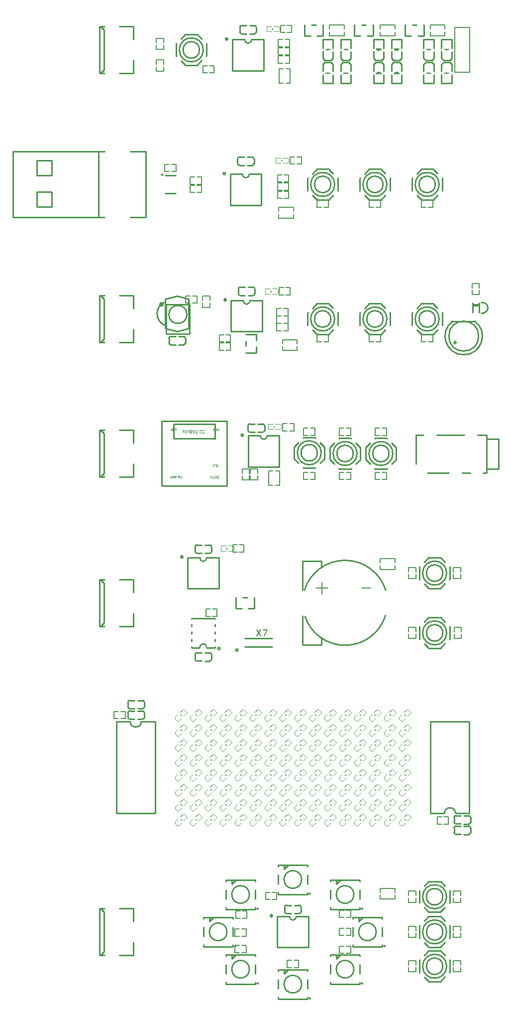
<source format=gto>
G04 Layer: TopSilkLayer*
G04 EasyEDA v6.4.17, 2021-03-02T21:30:00+01:00*
G04 52dc7113b7e944b1bde967162dfd0e84,9c416354eb984020824aaf9c885bead6,10*
G04 Gerber Generator version 0.2*
G04 Scale: 100 percent, Rotated: No, Reflected: No *
G04 Dimensions in inches *
G04 leading zeros omitted , absolute positions ,3 integer and 6 decimal *
%FSLAX36Y36*%
%MOIN*%

%ADD10C,0.0100*%
%ADD49C,0.0059*%
%ADD50C,0.0079*%
%ADD51C,0.0080*%
%ADD52C,0.0080*%
%ADD53C,0.0059*%
%ADD54C,0.0039*%
%ADD55C,0.0060*%
%ADD56C,0.0157*%
%ADD57C,0.0030*%
%ADD58C,0.0020*%

%LPD*%
D55*
X1058000Y-2778600D02*
G01*
X1086599Y-2821500D01*
X1086599Y-2778600D02*
G01*
X1058000Y-2821500D01*
X1128800Y-2778600D02*
G01*
X1108299Y-2821500D01*
X1100100Y-2778600D02*
G01*
X1128800Y-2778600D01*
D57*
X704200Y-1463000D02*
G01*
X694200Y-1463000D01*
X699600Y-1455700D01*
X696900Y-1455700D01*
X695100Y-1454800D01*
X694200Y-1453899D01*
X693299Y-1451199D01*
X693299Y-1449400D01*
X694200Y-1446599D01*
X695999Y-1444800D01*
X698699Y-1443899D01*
X701500Y-1443899D01*
X704200Y-1444800D01*
X705100Y-1445700D01*
X705999Y-1447600D01*
X686399Y-1458499D02*
G01*
X686399Y-1459400D01*
X685500Y-1461199D01*
X684499Y-1462100D01*
X682699Y-1463000D01*
X679099Y-1463000D01*
X677300Y-1462100D01*
X676399Y-1461199D01*
X675500Y-1459400D01*
X675500Y-1457600D01*
X676399Y-1455700D01*
X678200Y-1453000D01*
X687300Y-1443899D01*
X674499Y-1443899D01*
X667600Y-1448499D02*
G01*
X668499Y-1447600D01*
X667600Y-1446599D01*
X666700Y-1447600D01*
X667600Y-1448499D01*
X648000Y-1463000D02*
G01*
X657100Y-1443899D01*
X660700Y-1463000D02*
G01*
X648000Y-1463000D01*
X631100Y-1460300D02*
G01*
X631999Y-1462100D01*
X634699Y-1463000D01*
X636500Y-1463000D01*
X639299Y-1462100D01*
X641100Y-1459400D01*
X641999Y-1454800D01*
X641999Y-1450300D01*
X641100Y-1446599D01*
X639299Y-1444800D01*
X636500Y-1443899D01*
X635599Y-1443899D01*
X632899Y-1444800D01*
X631100Y-1446599D01*
X630199Y-1449400D01*
X630199Y-1450300D01*
X631100Y-1453000D01*
X632899Y-1454800D01*
X635599Y-1455700D01*
X636500Y-1455700D01*
X639299Y-1454800D01*
X641100Y-1453000D01*
X641999Y-1450300D01*
X619600Y-1463000D02*
G01*
X622399Y-1462100D01*
X623299Y-1460300D01*
X623299Y-1458499D01*
X622399Y-1456599D01*
X620500Y-1455700D01*
X616900Y-1454800D01*
X614200Y-1453899D01*
X612399Y-1452100D01*
X611500Y-1450300D01*
X611500Y-1447600D01*
X612399Y-1445700D01*
X613299Y-1444800D01*
X615999Y-1443899D01*
X619600Y-1443899D01*
X622399Y-1444800D01*
X623299Y-1445700D01*
X624200Y-1447600D01*
X624200Y-1450300D01*
X623299Y-1452100D01*
X621500Y-1453899D01*
X618699Y-1454800D01*
X615100Y-1455700D01*
X613299Y-1456599D01*
X612399Y-1458499D01*
X612399Y-1460300D01*
X613299Y-1462100D01*
X615999Y-1463000D01*
X619600Y-1463000D01*
X605500Y-1463000D02*
G01*
X605500Y-1443899D01*
X596399Y-1456599D02*
G01*
X605500Y-1447600D01*
X601799Y-1451199D02*
G01*
X595500Y-1443899D01*
X589499Y-1463000D02*
G01*
X589499Y-1443899D01*
X576700Y-1463000D02*
G01*
X576700Y-1443899D01*
X589499Y-1453899D02*
G01*
X576700Y-1453899D01*
X560700Y-1456599D02*
G01*
X570700Y-1443899D01*
X570700Y-1456599D02*
G01*
X560700Y-1456599D01*
X570700Y-1443899D02*
G01*
X560700Y-1443899D01*
D58*
X803999Y-1445999D02*
G01*
X798500Y-1431700D01*
X793100Y-1445999D02*
G01*
X798500Y-1431700D01*
X778400Y-1442600D02*
G01*
X778999Y-1443899D01*
X780399Y-1445300D01*
X781800Y-1445999D01*
X784499Y-1445999D01*
X785900Y-1445300D01*
X787200Y-1443899D01*
X787899Y-1442600D01*
X788599Y-1440500D01*
X788599Y-1437100D01*
X787899Y-1435100D01*
X787200Y-1433699D01*
X785900Y-1432300D01*
X784499Y-1431700D01*
X781800Y-1431700D01*
X780399Y-1432300D01*
X778999Y-1433699D01*
X778400Y-1435100D01*
X763599Y-1442600D02*
G01*
X764300Y-1443899D01*
X765699Y-1445300D01*
X766999Y-1445999D01*
X769799Y-1445999D01*
X771099Y-1445300D01*
X772500Y-1443899D01*
X773199Y-1442600D01*
X773900Y-1440500D01*
X773900Y-1437100D01*
X773199Y-1435100D01*
X772500Y-1433699D01*
X771099Y-1432300D01*
X769799Y-1431700D01*
X766999Y-1431700D01*
X765699Y-1432300D01*
X764300Y-1433699D01*
X763599Y-1435100D01*
X508800Y-1442800D02*
G01*
X509499Y-1444099D01*
X510799Y-1445500D01*
X512199Y-1446199D01*
X514899Y-1446199D01*
X516300Y-1445500D01*
X517600Y-1444099D01*
X518299Y-1442800D01*
X519000Y-1440700D01*
X519000Y-1437300D01*
X518299Y-1435300D01*
X517600Y-1433899D01*
X516300Y-1432500D01*
X514899Y-1431900D01*
X512199Y-1431900D01*
X510799Y-1432500D01*
X509499Y-1433899D01*
X508800Y-1435300D01*
X508800Y-1437300D01*
X512199Y-1437300D02*
G01*
X508800Y-1437300D01*
X504299Y-1446199D02*
G01*
X504299Y-1431900D01*
X504299Y-1446199D02*
G01*
X494699Y-1431900D01*
X494699Y-1446199D02*
G01*
X494699Y-1431900D01*
X490199Y-1446199D02*
G01*
X490199Y-1431900D01*
X490199Y-1446199D02*
G01*
X485500Y-1446199D01*
X483400Y-1445500D01*
X481999Y-1444099D01*
X481399Y-1442800D01*
X480700Y-1440700D01*
X480700Y-1437300D01*
X481399Y-1435300D01*
X481999Y-1433899D01*
X483400Y-1432500D01*
X485500Y-1431900D01*
X490199Y-1431900D01*
X555999Y-1764000D02*
G01*
X555999Y-1749699D01*
X555999Y-1764000D02*
G01*
X547100Y-1764000D01*
X555999Y-1757199D02*
G01*
X550500Y-1757199D01*
X542600Y-1764000D02*
G01*
X542600Y-1749699D01*
X542600Y-1764000D02*
G01*
X537199Y-1749699D01*
X531700Y-1764000D02*
G01*
X537199Y-1749699D01*
X531700Y-1764000D02*
G01*
X531700Y-1749699D01*
X511300Y-1764000D02*
G01*
X516700Y-1749699D01*
X511300Y-1764000D02*
G01*
X505799Y-1749699D01*
X514699Y-1754400D02*
G01*
X507899Y-1754400D01*
X501300Y-1764000D02*
G01*
X501300Y-1749699D01*
X501300Y-1764000D02*
G01*
X491799Y-1749699D01*
X491799Y-1764000D02*
G01*
X491799Y-1749699D01*
X482500Y-1764000D02*
G01*
X482500Y-1749699D01*
X487300Y-1764000D02*
G01*
X477699Y-1764000D01*
X801000Y-1765000D02*
G01*
X801000Y-1750700D01*
X801000Y-1765000D02*
G01*
X796199Y-1765000D01*
X794200Y-1764299D01*
X792799Y-1762899D01*
X792100Y-1761599D01*
X791499Y-1759499D01*
X791499Y-1756100D01*
X792100Y-1754099D01*
X792799Y-1752699D01*
X794200Y-1751300D01*
X796199Y-1750700D01*
X801000Y-1750700D01*
X781499Y-1765000D02*
G01*
X786999Y-1750700D01*
X781499Y-1765000D02*
G01*
X776000Y-1750700D01*
X784899Y-1755399D02*
G01*
X778100Y-1755399D01*
X766800Y-1765000D02*
G01*
X766800Y-1750700D01*
X771499Y-1765000D02*
G01*
X761999Y-1765000D01*
X751999Y-1765000D02*
G01*
X757500Y-1750700D01*
X751999Y-1765000D02*
G01*
X746599Y-1750700D01*
X755500Y-1755399D02*
G01*
X748600Y-1755399D01*
X788800Y-1683800D02*
G01*
X789499Y-1685100D01*
X790799Y-1686500D01*
X792200Y-1687199D01*
X794899Y-1687199D01*
X796300Y-1686500D01*
X797600Y-1685100D01*
X798299Y-1683800D01*
X798999Y-1681700D01*
X798999Y-1678299D01*
X798299Y-1676300D01*
X797600Y-1674899D01*
X796300Y-1673499D01*
X794899Y-1672899D01*
X792200Y-1672899D01*
X790799Y-1673499D01*
X789499Y-1674899D01*
X788800Y-1676300D01*
X784300Y-1687199D02*
G01*
X784300Y-1672899D01*
X784300Y-1672899D02*
G01*
X776099Y-1672899D01*
X771599Y-1687199D02*
G01*
X771599Y-1672899D01*
X761999Y-1687199D02*
G01*
X771599Y-1677600D01*
X768199Y-1680999D02*
G01*
X761999Y-1672899D01*
D49*
X687397Y248622D02*
G01*
X687397Y201377D01*
X657082Y248622D02*
G01*
X687397Y248622D01*
X612593Y248622D02*
G01*
X612593Y201377D01*
X642908Y248622D02*
G01*
X612593Y248622D01*
X642908Y201377D02*
G01*
X612593Y201377D01*
X657082Y201377D02*
G01*
X687397Y201377D01*
X687454Y193609D02*
G01*
X687454Y146363D01*
X657139Y193609D02*
G01*
X687454Y193609D01*
X612651Y193609D02*
G01*
X612651Y146363D01*
X642966Y193609D02*
G01*
X612651Y193609D01*
X642966Y146363D02*
G01*
X612651Y146363D01*
X657139Y146363D02*
G01*
X687454Y146363D01*
X1272397Y263622D02*
G01*
X1272397Y216377D01*
X1242082Y263622D02*
G01*
X1272397Y263622D01*
X1197592Y263622D02*
G01*
X1197592Y216377D01*
X1227907Y263622D02*
G01*
X1197592Y263622D01*
X1227907Y216377D02*
G01*
X1197592Y216377D01*
X1242082Y216377D02*
G01*
X1272397Y216377D01*
X1272455Y208609D02*
G01*
X1272455Y161363D01*
X1242139Y208609D02*
G01*
X1272455Y208609D01*
X1197650Y208609D02*
G01*
X1197650Y161363D01*
X1227965Y208609D02*
G01*
X1197650Y208609D01*
X1227965Y161363D02*
G01*
X1197650Y161363D01*
X1242139Y161363D02*
G01*
X1272455Y161363D01*
X1272397Y153622D02*
G01*
X1272397Y106377D01*
X1242082Y153622D02*
G01*
X1272397Y153622D01*
X1197592Y153622D02*
G01*
X1197592Y106377D01*
X1227907Y153622D02*
G01*
X1197592Y153622D01*
X1227907Y106377D02*
G01*
X1197592Y106377D01*
X1242082Y106377D02*
G01*
X1272397Y106377D01*
X433681Y957590D02*
G01*
X386435Y957590D01*
X433681Y987905D02*
G01*
X433681Y957590D01*
X433681Y1032393D02*
G01*
X386435Y1032393D01*
X433681Y1002078D02*
G01*
X433681Y1032393D01*
X386435Y1002078D02*
G01*
X386435Y1032393D01*
X386435Y987905D02*
G01*
X386435Y957590D01*
X1277397Y1168622D02*
G01*
X1277397Y1121377D01*
X1247082Y1168622D02*
G01*
X1277397Y1168622D01*
X1202592Y1168622D02*
G01*
X1202592Y1121377D01*
X1232907Y1168622D02*
G01*
X1202592Y1168622D01*
X1232907Y1121377D02*
G01*
X1202592Y1121377D01*
X1247082Y1121377D02*
G01*
X1277397Y1121377D01*
X1277455Y1113609D02*
G01*
X1277455Y1066363D01*
X1247139Y1113609D02*
G01*
X1277455Y1113609D01*
X1202650Y1113609D02*
G01*
X1202650Y1066363D01*
X1232965Y1113609D02*
G01*
X1202650Y1113609D01*
X1232965Y1066363D02*
G01*
X1202650Y1066363D01*
X1247139Y1066363D02*
G01*
X1277455Y1066363D01*
X1277397Y1058622D02*
G01*
X1277397Y1011377D01*
X1247082Y1058622D02*
G01*
X1277397Y1058622D01*
X1202592Y1058622D02*
G01*
X1202592Y1011377D01*
X1232907Y1058622D02*
G01*
X1202592Y1058622D01*
X1232907Y1011377D02*
G01*
X1202592Y1011377D01*
X1247082Y1011377D02*
G01*
X1277397Y1011377D01*
X772397Y993622D02*
G01*
X772397Y946377D01*
X742082Y993622D02*
G01*
X772397Y993622D01*
X697593Y993622D02*
G01*
X697593Y946377D01*
X727908Y993622D02*
G01*
X697593Y993622D01*
X727908Y946377D02*
G01*
X697593Y946377D01*
X742082Y946377D02*
G01*
X772397Y946377D01*
X882397Y-861377D02*
G01*
X882397Y-908622D01*
X852082Y-861377D02*
G01*
X882397Y-861377D01*
X807592Y-861377D02*
G01*
X807592Y-908622D01*
X837907Y-861377D02*
G01*
X807592Y-861377D01*
X837907Y-908622D02*
G01*
X807592Y-908622D01*
X852082Y-908622D02*
G01*
X882397Y-908622D01*
X2501377Y-462602D02*
G01*
X2548622Y-462602D01*
X2501377Y-492917D02*
G01*
X2501377Y-462602D01*
X2501377Y-537406D02*
G01*
X2548622Y-537406D01*
X2501377Y-507091D02*
G01*
X2501377Y-537406D01*
X2548622Y-507091D02*
G01*
X2548622Y-537406D01*
X2548622Y-492917D02*
G01*
X2548622Y-462602D01*
X582660Y-593636D02*
G01*
X582660Y-546390D01*
X612975Y-593636D02*
G01*
X582660Y-593636D01*
X657465Y-593636D02*
G01*
X657465Y-546390D01*
X627150Y-593636D02*
G01*
X657465Y-593636D01*
X627150Y-546390D02*
G01*
X657465Y-546390D01*
X612975Y-546390D02*
G01*
X582660Y-546390D01*
X1267455Y-631390D02*
G01*
X1267455Y-678636D01*
X1237139Y-631390D02*
G01*
X1267455Y-631390D01*
X1192650Y-631390D02*
G01*
X1192650Y-678636D01*
X1222965Y-631390D02*
G01*
X1192650Y-631390D01*
X1222965Y-678636D02*
G01*
X1192650Y-678636D01*
X1237139Y-678636D02*
G01*
X1267455Y-678636D01*
X1267455Y-681390D02*
G01*
X1267455Y-728636D01*
X1237139Y-681390D02*
G01*
X1267455Y-681390D01*
X1192650Y-681390D02*
G01*
X1192650Y-728636D01*
X1222965Y-681390D02*
G01*
X1192650Y-681390D01*
X1222965Y-728636D02*
G01*
X1192650Y-728636D01*
X1237139Y-728636D02*
G01*
X1267455Y-728636D01*
X1267455Y-731390D02*
G01*
X1267455Y-778636D01*
X1237139Y-731390D02*
G01*
X1267455Y-731390D01*
X1192650Y-731390D02*
G01*
X1192650Y-778636D01*
X1222965Y-731390D02*
G01*
X1192650Y-731390D01*
X1222965Y-778636D02*
G01*
X1192650Y-778636D01*
X1237139Y-778636D02*
G01*
X1267455Y-778636D01*
X807602Y-853622D02*
G01*
X807602Y-806377D01*
X837917Y-853622D02*
G01*
X807602Y-853622D01*
X882407Y-853622D02*
G01*
X882407Y-806377D01*
X852092Y-853622D02*
G01*
X882407Y-853622D01*
X852092Y-806377D02*
G01*
X882407Y-806377D01*
X837917Y-806377D02*
G01*
X807602Y-806377D01*
X1063680Y-1777409D02*
G01*
X1016435Y-1777409D01*
X1063680Y-1747094D02*
G01*
X1063680Y-1777409D01*
X1063680Y-1702606D02*
G01*
X1016435Y-1702606D01*
X1063680Y-1732921D02*
G01*
X1063680Y-1702606D01*
X1016435Y-1732921D02*
G01*
X1016435Y-1702606D01*
X1016435Y-1747094D02*
G01*
X1016435Y-1777409D01*
X1008622Y-1777397D02*
G01*
X961377Y-1777397D01*
X1008622Y-1747082D02*
G01*
X1008622Y-1777397D01*
X1008622Y-1702593D02*
G01*
X961377Y-1702593D01*
X1008622Y-1732908D02*
G01*
X1008622Y-1702593D01*
X961377Y-1732908D02*
G01*
X961377Y-1702593D01*
X961377Y-1747082D02*
G01*
X961377Y-1777397D01*
X1372602Y-1478622D02*
G01*
X1372602Y-1431377D01*
X1402917Y-1478622D02*
G01*
X1372602Y-1478622D01*
X1447407Y-1478622D02*
G01*
X1447407Y-1431377D01*
X1417092Y-1478622D02*
G01*
X1447407Y-1478622D01*
X1417092Y-1431377D02*
G01*
X1447407Y-1431377D01*
X1402917Y-1431377D02*
G01*
X1372602Y-1431377D01*
X1612602Y-1478622D02*
G01*
X1612602Y-1431377D01*
X1642917Y-1478622D02*
G01*
X1612602Y-1478622D01*
X1687407Y-1478622D02*
G01*
X1687407Y-1431377D01*
X1657092Y-1478622D02*
G01*
X1687407Y-1478622D01*
X1657092Y-1431377D02*
G01*
X1687407Y-1431377D01*
X1642917Y-1431377D02*
G01*
X1612602Y-1431377D01*
X1852602Y-1478622D02*
G01*
X1852602Y-1431377D01*
X1882917Y-1478622D02*
G01*
X1852602Y-1478622D01*
X1927407Y-1478622D02*
G01*
X1927407Y-1431377D01*
X1897092Y-1478622D02*
G01*
X1927407Y-1478622D01*
X1897092Y-1431377D02*
G01*
X1927407Y-1431377D01*
X1882917Y-1431377D02*
G01*
X1852602Y-1431377D01*
X2076377Y-4527602D02*
G01*
X2123622Y-4527602D01*
X2076377Y-4557918D02*
G01*
X2076377Y-4527602D01*
X2076377Y-4602406D02*
G01*
X2123622Y-4602406D01*
X2076377Y-4572091D02*
G01*
X2076377Y-4602406D01*
X2123622Y-4572091D02*
G01*
X2123622Y-4602406D01*
X2123622Y-4557918D02*
G01*
X2123622Y-4527602D01*
X2076377Y-4762602D02*
G01*
X2123622Y-4762602D01*
X2076377Y-4792918D02*
G01*
X2076377Y-4762602D01*
X2076377Y-4837406D02*
G01*
X2123622Y-4837406D01*
X2076377Y-4807091D02*
G01*
X2076377Y-4837406D01*
X2123622Y-4807091D02*
G01*
X2123622Y-4837406D01*
X2123622Y-4792918D02*
G01*
X2123622Y-4762602D01*
X2076377Y-4992602D02*
G01*
X2123622Y-4992602D01*
X2076377Y-5022918D02*
G01*
X2076377Y-4992602D01*
X2076377Y-5067406D02*
G01*
X2123622Y-5067406D01*
X2076377Y-5037091D02*
G01*
X2076377Y-5067406D01*
X2123622Y-5037091D02*
G01*
X2123622Y-5067406D01*
X2123622Y-5022918D02*
G01*
X2123622Y-4992602D01*
X2076377Y-2762602D02*
G01*
X2123622Y-2762602D01*
X2076377Y-2792917D02*
G01*
X2076377Y-2762602D01*
X2076377Y-2837406D02*
G01*
X2123622Y-2837406D01*
X2076377Y-2807091D02*
G01*
X2076377Y-2837406D01*
X2123622Y-2807091D02*
G01*
X2123622Y-2837406D01*
X2123622Y-2792917D02*
G01*
X2123622Y-2762602D01*
X2076377Y-2362602D02*
G01*
X2123622Y-2362602D01*
X2076377Y-2392917D02*
G01*
X2076377Y-2362602D01*
X2076377Y-2437406D02*
G01*
X2123622Y-2437406D01*
X2076377Y-2407091D02*
G01*
X2076377Y-2437406D01*
X2123622Y-2407091D02*
G01*
X2123622Y-2437406D01*
X2123622Y-2392917D02*
G01*
X2123622Y-2362602D01*
X792397Y-2641377D02*
G01*
X792397Y-2688622D01*
X762082Y-2641377D02*
G01*
X792397Y-2641377D01*
X717593Y-2641377D02*
G01*
X717593Y-2688622D01*
X747908Y-2641377D02*
G01*
X717593Y-2641377D01*
X747908Y-2688622D02*
G01*
X717593Y-2688622D01*
X762082Y-2688622D02*
G01*
X792397Y-2688622D01*
X177397Y-3326377D02*
G01*
X177397Y-3373624D01*
X147082Y-3326377D02*
G01*
X177397Y-3326377D01*
X102593Y-3326377D02*
G01*
X102593Y-3373624D01*
X132908Y-3326377D02*
G01*
X102593Y-3326377D01*
X132908Y-3373624D02*
G01*
X102593Y-3373624D01*
X147082Y-3373624D02*
G01*
X177397Y-3373624D01*
X2342397Y-4031377D02*
G01*
X2342397Y-4078624D01*
X2312082Y-4031377D02*
G01*
X2342397Y-4031377D01*
X2267592Y-4031377D02*
G01*
X2267592Y-4078624D01*
X2297907Y-4031377D02*
G01*
X2267592Y-4031377D01*
X2297907Y-4078624D02*
G01*
X2267592Y-4078624D01*
X2312082Y-4078624D02*
G01*
X2342397Y-4078624D01*
X1282602Y336377D02*
G01*
X1282602Y383622D01*
X1312917Y336377D02*
G01*
X1282602Y336377D01*
X1357407Y336377D02*
G01*
X1357407Y383622D01*
X1327092Y336377D02*
G01*
X1357407Y336377D01*
X1327092Y383622D02*
G01*
X1357407Y383622D01*
X1312917Y383622D02*
G01*
X1282602Y383622D01*
X1217602Y1216377D02*
G01*
X1217602Y1263622D01*
X1247917Y1216377D02*
G01*
X1217602Y1216377D01*
X1292407Y1216377D02*
G01*
X1292407Y1263622D01*
X1262092Y1216377D02*
G01*
X1292407Y1216377D01*
X1262092Y1263622D02*
G01*
X1292407Y1263622D01*
X1247917Y1263622D02*
G01*
X1217602Y1263622D01*
X1207560Y-538636D02*
G01*
X1207560Y-491390D01*
X1237875Y-538636D02*
G01*
X1207560Y-538636D01*
X1282364Y-538636D02*
G01*
X1282364Y-491390D01*
X1252049Y-538636D02*
G01*
X1282364Y-538636D01*
X1252049Y-491390D02*
G01*
X1282364Y-491390D01*
X1237875Y-491390D02*
G01*
X1207560Y-491390D01*
X1232602Y-1448622D02*
G01*
X1232602Y-1401377D01*
X1262917Y-1448622D02*
G01*
X1232602Y-1448622D01*
X1307407Y-1448622D02*
G01*
X1307407Y-1401377D01*
X1277092Y-1448622D02*
G01*
X1307407Y-1448622D01*
X1277092Y-1401377D02*
G01*
X1307407Y-1401377D01*
X1262917Y-1401377D02*
G01*
X1232602Y-1401377D01*
X897645Y-2258609D02*
G01*
X897645Y-2211363D01*
X927960Y-2258609D02*
G01*
X897645Y-2258609D01*
X972448Y-2258609D02*
G01*
X972448Y-2211363D01*
X942133Y-2258609D02*
G01*
X972448Y-2258609D01*
X942133Y-2211363D02*
G01*
X972448Y-2211363D01*
X927960Y-2211363D02*
G01*
X897645Y-2211363D01*
D10*
X238634Y-3307480D02*
G01*
X207137Y-3307480D01*
X194940Y-3263787D02*
G01*
X194940Y-3295284D01*
X238634Y-3251590D02*
G01*
X207137Y-3251590D01*
X261307Y-3307710D02*
G01*
X292802Y-3307710D01*
X261307Y-3251819D02*
G01*
X292802Y-3251819D01*
X305000Y-3264016D02*
G01*
X305000Y-3295513D01*
X2446364Y-4092521D02*
G01*
X2477861Y-4092521D01*
X2490059Y-4136214D02*
G01*
X2490059Y-4104717D01*
X2446364Y-4148411D02*
G01*
X2477861Y-4148411D01*
X2423692Y-4092291D02*
G01*
X2392197Y-4092291D01*
X2423692Y-4148182D02*
G01*
X2392197Y-4148182D01*
X2380000Y-4135985D02*
G01*
X2380000Y-4104488D01*
X2288788Y-4902363D02*
G01*
X2208001Y-4902363D01*
X2147637Y-4840000D02*
G01*
X2147638Y-4761260D01*
X2352362Y-4839369D02*
G01*
X2352362Y-4760630D01*
X2209789Y-4697638D02*
G01*
X2290001Y-4697638D01*
X2208001Y-4902363D02*
G01*
X2208001Y-4900364D01*
X2180329Y-4872691D01*
X2149744Y-4842105D02*
G01*
X2147637Y-4840000D01*
X2147638Y-4761260D02*
G01*
X2147638Y-4759787D01*
X2149533Y-4757894D01*
X2180329Y-4727098D02*
G01*
X2209789Y-4697638D01*
X2352362Y-4839369D02*
G01*
X2351782Y-4839369D01*
X2349045Y-4842105D01*
X2319666Y-4871484D02*
G01*
X2288788Y-4902363D01*
X2352362Y-4760630D02*
G01*
X2352362Y-4760000D01*
X2350257Y-4757894D01*
X2319666Y-4727303D02*
G01*
X2290001Y-4697638D01*
X2161211Y302323D02*
G01*
X2241998Y302323D01*
X2302362Y239960D02*
G01*
X2302361Y161219D01*
X2097637Y239329D02*
G01*
X2097637Y160590D01*
X2240210Y97597D02*
G01*
X2159998Y97597D01*
X2241998Y302323D02*
G01*
X2241998Y300324D01*
X2269670Y272651D01*
X2300255Y242065D02*
G01*
X2302362Y239960D01*
X2302361Y161219D02*
G01*
X2302361Y159747D01*
X2300466Y157854D01*
X2269670Y127058D02*
G01*
X2240210Y97597D01*
X2097637Y239329D02*
G01*
X2098217Y239329D01*
X2100954Y242065D01*
X2130333Y271444D02*
G01*
X2161211Y302323D01*
X2097637Y160590D02*
G01*
X2097637Y159960D01*
X2099742Y157854D01*
X2130333Y127264D02*
G01*
X2159998Y97597D01*
X1811211Y302323D02*
G01*
X1891998Y302323D01*
X1952362Y239960D02*
G01*
X1952361Y161219D01*
X1747637Y239329D02*
G01*
X1747637Y160590D01*
X1890210Y97597D02*
G01*
X1809998Y97597D01*
X1891998Y302323D02*
G01*
X1891998Y300324D01*
X1919670Y272651D01*
X1950255Y242065D02*
G01*
X1952362Y239960D01*
X1952361Y161219D02*
G01*
X1952361Y159747D01*
X1950466Y157854D01*
X1919670Y127058D02*
G01*
X1890210Y97597D01*
X1747637Y239329D02*
G01*
X1748217Y239329D01*
X1750954Y242065D01*
X1780333Y271444D02*
G01*
X1811211Y302323D01*
X1747637Y160590D02*
G01*
X1747637Y159960D01*
X1749742Y157854D01*
X1780333Y127264D02*
G01*
X1809998Y97597D01*
X1461211Y302323D02*
G01*
X1541998Y302323D01*
X1602362Y239960D02*
G01*
X1602361Y161219D01*
X1397637Y239329D02*
G01*
X1397637Y160590D01*
X1540210Y97597D02*
G01*
X1459998Y97597D01*
X1541998Y302323D02*
G01*
X1541998Y300324D01*
X1569670Y272651D01*
X1600255Y242065D02*
G01*
X1602362Y239960D01*
X1602361Y161219D02*
G01*
X1602361Y159747D01*
X1600466Y157854D01*
X1569670Y127058D02*
G01*
X1540210Y97597D01*
X1397637Y239329D02*
G01*
X1398217Y239329D01*
X1400954Y242065D01*
X1430333Y271444D02*
G01*
X1461211Y302323D01*
X1397637Y160590D02*
G01*
X1397637Y159960D01*
X1399742Y157854D01*
X1430333Y127264D02*
G01*
X1459998Y97597D01*
X658766Y997597D02*
G01*
X577979Y997597D01*
X517615Y1059960D02*
G01*
X517617Y1138699D01*
X722341Y1060590D02*
G01*
X722341Y1139330D01*
X579767Y1202321D02*
G01*
X659978Y1202321D01*
X577979Y997597D02*
G01*
X577979Y999596D01*
X550306Y1027269D01*
X519722Y1057854D02*
G01*
X517615Y1059960D01*
X517617Y1138699D02*
G01*
X517617Y1140171D01*
X519511Y1142065D01*
X550306Y1172862D02*
G01*
X579767Y1202321D01*
X722341Y1060590D02*
G01*
X721759Y1060590D01*
X719023Y1057854D01*
X689645Y1028474D02*
G01*
X658766Y997597D01*
X722341Y1139330D02*
G01*
X722341Y1139960D01*
X720234Y1142065D01*
X689645Y1172656D02*
G01*
X659978Y1202321D01*
X1461211Y-597676D02*
G01*
X1541998Y-597676D01*
X1602362Y-660039D02*
G01*
X1602361Y-738780D01*
X1397637Y-660670D02*
G01*
X1397637Y-739409D01*
X1540210Y-802402D02*
G01*
X1459998Y-802402D01*
X1541998Y-597676D02*
G01*
X1541998Y-599675D01*
X1569670Y-627348D01*
X1600255Y-657934D02*
G01*
X1602362Y-660039D01*
X1602361Y-738780D02*
G01*
X1602361Y-740252D01*
X1600466Y-742145D01*
X1569670Y-772941D02*
G01*
X1540210Y-802402D01*
X1397637Y-660670D02*
G01*
X1398217Y-660670D01*
X1400954Y-657934D01*
X1430333Y-628555D02*
G01*
X1461211Y-597676D01*
X1397637Y-739409D02*
G01*
X1397637Y-740039D01*
X1399742Y-742145D01*
X1430333Y-772735D02*
G01*
X1459998Y-802402D01*
X1811211Y-597676D02*
G01*
X1891998Y-597676D01*
X1952362Y-660039D02*
G01*
X1952361Y-738780D01*
X1747637Y-660670D02*
G01*
X1747637Y-739409D01*
X1890210Y-802402D02*
G01*
X1809998Y-802402D01*
X1891998Y-597676D02*
G01*
X1891998Y-599675D01*
X1919670Y-627348D01*
X1950255Y-657934D02*
G01*
X1952362Y-660039D01*
X1952361Y-738780D02*
G01*
X1952361Y-740252D01*
X1950466Y-742145D01*
X1919670Y-772941D02*
G01*
X1890210Y-802402D01*
X1747637Y-660670D02*
G01*
X1748217Y-660670D01*
X1750954Y-657934D01*
X1780333Y-628555D02*
G01*
X1811211Y-597676D01*
X1747637Y-739409D02*
G01*
X1747637Y-740039D01*
X1749742Y-742145D01*
X1780333Y-772735D02*
G01*
X1809998Y-802402D01*
X2161211Y-597676D02*
G01*
X2241998Y-597676D01*
X2302362Y-660039D02*
G01*
X2302361Y-738780D01*
X2097637Y-660670D02*
G01*
X2097637Y-739409D01*
X2240210Y-802402D02*
G01*
X2159998Y-802402D01*
X2241998Y-597676D02*
G01*
X2241998Y-599675D01*
X2269670Y-627348D01*
X2300255Y-657934D02*
G01*
X2302362Y-660039D01*
X2302361Y-738780D02*
G01*
X2302361Y-740252D01*
X2300466Y-742145D01*
X2269670Y-772941D02*
G01*
X2240210Y-802402D01*
X2097637Y-660670D02*
G01*
X2098217Y-660670D01*
X2100954Y-657934D01*
X2130333Y-628555D02*
G01*
X2161211Y-597676D01*
X2097637Y-739409D02*
G01*
X2097637Y-740039D01*
X2099742Y-742145D01*
X2130333Y-772735D02*
G01*
X2159998Y-802402D01*
X1752362Y-1561251D02*
G01*
X1752362Y-1642037D01*
X1690000Y-1702402D02*
G01*
X1611260Y-1702400D01*
X1689369Y-1497676D02*
G01*
X1610630Y-1497676D01*
X1547637Y-1640250D02*
G01*
X1547637Y-1560039D01*
X1752362Y-1642037D02*
G01*
X1750363Y-1642037D01*
X1722691Y-1669711D01*
X1692106Y-1700295D02*
G01*
X1690000Y-1702402D01*
X1611260Y-1702400D02*
G01*
X1609787Y-1702400D01*
X1607893Y-1700506D01*
X1577097Y-1669711D02*
G01*
X1547637Y-1640250D01*
X1689369Y-1497676D02*
G01*
X1689369Y-1498258D01*
X1692106Y-1500994D01*
X1721485Y-1530372D02*
G01*
X1752362Y-1561251D01*
X1610630Y-1497676D02*
G01*
X1610000Y-1497676D01*
X1607893Y-1499783D01*
X1577304Y-1530372D02*
G01*
X1547637Y-1560039D01*
D50*
X2319212Y1220156D02*
G01*
X2319212Y1193582D01*
X2220787Y1193582D01*
X2220787Y1220156D01*
X2319212Y1239841D02*
G01*
X2319212Y1266417D01*
X2220787Y1266417D01*
X2220787Y1239841D01*
D10*
X1837991Y1194565D02*
G01*
X1797880Y1194565D01*
X1714718Y1265432D02*
G01*
X1712007Y1265432D01*
X1789519Y1265432D02*
G01*
X1760480Y1265432D01*
X1837991Y1265432D02*
G01*
X1835281Y1265432D01*
X1712007Y1194565D02*
G01*
X1712007Y1265432D01*
X1837991Y1194565D02*
G01*
X1837991Y1265432D01*
X1752119Y1194565D02*
G01*
X1712007Y1194565D01*
X2296000Y1169499D02*
G01*
X2296000Y1111500D01*
X2363999Y1169499D02*
G01*
X2363999Y1111500D01*
X2363999Y1169499D02*
G01*
X2296000Y1169499D01*
X2296000Y1088499D02*
G01*
X2296000Y1042500D01*
X2363999Y1087500D02*
G01*
X2363999Y1042500D01*
X2363999Y1042500D02*
G01*
X2350000Y1028499D01*
X2310000Y1028499D01*
X2296000Y1042500D01*
D51*
X2346000Y1103000D02*
G01*
X2315000Y1103000D01*
X2330312Y1103000D02*
G01*
X2330312Y1096095D01*
D10*
X921257Y1168937D02*
G01*
X895668Y1168937D01*
X977165Y1168937D02*
G01*
X921259Y1168937D01*
X1078739Y1168937D02*
G01*
X1023620Y1168937D01*
X1103936Y1168937D02*
G01*
X1103936Y961457D01*
X895668Y961457D01*
X895668Y1168937D01*
X1078739Y1168937D02*
G01*
X1103936Y1168937D01*
X1502991Y1194565D02*
G01*
X1462880Y1194565D01*
X1379718Y1265432D02*
G01*
X1377007Y1265432D01*
X1454519Y1265432D02*
G01*
X1425480Y1265432D01*
X1502991Y1265432D02*
G01*
X1500281Y1265432D01*
X1377007Y1194565D02*
G01*
X1377007Y1265432D01*
X1502991Y1194565D02*
G01*
X1502991Y1265432D01*
X1417119Y1194565D02*
G01*
X1377007Y1194565D01*
X2177991Y1194565D02*
G01*
X2137880Y1194565D01*
X2054718Y1265432D02*
G01*
X2052007Y1265432D01*
X2129519Y1265432D02*
G01*
X2100481Y1265432D01*
X2177991Y1265432D02*
G01*
X2175281Y1265432D01*
X2052007Y1194565D02*
G01*
X2052007Y1265432D01*
X2177991Y1194565D02*
G01*
X2177991Y1265432D01*
X2092119Y1194565D02*
G01*
X2052007Y1194565D01*
X2363999Y875500D02*
G01*
X2363999Y933499D01*
X2296000Y875500D02*
G01*
X2296000Y933499D01*
X2296000Y875500D02*
G01*
X2363999Y875500D01*
X2363999Y956500D02*
G01*
X2363999Y1002500D01*
X2296000Y957500D02*
G01*
X2296000Y1002500D01*
X2296000Y1002500D02*
G01*
X2310000Y1016500D01*
X2350000Y1016500D01*
X2363999Y1002500D01*
D51*
X2313999Y941999D02*
G01*
X2345000Y941999D01*
X2329687Y941999D02*
G01*
X2329687Y948904D01*
D10*
X2243999Y875500D02*
G01*
X2243999Y933499D01*
X2176000Y875500D02*
G01*
X2176000Y933499D01*
X2176000Y875500D02*
G01*
X2243999Y875500D01*
X2243999Y956500D02*
G01*
X2243999Y1002500D01*
X2176000Y957500D02*
G01*
X2176000Y1002500D01*
X2176000Y1002500D02*
G01*
X2190000Y1016500D01*
X2230000Y1016500D01*
X2243999Y1002500D01*
D51*
X2193999Y941999D02*
G01*
X2225000Y941999D01*
X2209687Y941999D02*
G01*
X2209687Y948904D01*
D10*
X2176000Y1169499D02*
G01*
X2176000Y1111500D01*
X2243999Y1169499D02*
G01*
X2243999Y1111500D01*
X2243999Y1169499D02*
G01*
X2176000Y1169499D01*
X2176000Y1088499D02*
G01*
X2176000Y1042500D01*
X2243999Y1087500D02*
G01*
X2243999Y1042500D01*
X2243999Y1042500D02*
G01*
X2230000Y1028499D01*
X2190000Y1028499D01*
X2176000Y1042500D01*
D51*
X2226000Y1103000D02*
G01*
X2195000Y1103000D01*
X2210312Y1103000D02*
G01*
X2210312Y1096095D01*
D10*
X1621000Y1169499D02*
G01*
X1621000Y1111500D01*
X1688999Y1169499D02*
G01*
X1688999Y1111500D01*
X1688999Y1169499D02*
G01*
X1621000Y1169499D01*
X1621000Y1088499D02*
G01*
X1621000Y1042500D01*
X1688999Y1087500D02*
G01*
X1688999Y1042500D01*
X1688999Y1042500D02*
G01*
X1675000Y1028499D01*
X1635000Y1028499D01*
X1621000Y1042500D01*
D51*
X1671000Y1103000D02*
G01*
X1640000Y1103000D01*
X1655312Y1103000D02*
G01*
X1655312Y1096095D01*
D10*
X1688999Y875500D02*
G01*
X1688999Y933499D01*
X1621000Y875500D02*
G01*
X1621000Y933499D01*
X1621000Y875500D02*
G01*
X1688999Y875500D01*
X1688999Y956500D02*
G01*
X1688999Y1002500D01*
X1621000Y957500D02*
G01*
X1621000Y1002500D01*
X1621000Y1002500D02*
G01*
X1635000Y1016500D01*
X1675000Y1016500D01*
X1688999Y1002500D01*
D51*
X1638999Y941999D02*
G01*
X1670000Y941999D01*
X1654687Y941999D02*
G01*
X1654687Y948904D01*
D10*
X1568999Y875500D02*
G01*
X1568999Y933499D01*
X1501000Y875500D02*
G01*
X1501000Y933499D01*
X1501000Y875500D02*
G01*
X1568999Y875500D01*
X1568999Y956500D02*
G01*
X1568999Y1002500D01*
X1501000Y957500D02*
G01*
X1501000Y1002500D01*
X1501000Y1002500D02*
G01*
X1515000Y1016500D01*
X1555000Y1016500D01*
X1568999Y1002500D01*
D51*
X1518999Y941999D02*
G01*
X1550000Y941999D01*
X1534687Y941999D02*
G01*
X1534687Y948904D01*
D10*
X1501000Y1169499D02*
G01*
X1501000Y1111500D01*
X1568999Y1169499D02*
G01*
X1568999Y1111500D01*
X1568999Y1169499D02*
G01*
X1501000Y1169499D01*
X1501000Y1088499D02*
G01*
X1501000Y1042500D01*
X1568999Y1087500D02*
G01*
X1568999Y1042500D01*
X1568999Y1042500D02*
G01*
X1555000Y1028499D01*
X1515000Y1028499D01*
X1501000Y1042500D01*
D51*
X1551000Y1103000D02*
G01*
X1520000Y1103000D01*
X1535312Y1103000D02*
G01*
X1535312Y1096095D01*
D52*
X2385000Y1150000D02*
G01*
X2385000Y1250000D01*
X2483999Y1250000D01*
X2483999Y950000D01*
X2385000Y950000D01*
X2385000Y1150000D01*
D10*
X1961000Y1169499D02*
G01*
X1961000Y1111500D01*
X2028999Y1169499D02*
G01*
X2028999Y1111500D01*
X2028999Y1169499D02*
G01*
X1961000Y1169499D01*
X1961000Y1088499D02*
G01*
X1961000Y1042500D01*
X2028999Y1087500D02*
G01*
X2028999Y1042500D01*
X2028999Y1042500D02*
G01*
X2015000Y1028499D01*
X1975000Y1028499D01*
X1961000Y1042500D01*
D53*
X2010000Y1105500D02*
G01*
X1978999Y1105500D01*
X1988999Y1095500D01*
X2003000Y1095500D01*
X2013000Y1105500D01*
X2003999Y1105500D01*
X1986000Y1100500D02*
G01*
X2006000Y1100500D01*
D10*
X2028999Y875500D02*
G01*
X2028999Y933499D01*
X1961000Y875500D02*
G01*
X1961000Y933499D01*
X1961000Y875500D02*
G01*
X2028999Y875500D01*
X2028999Y956500D02*
G01*
X2028999Y1002500D01*
X1961000Y957500D02*
G01*
X1961000Y1002500D01*
X1961000Y1002500D02*
G01*
X1975000Y1016500D01*
X2015000Y1016500D01*
X2028999Y1002500D01*
D53*
X1980000Y939499D02*
G01*
X2011000Y939499D01*
X2001000Y949499D01*
X1986999Y949499D01*
X1976999Y939499D01*
X1986000Y939499D01*
X2003999Y944499D02*
G01*
X1983999Y944499D01*
D10*
X1908999Y875500D02*
G01*
X1908999Y933499D01*
X1841000Y875500D02*
G01*
X1841000Y933499D01*
X1841000Y875500D02*
G01*
X1908999Y875500D01*
X1908999Y956500D02*
G01*
X1908999Y1002500D01*
X1841000Y957500D02*
G01*
X1841000Y1002500D01*
X1841000Y1002500D02*
G01*
X1855000Y1016500D01*
X1895000Y1016500D01*
X1908999Y1002500D01*
D53*
X1860000Y939499D02*
G01*
X1891000Y939499D01*
X1881000Y949499D01*
X1866999Y949499D01*
X1856999Y939499D01*
X1866000Y939499D01*
X1883999Y944499D02*
G01*
X1863999Y944499D01*
D10*
X1841000Y1169499D02*
G01*
X1841000Y1111500D01*
X1908999Y1169499D02*
G01*
X1908999Y1111500D01*
X1908999Y1169499D02*
G01*
X1841000Y1169499D01*
X1841000Y1088499D02*
G01*
X1841000Y1042500D01*
X1908999Y1087500D02*
G01*
X1908999Y1042500D01*
X1908999Y1042500D02*
G01*
X1895000Y1028499D01*
X1855000Y1028499D01*
X1841000Y1042500D01*
D53*
X1890000Y1105500D02*
G01*
X1858999Y1105500D01*
X1868999Y1095500D01*
X1883000Y1095500D01*
X1893000Y1105500D01*
X1883999Y1105500D01*
X1866000Y1100500D02*
G01*
X1886000Y1100500D01*
D10*
X515434Y138976D02*
G01*
X444567Y138976D01*
X515434Y261024D02*
G01*
X444567Y261024D01*
X906257Y268937D02*
G01*
X880668Y268937D01*
X962165Y268937D02*
G01*
X906259Y268937D01*
X1063739Y268937D02*
G01*
X1008620Y268937D01*
X1088936Y268937D02*
G01*
X1088936Y61457D01*
X880668Y61457D01*
X880668Y268937D01*
X1063739Y268937D02*
G01*
X1088936Y268937D01*
X451260Y-601570D02*
G01*
X608739Y-601570D01*
X608739Y-798420D01*
X451260Y-798420D01*
X451260Y-601570D01*
X1055433Y-802008D02*
G01*
X1055433Y-842118D01*
X984566Y-925281D02*
G01*
X984566Y-927993D01*
X984566Y-850480D02*
G01*
X984566Y-879519D01*
X984566Y-802008D02*
G01*
X984566Y-804719D01*
X1055433Y-927993D02*
G01*
X984566Y-927993D01*
X1055433Y-802008D02*
G01*
X984566Y-802008D01*
X1055433Y-887881D02*
G01*
X1055433Y-927993D01*
X973635Y327519D02*
G01*
X942138Y327519D01*
X929940Y371212D02*
G01*
X929940Y339717D01*
X973635Y383411D02*
G01*
X942138Y383411D01*
X996307Y327289D02*
G01*
X1027802Y327289D01*
X996307Y383180D02*
G01*
X1027802Y383180D01*
X1040000Y370983D02*
G01*
X1040000Y339486D01*
X2596902Y-1477089D02*
G01*
X2596902Y-1729050D01*
X2676902Y-1503069D02*
G01*
X2596902Y-1503069D01*
X2676902Y-1703069D02*
G01*
X2596902Y-1703069D01*
X2676902Y-1503069D02*
G01*
X2676902Y-1703069D01*
X2596902Y-1729050D02*
G01*
X2576540Y-1729050D01*
X2487475Y-1729050D02*
G01*
X2434808Y-1729050D01*
X2345743Y-1729050D02*
G01*
X2202524Y-1729050D01*
X2596902Y-1477089D02*
G01*
X2537170Y-1477089D01*
X2448104Y-1477089D02*
G01*
X2265517Y-1477089D01*
X2176450Y-1477089D02*
G01*
X2124462Y-1477089D01*
X2124462Y-1477089D02*
G01*
X2124462Y-1668773D01*
D54*
X1217127Y342283D02*
G01*
X1183661Y342283D01*
X1217127Y377716D02*
G01*
X1183661Y377716D01*
X1232874Y342283D02*
G01*
X1262402Y342283D01*
X1232874Y377716D02*
G01*
X1262402Y377716D01*
X1183659Y342283D02*
G01*
X1183661Y377716D01*
X1270276Y350156D02*
G01*
X1270276Y369843D01*
X1262402Y342283D02*
G01*
X1262403Y342283D01*
X1270276Y350156D01*
X1262402Y377716D02*
G01*
X1270276Y369843D01*
X1221458Y352125D02*
G01*
X1221458Y367874D01*
X1221457Y359974D02*
G01*
X1228774Y359998D01*
D50*
X1304212Y156D02*
G01*
X1304212Y-26417D01*
X1205787Y-26417D01*
X1205787Y156D01*
X1304212Y19841D02*
G01*
X1304212Y46417D01*
X1205787Y46417D01*
X1205787Y19841D01*
D54*
X1157127Y1222283D02*
G01*
X1123661Y1222283D01*
X1157127Y1257716D02*
G01*
X1123661Y1257716D01*
X1172874Y1222283D02*
G01*
X1202402Y1222283D01*
X1172874Y1257716D02*
G01*
X1202402Y1257716D01*
X1123659Y1222283D02*
G01*
X1123661Y1257716D01*
X1210276Y1230156D02*
G01*
X1210276Y1249843D01*
X1202402Y1222283D02*
G01*
X1202403Y1222283D01*
X1210276Y1230156D01*
X1202402Y1257716D02*
G01*
X1210276Y1249843D01*
X1161458Y1232125D02*
G01*
X1161458Y1247874D01*
X1161457Y1239974D02*
G01*
X1168774Y1239998D01*
D10*
X1042991Y-2635434D02*
G01*
X1002880Y-2635434D01*
X919718Y-2564567D02*
G01*
X917007Y-2564567D01*
X994519Y-2564567D02*
G01*
X965480Y-2564567D01*
X1042991Y-2564567D02*
G01*
X1040281Y-2564567D01*
X917007Y-2635434D02*
G01*
X917007Y-2564567D01*
X1042991Y-2635434D02*
G01*
X1042991Y-2564567D01*
X957119Y-2635434D02*
G01*
X917007Y-2635434D01*
X711365Y-2932519D02*
G01*
X742862Y-2932519D01*
X755059Y-2976212D02*
G01*
X755059Y-2944717D01*
X711365Y-2988411D02*
G01*
X742862Y-2988411D01*
X688692Y-2932289D02*
G01*
X657197Y-2932289D01*
X688692Y-2988180D02*
G01*
X657197Y-2988180D01*
X645000Y-2975983D02*
G01*
X645000Y-2944486D01*
X2288788Y-2902363D02*
G01*
X2208001Y-2902363D01*
X2147637Y-2840000D02*
G01*
X2147638Y-2761260D01*
X2352362Y-2839369D02*
G01*
X2352362Y-2760630D01*
X2209789Y-2697638D02*
G01*
X2290001Y-2697638D01*
X2208001Y-2902363D02*
G01*
X2208001Y-2900363D01*
X2180329Y-2872691D01*
X2149744Y-2842105D02*
G01*
X2147637Y-2840000D01*
X2147638Y-2761260D02*
G01*
X2147638Y-2759787D01*
X2149533Y-2757894D01*
X2180329Y-2727098D02*
G01*
X2209789Y-2697638D01*
X2352362Y-2839369D02*
G01*
X2351782Y-2839369D01*
X2349045Y-2842105D01*
X2319666Y-2871484D02*
G01*
X2288788Y-2902363D01*
X2352362Y-2760630D02*
G01*
X2352362Y-2760000D01*
X2350257Y-2757894D01*
X2319666Y-2727303D02*
G01*
X2290001Y-2697638D01*
D55*
X1761000Y-2500000D02*
G01*
X1821000Y-2500000D01*
D10*
X1490000Y-2357062D02*
G01*
X1490000Y-2320000D01*
X1490000Y-2320000D02*
G01*
X1365747Y-2320000D01*
X1365747Y-2320000D02*
G01*
X1365747Y-2512159D01*
X1365747Y-2687840D02*
G01*
X1365747Y-2880000D01*
X1365747Y-2880000D02*
G01*
X1490000Y-2880000D01*
X1490000Y-2880000D02*
G01*
X1490000Y-2832743D01*
D55*
X1496000Y-2540000D02*
G01*
X1496000Y-2460000D01*
X1456000Y-2500000D02*
G01*
X1536000Y-2500000D01*
D10*
X979449Y-2894526D02*
G01*
X1160550Y-2894526D01*
X979449Y-2835471D02*
G01*
X1160550Y-2835471D01*
D54*
X1943038Y-4031905D02*
G01*
X1966702Y-4008242D01*
X1968095Y-4056961D02*
G01*
X1991759Y-4033298D01*
X1931904Y-4043040D02*
G01*
X1911024Y-4063919D01*
X1956959Y-4068096D02*
G01*
X1936081Y-4088975D01*
X1966703Y-4008240D02*
G01*
X1991759Y-4033298D01*
X1911023Y-4075055D02*
G01*
X1924944Y-4088975D01*
X1911024Y-4063919D02*
G01*
X1911023Y-4063921D01*
X1911023Y-4075055D01*
X1936081Y-4088975D02*
G01*
X1924944Y-4088975D01*
X1946936Y-4041929D02*
G01*
X1958072Y-4053063D01*
X1952488Y-4047478D02*
G01*
X1947330Y-4052669D01*
D10*
X2315334Y-4007087D02*
G01*
X2220473Y-4007087D01*
X2220473Y-3392914D01*
X2220473Y-3392914D02*
G01*
X2481999Y-3392914D01*
X2481999Y-3392914D02*
G01*
X2481999Y-4005906D01*
X2390000Y-4005906D01*
X284666Y-3392914D02*
G01*
X379526Y-3392914D01*
X379526Y-4007087D01*
X379526Y-4007087D02*
G01*
X118000Y-4007087D01*
X118000Y-4007087D02*
G01*
X118000Y-3394095D01*
X210000Y-3394095D01*
X988670Y1207519D02*
G01*
X957173Y1207519D01*
X944975Y1251212D02*
G01*
X944975Y1219717D01*
X988670Y1263411D02*
G01*
X957173Y1263411D01*
X1011342Y1207289D02*
G01*
X1042836Y1207289D01*
X1011342Y1263180D02*
G01*
X1042836Y1263180D01*
X1055034Y1250983D02*
G01*
X1055034Y1219486D01*
X513670Y-872480D02*
G01*
X482172Y-872480D01*
X469976Y-828787D02*
G01*
X469976Y-860282D01*
X513670Y-816588D02*
G01*
X482172Y-816588D01*
X536343Y-872710D02*
G01*
X567836Y-872710D01*
X536343Y-816819D02*
G01*
X567836Y-816819D01*
X580034Y-829016D02*
G01*
X580034Y-860513D01*
X978670Y-542480D02*
G01*
X947173Y-542480D01*
X934975Y-498787D02*
G01*
X934975Y-530282D01*
X978670Y-486588D02*
G01*
X947173Y-486588D01*
X1001342Y-542710D02*
G01*
X1032836Y-542710D01*
X1001342Y-486819D02*
G01*
X1032836Y-486819D01*
X1045034Y-499016D02*
G01*
X1045034Y-530513D01*
X1043635Y-1457480D02*
G01*
X1012138Y-1457480D01*
X999940Y-1413787D02*
G01*
X999940Y-1445282D01*
X1043635Y-1401588D02*
G01*
X1012138Y-1401588D01*
X1066307Y-1457710D02*
G01*
X1097802Y-1457710D01*
X1066307Y-1401819D02*
G01*
X1097802Y-1401819D01*
X1110000Y-1414016D02*
G01*
X1110000Y-1445513D01*
X1288635Y-4677480D02*
G01*
X1257138Y-4677480D01*
X1244940Y-4633787D02*
G01*
X1244940Y-4665282D01*
X1288635Y-4621588D02*
G01*
X1257138Y-4621588D01*
X1311307Y-4677710D02*
G01*
X1342802Y-4677710D01*
X1311307Y-4621819D02*
G01*
X1342802Y-4621819D01*
X1355000Y-4634016D02*
G01*
X1355000Y-4665513D01*
X688634Y-2267480D02*
G01*
X657137Y-2267480D01*
X644940Y-2223787D02*
G01*
X644940Y-2255282D01*
X688634Y-2211588D02*
G01*
X657137Y-2211588D01*
X711307Y-2267710D02*
G01*
X742802Y-2267710D01*
X711307Y-2211819D02*
G01*
X742802Y-2211819D01*
X755000Y-2224016D02*
G01*
X755000Y-2255513D01*
X2446364Y-4022521D02*
G01*
X2477861Y-4022521D01*
X2490059Y-4066214D02*
G01*
X2490059Y-4034717D01*
X2446364Y-4078411D02*
G01*
X2477861Y-4078411D01*
X2423692Y-4022291D02*
G01*
X2392197Y-4022291D01*
X2423692Y-4078182D02*
G01*
X2392197Y-4078182D01*
X2380000Y-4065985D02*
G01*
X2380000Y-4034488D01*
X238634Y-3377480D02*
G01*
X207137Y-3377480D01*
X194940Y-3333787D02*
G01*
X194940Y-3365284D01*
X238634Y-3321590D02*
G01*
X207137Y-3321590D01*
X261307Y-3377710D02*
G01*
X292802Y-3377710D01*
X261307Y-3321819D02*
G01*
X292802Y-3321819D01*
X305000Y-3334016D02*
G01*
X305000Y-3365513D01*
D50*
X1254843Y974212D02*
G01*
X1281417Y974212D01*
X1281417Y875787D01*
X1254843Y875787D01*
X1235158Y974212D02*
G01*
X1208582Y974212D01*
X1208582Y875787D01*
X1235158Y875787D01*
X1329212Y-884843D02*
G01*
X1329212Y-911417D01*
X1230787Y-911417D01*
X1230787Y-884843D01*
X1329212Y-865158D02*
G01*
X1329212Y-838582D01*
X1230787Y-838582D01*
X1230787Y-865158D01*
X1184843Y-1715787D02*
G01*
X1211417Y-1715787D01*
X1211417Y-1814212D01*
X1184843Y-1814212D01*
X1165158Y-1715787D02*
G01*
X1138582Y-1715787D01*
X1138582Y-1814212D01*
X1165158Y-1814212D01*
X1885787Y-4535156D02*
G01*
X1885787Y-4508582D01*
X1984212Y-4508582D01*
X1984212Y-4535156D01*
X1885787Y-4554841D02*
G01*
X1885787Y-4581417D01*
X1984212Y-4581417D01*
X1984212Y-4554841D01*
X1984212Y-2349843D02*
G01*
X1984212Y-2376417D01*
X1885787Y-2376417D01*
X1885787Y-2349843D01*
X1984212Y-2330158D02*
G01*
X1984212Y-2303582D01*
X1885787Y-2303582D01*
X1885787Y-2330158D01*
D10*
X778739Y-2898425D02*
G01*
X778739Y-2892750D01*
X778739Y-2857249D02*
G01*
X778739Y-2842750D01*
X621260Y-2898425D02*
G01*
X621260Y-2892750D01*
X621260Y-2857249D02*
G01*
X621260Y-2842750D01*
X621260Y-2807249D02*
G01*
X621260Y-2792750D01*
X621260Y-2757249D02*
G01*
X621260Y-2742750D01*
X722833Y-2898425D02*
G01*
X778739Y-2898425D01*
X778739Y-2807249D02*
G01*
X778739Y-2792750D01*
X778739Y-2757249D02*
G01*
X778739Y-2742750D01*
X778739Y-2707249D02*
G01*
X778739Y-2701574D01*
X621260Y-2898425D02*
G01*
X676377Y-2898425D01*
X621259Y-2701574D02*
G01*
X778739Y-2701574D01*
X621259Y-2707249D02*
G01*
X621259Y-2701574D01*
D50*
X1644212Y1220156D02*
G01*
X1644212Y1193582D01*
X1545787Y1193582D01*
X1545787Y1220156D01*
X1644212Y1239841D02*
G01*
X1644212Y1266417D01*
X1545787Y1266417D01*
X1545787Y1239841D01*
D10*
X1512340Y-1556251D02*
G01*
X1512340Y-1637037D01*
X1449978Y-1697402D02*
G01*
X1371238Y-1697400D01*
X1449348Y-1492676D02*
G01*
X1370608Y-1492676D01*
X1307615Y-1635250D02*
G01*
X1307615Y-1555039D01*
X1512340Y-1637037D02*
G01*
X1510342Y-1637037D01*
X1482668Y-1664711D01*
X1452084Y-1695295D02*
G01*
X1449978Y-1697402D01*
X1371238Y-1697400D02*
G01*
X1369765Y-1697400D01*
X1367871Y-1695506D01*
X1337075Y-1664711D02*
G01*
X1307615Y-1635250D01*
X1449348Y-1492676D02*
G01*
X1449348Y-1493258D01*
X1452084Y-1495994D01*
X1481463Y-1525372D02*
G01*
X1512340Y-1556251D01*
X1370608Y-1492676D02*
G01*
X1369978Y-1492676D01*
X1367871Y-1494783D01*
X1337281Y-1525372D02*
G01*
X1307615Y-1555039D01*
X1992340Y-1561251D02*
G01*
X1992340Y-1642037D01*
X1929978Y-1702402D02*
G01*
X1851238Y-1702400D01*
X1929348Y-1497676D02*
G01*
X1850608Y-1497676D01*
X1787615Y-1640250D02*
G01*
X1787615Y-1560039D01*
X1992340Y-1642037D02*
G01*
X1990342Y-1642037D01*
X1962668Y-1669711D01*
X1932084Y-1700295D02*
G01*
X1929978Y-1702402D01*
X1851238Y-1702400D02*
G01*
X1849765Y-1702400D01*
X1847871Y-1700506D01*
X1817075Y-1669711D02*
G01*
X1787615Y-1640250D01*
X1929348Y-1497676D02*
G01*
X1929348Y-1498258D01*
X1932084Y-1500994D01*
X1961463Y-1530372D02*
G01*
X1992340Y-1561251D01*
X1850608Y-1497676D02*
G01*
X1849978Y-1497676D01*
X1847871Y-1499783D01*
X1817281Y-1530372D02*
G01*
X1787615Y-1560039D01*
X2288788Y-5132323D02*
G01*
X2208001Y-5132323D01*
X2147637Y-5069960D02*
G01*
X2147638Y-4991219D01*
X2352362Y-5069330D02*
G01*
X2352362Y-4990590D01*
X2209789Y-4927597D02*
G01*
X2290001Y-4927597D01*
X2208001Y-5132323D02*
G01*
X2208001Y-5130324D01*
X2180329Y-5102651D01*
X2149744Y-5072066D02*
G01*
X2147637Y-5069960D01*
X2147638Y-4991219D02*
G01*
X2147638Y-4989748D01*
X2149533Y-4987854D01*
X2180329Y-4957058D02*
G01*
X2209789Y-4927597D01*
X2352362Y-5069330D02*
G01*
X2351782Y-5069330D01*
X2349045Y-5072066D01*
X2319666Y-5101444D02*
G01*
X2288788Y-5132323D01*
X2352362Y-4990590D02*
G01*
X2352362Y-4989960D01*
X2350257Y-4987854D01*
X2319666Y-4957264D02*
G01*
X2290001Y-4927597D01*
X2288788Y-4667323D02*
G01*
X2208001Y-4667323D01*
X2147637Y-4604960D02*
G01*
X2147638Y-4526219D01*
X2352362Y-4604330D02*
G01*
X2352362Y-4525590D01*
X2209789Y-4462597D02*
G01*
X2290001Y-4462597D01*
X2208001Y-4667323D02*
G01*
X2208001Y-4665324D01*
X2180329Y-4637651D01*
X2149744Y-4607066D02*
G01*
X2147637Y-4604960D01*
X2147638Y-4526219D02*
G01*
X2147638Y-4524748D01*
X2149533Y-4522854D01*
X2180329Y-4492058D02*
G01*
X2209789Y-4462597D01*
X2352362Y-4604330D02*
G01*
X2351782Y-4604330D01*
X2349045Y-4607066D01*
X2319666Y-4636444D02*
G01*
X2288788Y-4667323D01*
X2352362Y-4525590D02*
G01*
X2352362Y-4524960D01*
X2350257Y-4522854D01*
X2319666Y-4492264D02*
G01*
X2290001Y-4462597D01*
X2288788Y-2502363D02*
G01*
X2208001Y-2502363D01*
X2147637Y-2440000D02*
G01*
X2147638Y-2361260D01*
X2352362Y-2439369D02*
G01*
X2352362Y-2360630D01*
X2209789Y-2297638D02*
G01*
X2290001Y-2297638D01*
X2208001Y-2502363D02*
G01*
X2208001Y-2500363D01*
X2180329Y-2472691D01*
X2149744Y-2442105D02*
G01*
X2147637Y-2440000D01*
X2147638Y-2361260D02*
G01*
X2147638Y-2359787D01*
X2149533Y-2357894D01*
X2180329Y-2327098D02*
G01*
X2209789Y-2297638D01*
X2352362Y-2439369D02*
G01*
X2351782Y-2439369D01*
X2349045Y-2442105D01*
X2319666Y-2471484D02*
G01*
X2288788Y-2502363D01*
X2352362Y-2360630D02*
G01*
X2352362Y-2360000D01*
X2350257Y-2357894D01*
X2319666Y-2327303D02*
G01*
X2290001Y-2297638D01*
X911257Y-576062D02*
G01*
X885668Y-576062D01*
X967165Y-576062D02*
G01*
X911259Y-576062D01*
X1068739Y-576062D02*
G01*
X1013620Y-576062D01*
X1093936Y-576062D02*
G01*
X1093936Y-783542D01*
X885668Y-783542D01*
X885668Y-576062D01*
X1068739Y-576062D02*
G01*
X1093936Y-576062D01*
X1026257Y-1481062D02*
G01*
X1000668Y-1481062D01*
X1082165Y-1481062D02*
G01*
X1026259Y-1481062D01*
X1183739Y-1481062D02*
G01*
X1128620Y-1481062D01*
X1208936Y-1481062D02*
G01*
X1208936Y-1688542D01*
X1000668Y-1688542D01*
X1000668Y-1481062D01*
X1183739Y-1481062D02*
G01*
X1208936Y-1481062D01*
X1221257Y-4696062D02*
G01*
X1195668Y-4696062D01*
X1277165Y-4696062D02*
G01*
X1221259Y-4696062D01*
X1378739Y-4696062D02*
G01*
X1323620Y-4696062D01*
X1403936Y-4696062D02*
G01*
X1403936Y-4903542D01*
X1195668Y-4903542D01*
X1195668Y-4696062D01*
X1378739Y-4696062D02*
G01*
X1403936Y-4696062D01*
X621257Y-2296062D02*
G01*
X595668Y-2296062D01*
X677165Y-2296062D02*
G01*
X621259Y-2296062D01*
X778739Y-2296062D02*
G01*
X723620Y-2296062D01*
X803936Y-2296062D02*
G01*
X803936Y-2503542D01*
X595668Y-2503542D01*
X595668Y-2296062D01*
X778739Y-2296062D02*
G01*
X803936Y-2296062D01*
D50*
X1984212Y1220156D02*
G01*
X1984212Y1193582D01*
X1885787Y1193582D01*
X1885787Y1220156D01*
X1984212Y1239841D02*
G01*
X1984212Y1266417D01*
X1885787Y1266417D01*
X1885787Y1239841D01*
D10*
X2503347Y-656496D02*
G01*
X2503347Y-593503D01*
X2546652Y-656496D02*
G01*
X2546652Y-593503D01*
X2580000Y-660000D02*
G01*
X2561648Y-660000D01*
X2580000Y-590000D02*
G01*
X2561648Y-590000D01*
X2503347Y-604652D02*
G01*
X2546652Y-604652D01*
X2503347Y-610949D02*
G01*
X2546652Y-610949D01*
D54*
X2043038Y-4031905D02*
G01*
X2066702Y-4008242D01*
X2068095Y-4056961D02*
G01*
X2091759Y-4033298D01*
X2031904Y-4043040D02*
G01*
X2011024Y-4063919D01*
X2056959Y-4068096D02*
G01*
X2036081Y-4088975D01*
X2066703Y-4008240D02*
G01*
X2091759Y-4033298D01*
X2011023Y-4075055D02*
G01*
X2024944Y-4088975D01*
X2011024Y-4063919D02*
G01*
X2011023Y-4063921D01*
X2011023Y-4075055D01*
X2036081Y-4088975D02*
G01*
X2024944Y-4088975D01*
X2046936Y-4041929D02*
G01*
X2058072Y-4053063D01*
X2052488Y-4047478D02*
G01*
X2047330Y-4052669D01*
X1843038Y-4031905D02*
G01*
X1866702Y-4008242D01*
X1868095Y-4056961D02*
G01*
X1891759Y-4033298D01*
X1831904Y-4043040D02*
G01*
X1811024Y-4063919D01*
X1856959Y-4068096D02*
G01*
X1836081Y-4088975D01*
X1866703Y-4008240D02*
G01*
X1891759Y-4033298D01*
X1811023Y-4075055D02*
G01*
X1824944Y-4088975D01*
X1811024Y-4063919D02*
G01*
X1811023Y-4063921D01*
X1811023Y-4075055D01*
X1836081Y-4088975D02*
G01*
X1824944Y-4088975D01*
X1846936Y-4041929D02*
G01*
X1858072Y-4053063D01*
X1852488Y-4047478D02*
G01*
X1847330Y-4052669D01*
X1743038Y-4031905D02*
G01*
X1766702Y-4008242D01*
X1768095Y-4056961D02*
G01*
X1791759Y-4033298D01*
X1731904Y-4043040D02*
G01*
X1711024Y-4063919D01*
X1756959Y-4068096D02*
G01*
X1736081Y-4088975D01*
X1766703Y-4008240D02*
G01*
X1791759Y-4033298D01*
X1711023Y-4075055D02*
G01*
X1724944Y-4088975D01*
X1711024Y-4063919D02*
G01*
X1711023Y-4063921D01*
X1711023Y-4075055D01*
X1736081Y-4088975D02*
G01*
X1724944Y-4088975D01*
X1746936Y-4041929D02*
G01*
X1758072Y-4053063D01*
X1752488Y-4047478D02*
G01*
X1747330Y-4052669D01*
X1343038Y-4031905D02*
G01*
X1366702Y-4008242D01*
X1368095Y-4056961D02*
G01*
X1391759Y-4033298D01*
X1331904Y-4043040D02*
G01*
X1311024Y-4063919D01*
X1356959Y-4068096D02*
G01*
X1336081Y-4088975D01*
X1366703Y-4008240D02*
G01*
X1391759Y-4033298D01*
X1311023Y-4075055D02*
G01*
X1324944Y-4088975D01*
X1311024Y-4063919D02*
G01*
X1311023Y-4063921D01*
X1311023Y-4075055D01*
X1336081Y-4088975D02*
G01*
X1324944Y-4088975D01*
X1346936Y-4041929D02*
G01*
X1358072Y-4053063D01*
X1352488Y-4047478D02*
G01*
X1347330Y-4052669D01*
X1443038Y-4031905D02*
G01*
X1466702Y-4008242D01*
X1468095Y-4056961D02*
G01*
X1491759Y-4033298D01*
X1431904Y-4043040D02*
G01*
X1411024Y-4063919D01*
X1456959Y-4068096D02*
G01*
X1436081Y-4088975D01*
X1466703Y-4008240D02*
G01*
X1491759Y-4033298D01*
X1411023Y-4075055D02*
G01*
X1424944Y-4088975D01*
X1411024Y-4063919D02*
G01*
X1411023Y-4063921D01*
X1411023Y-4075055D01*
X1436081Y-4088975D02*
G01*
X1424944Y-4088975D01*
X1446936Y-4041929D02*
G01*
X1458072Y-4053063D01*
X1452488Y-4047478D02*
G01*
X1447330Y-4052669D01*
X1543038Y-4031905D02*
G01*
X1566702Y-4008242D01*
X1568095Y-4056961D02*
G01*
X1591759Y-4033298D01*
X1531904Y-4043040D02*
G01*
X1511024Y-4063919D01*
X1556959Y-4068096D02*
G01*
X1536081Y-4088975D01*
X1566703Y-4008240D02*
G01*
X1591759Y-4033298D01*
X1511023Y-4075055D02*
G01*
X1524944Y-4088975D01*
X1511024Y-4063919D02*
G01*
X1511023Y-4063921D01*
X1511023Y-4075055D01*
X1536081Y-4088975D02*
G01*
X1524944Y-4088975D01*
X1546936Y-4041929D02*
G01*
X1558072Y-4053063D01*
X1552488Y-4047478D02*
G01*
X1547330Y-4052669D01*
X1643038Y-4031905D02*
G01*
X1666702Y-4008242D01*
X1668095Y-4056961D02*
G01*
X1691759Y-4033298D01*
X1631904Y-4043040D02*
G01*
X1611024Y-4063919D01*
X1656959Y-4068096D02*
G01*
X1636081Y-4088975D01*
X1666703Y-4008240D02*
G01*
X1691759Y-4033298D01*
X1611023Y-4075055D02*
G01*
X1624944Y-4088975D01*
X1611024Y-4063919D02*
G01*
X1611023Y-4063921D01*
X1611023Y-4075055D01*
X1636081Y-4088975D02*
G01*
X1624944Y-4088975D01*
X1646936Y-4041929D02*
G01*
X1658072Y-4053063D01*
X1652488Y-4047478D02*
G01*
X1647330Y-4052669D01*
X1643038Y-3931905D02*
G01*
X1666702Y-3908242D01*
X1668095Y-3956961D02*
G01*
X1691759Y-3933298D01*
X1631904Y-3943040D02*
G01*
X1611024Y-3963919D01*
X1656959Y-3968096D02*
G01*
X1636081Y-3988975D01*
X1666703Y-3908240D02*
G01*
X1691759Y-3933298D01*
X1611023Y-3975055D02*
G01*
X1624944Y-3988975D01*
X1611024Y-3963919D02*
G01*
X1611023Y-3963921D01*
X1611023Y-3975055D01*
X1636081Y-3988975D02*
G01*
X1624944Y-3988975D01*
X1646936Y-3941929D02*
G01*
X1658072Y-3953063D01*
X1652488Y-3947478D02*
G01*
X1647330Y-3952669D01*
X1543038Y-3931905D02*
G01*
X1566702Y-3908242D01*
X1568095Y-3956961D02*
G01*
X1591759Y-3933298D01*
X1531904Y-3943040D02*
G01*
X1511024Y-3963919D01*
X1556959Y-3968096D02*
G01*
X1536081Y-3988975D01*
X1566703Y-3908240D02*
G01*
X1591759Y-3933298D01*
X1511023Y-3975055D02*
G01*
X1524944Y-3988975D01*
X1511024Y-3963919D02*
G01*
X1511023Y-3963921D01*
X1511023Y-3975055D01*
X1536081Y-3988975D02*
G01*
X1524944Y-3988975D01*
X1546936Y-3941929D02*
G01*
X1558072Y-3953063D01*
X1552488Y-3947478D02*
G01*
X1547330Y-3952669D01*
X1443038Y-3931905D02*
G01*
X1466702Y-3908242D01*
X1468095Y-3956961D02*
G01*
X1491759Y-3933298D01*
X1431904Y-3943040D02*
G01*
X1411024Y-3963919D01*
X1456959Y-3968096D02*
G01*
X1436081Y-3988975D01*
X1466703Y-3908240D02*
G01*
X1491759Y-3933298D01*
X1411023Y-3975055D02*
G01*
X1424944Y-3988975D01*
X1411024Y-3963919D02*
G01*
X1411023Y-3963921D01*
X1411023Y-3975055D01*
X1436081Y-3988975D02*
G01*
X1424944Y-3988975D01*
X1446936Y-3941929D02*
G01*
X1458072Y-3953063D01*
X1452488Y-3947478D02*
G01*
X1447330Y-3952669D01*
X1343038Y-3931905D02*
G01*
X1366702Y-3908242D01*
X1368095Y-3956961D02*
G01*
X1391759Y-3933298D01*
X1331904Y-3943040D02*
G01*
X1311024Y-3963919D01*
X1356959Y-3968096D02*
G01*
X1336081Y-3988975D01*
X1366703Y-3908240D02*
G01*
X1391759Y-3933298D01*
X1311023Y-3975055D02*
G01*
X1324944Y-3988975D01*
X1311024Y-3963919D02*
G01*
X1311023Y-3963921D01*
X1311023Y-3975055D01*
X1336081Y-3988975D02*
G01*
X1324944Y-3988975D01*
X1346936Y-3941929D02*
G01*
X1358072Y-3953063D01*
X1352488Y-3947478D02*
G01*
X1347330Y-3952669D01*
X1743038Y-3931905D02*
G01*
X1766702Y-3908242D01*
X1768095Y-3956961D02*
G01*
X1791759Y-3933298D01*
X1731904Y-3943040D02*
G01*
X1711024Y-3963919D01*
X1756959Y-3968096D02*
G01*
X1736081Y-3988975D01*
X1766703Y-3908240D02*
G01*
X1791759Y-3933298D01*
X1711023Y-3975055D02*
G01*
X1724944Y-3988975D01*
X1711024Y-3963919D02*
G01*
X1711023Y-3963921D01*
X1711023Y-3975055D01*
X1736081Y-3988975D02*
G01*
X1724944Y-3988975D01*
X1746936Y-3941929D02*
G01*
X1758072Y-3953063D01*
X1752488Y-3947478D02*
G01*
X1747330Y-3952669D01*
X1843038Y-3931905D02*
G01*
X1866702Y-3908242D01*
X1868095Y-3956961D02*
G01*
X1891759Y-3933298D01*
X1831904Y-3943040D02*
G01*
X1811024Y-3963919D01*
X1856959Y-3968096D02*
G01*
X1836081Y-3988975D01*
X1866703Y-3908240D02*
G01*
X1891759Y-3933298D01*
X1811023Y-3975055D02*
G01*
X1824944Y-3988975D01*
X1811024Y-3963919D02*
G01*
X1811023Y-3963921D01*
X1811023Y-3975055D01*
X1836081Y-3988975D02*
G01*
X1824944Y-3988975D01*
X1846936Y-3941929D02*
G01*
X1858072Y-3953063D01*
X1852488Y-3947478D02*
G01*
X1847330Y-3952669D01*
X1943038Y-3931905D02*
G01*
X1966702Y-3908242D01*
X1968095Y-3956961D02*
G01*
X1991759Y-3933298D01*
X1931904Y-3943040D02*
G01*
X1911024Y-3963919D01*
X1956959Y-3968096D02*
G01*
X1936081Y-3988975D01*
X1966703Y-3908240D02*
G01*
X1991759Y-3933298D01*
X1911023Y-3975055D02*
G01*
X1924944Y-3988975D01*
X1911024Y-3963919D02*
G01*
X1911023Y-3963921D01*
X1911023Y-3975055D01*
X1936081Y-3988975D02*
G01*
X1924944Y-3988975D01*
X1946936Y-3941929D02*
G01*
X1958072Y-3953063D01*
X1952488Y-3947478D02*
G01*
X1947330Y-3952669D01*
X2043038Y-3931905D02*
G01*
X2066702Y-3908242D01*
X2068095Y-3956961D02*
G01*
X2091759Y-3933298D01*
X2031904Y-3943040D02*
G01*
X2011024Y-3963919D01*
X2056959Y-3968096D02*
G01*
X2036081Y-3988975D01*
X2066703Y-3908240D02*
G01*
X2091759Y-3933298D01*
X2011023Y-3975055D02*
G01*
X2024944Y-3988975D01*
X2011024Y-3963919D02*
G01*
X2011023Y-3963921D01*
X2011023Y-3975055D01*
X2036081Y-3988975D02*
G01*
X2024944Y-3988975D01*
X2046936Y-3941929D02*
G01*
X2058072Y-3953063D01*
X2052488Y-3947478D02*
G01*
X2047330Y-3952669D01*
X1643038Y-3831905D02*
G01*
X1666702Y-3808242D01*
X1668095Y-3856961D02*
G01*
X1691759Y-3833298D01*
X1631904Y-3843040D02*
G01*
X1611024Y-3863919D01*
X1656959Y-3868096D02*
G01*
X1636081Y-3888975D01*
X1666703Y-3808240D02*
G01*
X1691759Y-3833298D01*
X1611023Y-3875055D02*
G01*
X1624944Y-3888975D01*
X1611024Y-3863919D02*
G01*
X1611023Y-3863921D01*
X1611023Y-3875055D01*
X1636081Y-3888975D02*
G01*
X1624944Y-3888975D01*
X1646936Y-3841929D02*
G01*
X1658072Y-3853063D01*
X1652488Y-3847478D02*
G01*
X1647330Y-3852669D01*
X1543038Y-3831905D02*
G01*
X1566702Y-3808242D01*
X1568095Y-3856961D02*
G01*
X1591759Y-3833298D01*
X1531904Y-3843040D02*
G01*
X1511024Y-3863919D01*
X1556959Y-3868096D02*
G01*
X1536081Y-3888975D01*
X1566703Y-3808240D02*
G01*
X1591759Y-3833298D01*
X1511023Y-3875055D02*
G01*
X1524944Y-3888975D01*
X1511024Y-3863919D02*
G01*
X1511023Y-3863921D01*
X1511023Y-3875055D01*
X1536081Y-3888975D02*
G01*
X1524944Y-3888975D01*
X1546936Y-3841929D02*
G01*
X1558072Y-3853063D01*
X1552488Y-3847478D02*
G01*
X1547330Y-3852669D01*
X1443038Y-3831905D02*
G01*
X1466702Y-3808242D01*
X1468095Y-3856961D02*
G01*
X1491759Y-3833298D01*
X1431904Y-3843040D02*
G01*
X1411024Y-3863919D01*
X1456959Y-3868096D02*
G01*
X1436081Y-3888975D01*
X1466703Y-3808240D02*
G01*
X1491759Y-3833298D01*
X1411023Y-3875055D02*
G01*
X1424944Y-3888975D01*
X1411024Y-3863919D02*
G01*
X1411023Y-3863921D01*
X1411023Y-3875055D01*
X1436081Y-3888975D02*
G01*
X1424944Y-3888975D01*
X1446936Y-3841929D02*
G01*
X1458072Y-3853063D01*
X1452488Y-3847478D02*
G01*
X1447330Y-3852669D01*
X1343038Y-3831905D02*
G01*
X1366702Y-3808242D01*
X1368095Y-3856961D02*
G01*
X1391759Y-3833298D01*
X1331904Y-3843040D02*
G01*
X1311024Y-3863919D01*
X1356959Y-3868096D02*
G01*
X1336081Y-3888975D01*
X1366703Y-3808240D02*
G01*
X1391759Y-3833298D01*
X1311023Y-3875055D02*
G01*
X1324944Y-3888975D01*
X1311024Y-3863919D02*
G01*
X1311023Y-3863921D01*
X1311023Y-3875055D01*
X1336081Y-3888975D02*
G01*
X1324944Y-3888975D01*
X1346936Y-3841929D02*
G01*
X1358072Y-3853063D01*
X1352488Y-3847478D02*
G01*
X1347330Y-3852669D01*
X1743038Y-3831905D02*
G01*
X1766702Y-3808242D01*
X1768095Y-3856961D02*
G01*
X1791759Y-3833298D01*
X1731904Y-3843040D02*
G01*
X1711024Y-3863919D01*
X1756959Y-3868096D02*
G01*
X1736081Y-3888975D01*
X1766703Y-3808240D02*
G01*
X1791759Y-3833298D01*
X1711023Y-3875055D02*
G01*
X1724944Y-3888975D01*
X1711024Y-3863919D02*
G01*
X1711023Y-3863921D01*
X1711023Y-3875055D01*
X1736081Y-3888975D02*
G01*
X1724944Y-3888975D01*
X1746936Y-3841929D02*
G01*
X1758072Y-3853063D01*
X1752488Y-3847478D02*
G01*
X1747330Y-3852669D01*
X1843038Y-3831905D02*
G01*
X1866702Y-3808242D01*
X1868095Y-3856961D02*
G01*
X1891759Y-3833298D01*
X1831904Y-3843040D02*
G01*
X1811024Y-3863919D01*
X1856959Y-3868096D02*
G01*
X1836081Y-3888975D01*
X1866703Y-3808240D02*
G01*
X1891759Y-3833298D01*
X1811023Y-3875055D02*
G01*
X1824944Y-3888975D01*
X1811024Y-3863919D02*
G01*
X1811023Y-3863921D01*
X1811023Y-3875055D01*
X1836081Y-3888975D02*
G01*
X1824944Y-3888975D01*
X1846936Y-3841929D02*
G01*
X1858072Y-3853063D01*
X1852488Y-3847478D02*
G01*
X1847330Y-3852669D01*
X1943038Y-3831905D02*
G01*
X1966702Y-3808242D01*
X1968095Y-3856961D02*
G01*
X1991759Y-3833298D01*
X1931904Y-3843040D02*
G01*
X1911024Y-3863919D01*
X1956959Y-3868096D02*
G01*
X1936081Y-3888975D01*
X1966703Y-3808240D02*
G01*
X1991759Y-3833298D01*
X1911023Y-3875055D02*
G01*
X1924944Y-3888975D01*
X1911024Y-3863919D02*
G01*
X1911023Y-3863921D01*
X1911023Y-3875055D01*
X1936081Y-3888975D02*
G01*
X1924944Y-3888975D01*
X1946936Y-3841929D02*
G01*
X1958072Y-3853063D01*
X1952488Y-3847478D02*
G01*
X1947330Y-3852669D01*
X2043038Y-3831905D02*
G01*
X2066702Y-3808242D01*
X2068095Y-3856961D02*
G01*
X2091759Y-3833298D01*
X2031904Y-3843040D02*
G01*
X2011024Y-3863919D01*
X2056959Y-3868096D02*
G01*
X2036081Y-3888975D01*
X2066703Y-3808240D02*
G01*
X2091759Y-3833298D01*
X2011023Y-3875055D02*
G01*
X2024944Y-3888975D01*
X2011024Y-3863919D02*
G01*
X2011023Y-3863921D01*
X2011023Y-3875055D01*
X2036081Y-3888975D02*
G01*
X2024944Y-3888975D01*
X2046936Y-3841929D02*
G01*
X2058072Y-3853063D01*
X2052488Y-3847478D02*
G01*
X2047330Y-3852669D01*
X1643038Y-3731905D02*
G01*
X1666702Y-3708242D01*
X1668095Y-3756961D02*
G01*
X1691759Y-3733298D01*
X1631904Y-3743040D02*
G01*
X1611024Y-3763919D01*
X1656959Y-3768096D02*
G01*
X1636081Y-3788975D01*
X1666703Y-3708240D02*
G01*
X1691759Y-3733298D01*
X1611023Y-3775055D02*
G01*
X1624944Y-3788975D01*
X1611024Y-3763919D02*
G01*
X1611023Y-3763921D01*
X1611023Y-3775055D01*
X1636081Y-3788975D02*
G01*
X1624944Y-3788975D01*
X1646936Y-3741929D02*
G01*
X1658072Y-3753063D01*
X1652488Y-3747478D02*
G01*
X1647330Y-3752669D01*
X1543038Y-3731905D02*
G01*
X1566702Y-3708242D01*
X1568095Y-3756961D02*
G01*
X1591759Y-3733298D01*
X1531904Y-3743040D02*
G01*
X1511024Y-3763919D01*
X1556959Y-3768096D02*
G01*
X1536081Y-3788975D01*
X1566703Y-3708240D02*
G01*
X1591759Y-3733298D01*
X1511023Y-3775055D02*
G01*
X1524944Y-3788975D01*
X1511024Y-3763919D02*
G01*
X1511023Y-3763921D01*
X1511023Y-3775055D01*
X1536081Y-3788975D02*
G01*
X1524944Y-3788975D01*
X1546936Y-3741929D02*
G01*
X1558072Y-3753063D01*
X1552488Y-3747478D02*
G01*
X1547330Y-3752669D01*
X1443038Y-3731905D02*
G01*
X1466702Y-3708242D01*
X1468095Y-3756961D02*
G01*
X1491759Y-3733298D01*
X1431904Y-3743040D02*
G01*
X1411024Y-3763919D01*
X1456959Y-3768096D02*
G01*
X1436081Y-3788975D01*
X1466703Y-3708240D02*
G01*
X1491759Y-3733298D01*
X1411023Y-3775055D02*
G01*
X1424944Y-3788975D01*
X1411024Y-3763919D02*
G01*
X1411023Y-3763921D01*
X1411023Y-3775055D01*
X1436081Y-3788975D02*
G01*
X1424944Y-3788975D01*
X1446936Y-3741929D02*
G01*
X1458072Y-3753063D01*
X1452488Y-3747478D02*
G01*
X1447330Y-3752669D01*
X1343038Y-3731905D02*
G01*
X1366702Y-3708242D01*
X1368095Y-3756961D02*
G01*
X1391759Y-3733298D01*
X1331904Y-3743040D02*
G01*
X1311024Y-3763919D01*
X1356959Y-3768096D02*
G01*
X1336081Y-3788975D01*
X1366703Y-3708240D02*
G01*
X1391759Y-3733298D01*
X1311023Y-3775055D02*
G01*
X1324944Y-3788975D01*
X1311024Y-3763919D02*
G01*
X1311023Y-3763921D01*
X1311023Y-3775055D01*
X1336081Y-3788975D02*
G01*
X1324944Y-3788975D01*
X1346936Y-3741929D02*
G01*
X1358072Y-3753063D01*
X1352488Y-3747478D02*
G01*
X1347330Y-3752669D01*
X1743038Y-3731905D02*
G01*
X1766702Y-3708242D01*
X1768095Y-3756961D02*
G01*
X1791759Y-3733298D01*
X1731904Y-3743040D02*
G01*
X1711024Y-3763919D01*
X1756959Y-3768096D02*
G01*
X1736081Y-3788975D01*
X1766703Y-3708240D02*
G01*
X1791759Y-3733298D01*
X1711023Y-3775055D02*
G01*
X1724944Y-3788975D01*
X1711024Y-3763919D02*
G01*
X1711023Y-3763921D01*
X1711023Y-3775055D01*
X1736081Y-3788975D02*
G01*
X1724944Y-3788975D01*
X1746936Y-3741929D02*
G01*
X1758072Y-3753063D01*
X1752488Y-3747478D02*
G01*
X1747330Y-3752669D01*
X1843038Y-3731905D02*
G01*
X1866702Y-3708242D01*
X1868095Y-3756961D02*
G01*
X1891759Y-3733298D01*
X1831904Y-3743040D02*
G01*
X1811024Y-3763919D01*
X1856959Y-3768096D02*
G01*
X1836081Y-3788975D01*
X1866703Y-3708240D02*
G01*
X1891759Y-3733298D01*
X1811023Y-3775055D02*
G01*
X1824944Y-3788975D01*
X1811024Y-3763919D02*
G01*
X1811023Y-3763921D01*
X1811023Y-3775055D01*
X1836081Y-3788975D02*
G01*
X1824944Y-3788975D01*
X1846936Y-3741929D02*
G01*
X1858072Y-3753063D01*
X1852488Y-3747478D02*
G01*
X1847330Y-3752669D01*
X1943038Y-3731905D02*
G01*
X1966702Y-3708242D01*
X1968095Y-3756961D02*
G01*
X1991759Y-3733298D01*
X1931904Y-3743040D02*
G01*
X1911024Y-3763919D01*
X1956959Y-3768096D02*
G01*
X1936081Y-3788975D01*
X1966703Y-3708240D02*
G01*
X1991759Y-3733298D01*
X1911023Y-3775055D02*
G01*
X1924944Y-3788975D01*
X1911024Y-3763919D02*
G01*
X1911023Y-3763921D01*
X1911023Y-3775055D01*
X1936081Y-3788975D02*
G01*
X1924944Y-3788975D01*
X1946936Y-3741929D02*
G01*
X1958072Y-3753063D01*
X1952488Y-3747478D02*
G01*
X1947330Y-3752669D01*
X2043038Y-3731905D02*
G01*
X2066702Y-3708242D01*
X2068095Y-3756961D02*
G01*
X2091759Y-3733298D01*
X2031904Y-3743040D02*
G01*
X2011024Y-3763919D01*
X2056959Y-3768096D02*
G01*
X2036081Y-3788975D01*
X2066703Y-3708240D02*
G01*
X2091759Y-3733298D01*
X2011023Y-3775055D02*
G01*
X2024944Y-3788975D01*
X2011024Y-3763919D02*
G01*
X2011023Y-3763921D01*
X2011023Y-3775055D01*
X2036081Y-3788975D02*
G01*
X2024944Y-3788975D01*
X2046936Y-3741929D02*
G01*
X2058072Y-3753063D01*
X2052488Y-3747478D02*
G01*
X2047330Y-3752669D01*
X2043038Y-3331905D02*
G01*
X2066702Y-3308242D01*
X2068095Y-3356961D02*
G01*
X2091759Y-3333298D01*
X2031904Y-3343040D02*
G01*
X2011024Y-3363919D01*
X2056959Y-3368096D02*
G01*
X2036081Y-3388975D01*
X2066703Y-3308240D02*
G01*
X2091759Y-3333298D01*
X2011023Y-3375055D02*
G01*
X2024944Y-3388975D01*
X2011024Y-3363919D02*
G01*
X2011023Y-3363921D01*
X2011023Y-3375055D01*
X2036081Y-3388975D02*
G01*
X2024944Y-3388975D01*
X2046936Y-3341929D02*
G01*
X2058072Y-3353063D01*
X2052488Y-3347478D02*
G01*
X2047330Y-3352669D01*
X1943038Y-3331905D02*
G01*
X1966702Y-3308242D01*
X1968095Y-3356961D02*
G01*
X1991759Y-3333298D01*
X1931904Y-3343040D02*
G01*
X1911024Y-3363919D01*
X1956959Y-3368096D02*
G01*
X1936081Y-3388975D01*
X1966703Y-3308240D02*
G01*
X1991759Y-3333298D01*
X1911023Y-3375055D02*
G01*
X1924944Y-3388975D01*
X1911024Y-3363919D02*
G01*
X1911023Y-3363921D01*
X1911023Y-3375055D01*
X1936081Y-3388975D02*
G01*
X1924944Y-3388975D01*
X1946936Y-3341929D02*
G01*
X1958072Y-3353063D01*
X1952488Y-3347478D02*
G01*
X1947330Y-3352669D01*
X1843038Y-3331905D02*
G01*
X1866702Y-3308242D01*
X1868095Y-3356961D02*
G01*
X1891759Y-3333298D01*
X1831904Y-3343040D02*
G01*
X1811024Y-3363919D01*
X1856959Y-3368096D02*
G01*
X1836081Y-3388975D01*
X1866703Y-3308240D02*
G01*
X1891759Y-3333298D01*
X1811023Y-3375055D02*
G01*
X1824944Y-3388975D01*
X1811024Y-3363919D02*
G01*
X1811023Y-3363921D01*
X1811023Y-3375055D01*
X1836081Y-3388975D02*
G01*
X1824944Y-3388975D01*
X1846936Y-3341929D02*
G01*
X1858072Y-3353063D01*
X1852488Y-3347478D02*
G01*
X1847330Y-3352669D01*
X1743038Y-3331905D02*
G01*
X1766702Y-3308242D01*
X1768095Y-3356961D02*
G01*
X1791759Y-3333298D01*
X1731904Y-3343040D02*
G01*
X1711024Y-3363919D01*
X1756959Y-3368096D02*
G01*
X1736081Y-3388975D01*
X1766703Y-3308240D02*
G01*
X1791759Y-3333298D01*
X1711023Y-3375055D02*
G01*
X1724944Y-3388975D01*
X1711024Y-3363919D02*
G01*
X1711023Y-3363921D01*
X1711023Y-3375055D01*
X1736081Y-3388975D02*
G01*
X1724944Y-3388975D01*
X1746936Y-3341929D02*
G01*
X1758072Y-3353063D01*
X1752488Y-3347478D02*
G01*
X1747330Y-3352669D01*
X1343038Y-3331905D02*
G01*
X1366702Y-3308242D01*
X1368095Y-3356961D02*
G01*
X1391759Y-3333298D01*
X1331904Y-3343040D02*
G01*
X1311024Y-3363919D01*
X1356959Y-3368096D02*
G01*
X1336081Y-3388975D01*
X1366703Y-3308240D02*
G01*
X1391759Y-3333298D01*
X1311023Y-3375055D02*
G01*
X1324944Y-3388975D01*
X1311024Y-3363919D02*
G01*
X1311023Y-3363921D01*
X1311023Y-3375055D01*
X1336081Y-3388975D02*
G01*
X1324944Y-3388975D01*
X1346936Y-3341929D02*
G01*
X1358072Y-3353063D01*
X1352488Y-3347478D02*
G01*
X1347330Y-3352669D01*
X1443038Y-3331905D02*
G01*
X1466702Y-3308242D01*
X1468095Y-3356961D02*
G01*
X1491759Y-3333298D01*
X1431904Y-3343040D02*
G01*
X1411024Y-3363919D01*
X1456959Y-3368096D02*
G01*
X1436081Y-3388975D01*
X1466703Y-3308240D02*
G01*
X1491759Y-3333298D01*
X1411023Y-3375055D02*
G01*
X1424944Y-3388975D01*
X1411024Y-3363919D02*
G01*
X1411023Y-3363921D01*
X1411023Y-3375055D01*
X1436081Y-3388975D02*
G01*
X1424944Y-3388975D01*
X1446936Y-3341929D02*
G01*
X1458072Y-3353063D01*
X1452488Y-3347478D02*
G01*
X1447330Y-3352669D01*
X1543038Y-3331905D02*
G01*
X1566702Y-3308242D01*
X1568095Y-3356961D02*
G01*
X1591759Y-3333298D01*
X1531904Y-3343040D02*
G01*
X1511024Y-3363919D01*
X1556959Y-3368096D02*
G01*
X1536081Y-3388975D01*
X1566703Y-3308240D02*
G01*
X1591759Y-3333298D01*
X1511023Y-3375055D02*
G01*
X1524944Y-3388975D01*
X1511024Y-3363919D02*
G01*
X1511023Y-3363921D01*
X1511023Y-3375055D01*
X1536081Y-3388975D02*
G01*
X1524944Y-3388975D01*
X1546936Y-3341929D02*
G01*
X1558072Y-3353063D01*
X1552488Y-3347478D02*
G01*
X1547330Y-3352669D01*
X1643038Y-3331905D02*
G01*
X1666702Y-3308242D01*
X1668095Y-3356961D02*
G01*
X1691759Y-3333298D01*
X1631904Y-3343040D02*
G01*
X1611024Y-3363919D01*
X1656959Y-3368096D02*
G01*
X1636081Y-3388975D01*
X1666703Y-3308240D02*
G01*
X1691759Y-3333298D01*
X1611023Y-3375055D02*
G01*
X1624944Y-3388975D01*
X1611024Y-3363919D02*
G01*
X1611023Y-3363921D01*
X1611023Y-3375055D01*
X1636081Y-3388975D02*
G01*
X1624944Y-3388975D01*
X1646936Y-3341929D02*
G01*
X1658072Y-3353063D01*
X1652488Y-3347478D02*
G01*
X1647330Y-3352669D01*
X2043038Y-3431905D02*
G01*
X2066702Y-3408242D01*
X2068095Y-3456961D02*
G01*
X2091759Y-3433298D01*
X2031904Y-3443040D02*
G01*
X2011024Y-3463919D01*
X2056959Y-3468096D02*
G01*
X2036081Y-3488975D01*
X2066703Y-3408240D02*
G01*
X2091759Y-3433298D01*
X2011023Y-3475055D02*
G01*
X2024944Y-3488975D01*
X2011024Y-3463919D02*
G01*
X2011023Y-3463921D01*
X2011023Y-3475055D01*
X2036081Y-3488975D02*
G01*
X2024944Y-3488975D01*
X2046936Y-3441929D02*
G01*
X2058072Y-3453063D01*
X2052488Y-3447478D02*
G01*
X2047330Y-3452669D01*
X1943038Y-3431905D02*
G01*
X1966702Y-3408242D01*
X1968095Y-3456961D02*
G01*
X1991759Y-3433298D01*
X1931904Y-3443040D02*
G01*
X1911024Y-3463919D01*
X1956959Y-3468096D02*
G01*
X1936081Y-3488975D01*
X1966703Y-3408240D02*
G01*
X1991759Y-3433298D01*
X1911023Y-3475055D02*
G01*
X1924944Y-3488975D01*
X1911024Y-3463919D02*
G01*
X1911023Y-3463921D01*
X1911023Y-3475055D01*
X1936081Y-3488975D02*
G01*
X1924944Y-3488975D01*
X1946936Y-3441929D02*
G01*
X1958072Y-3453063D01*
X1952488Y-3447478D02*
G01*
X1947330Y-3452669D01*
X1843038Y-3431905D02*
G01*
X1866702Y-3408242D01*
X1868095Y-3456961D02*
G01*
X1891759Y-3433298D01*
X1831904Y-3443040D02*
G01*
X1811024Y-3463919D01*
X1856959Y-3468096D02*
G01*
X1836081Y-3488975D01*
X1866703Y-3408240D02*
G01*
X1891759Y-3433298D01*
X1811023Y-3475055D02*
G01*
X1824944Y-3488975D01*
X1811024Y-3463919D02*
G01*
X1811023Y-3463921D01*
X1811023Y-3475055D01*
X1836081Y-3488975D02*
G01*
X1824944Y-3488975D01*
X1846936Y-3441929D02*
G01*
X1858072Y-3453063D01*
X1852488Y-3447478D02*
G01*
X1847330Y-3452669D01*
X1743038Y-3431905D02*
G01*
X1766702Y-3408242D01*
X1768095Y-3456961D02*
G01*
X1791759Y-3433298D01*
X1731904Y-3443040D02*
G01*
X1711024Y-3463919D01*
X1756959Y-3468096D02*
G01*
X1736081Y-3488975D01*
X1766703Y-3408240D02*
G01*
X1791759Y-3433298D01*
X1711023Y-3475055D02*
G01*
X1724944Y-3488975D01*
X1711024Y-3463919D02*
G01*
X1711023Y-3463921D01*
X1711023Y-3475055D01*
X1736081Y-3488975D02*
G01*
X1724944Y-3488975D01*
X1746936Y-3441929D02*
G01*
X1758072Y-3453063D01*
X1752488Y-3447478D02*
G01*
X1747330Y-3452669D01*
X1343038Y-3431905D02*
G01*
X1366702Y-3408242D01*
X1368095Y-3456961D02*
G01*
X1391759Y-3433298D01*
X1331904Y-3443040D02*
G01*
X1311024Y-3463919D01*
X1356959Y-3468096D02*
G01*
X1336081Y-3488975D01*
X1366703Y-3408240D02*
G01*
X1391759Y-3433298D01*
X1311023Y-3475055D02*
G01*
X1324944Y-3488975D01*
X1311024Y-3463919D02*
G01*
X1311023Y-3463921D01*
X1311023Y-3475055D01*
X1336081Y-3488975D02*
G01*
X1324944Y-3488975D01*
X1346936Y-3441929D02*
G01*
X1358072Y-3453063D01*
X1352488Y-3447478D02*
G01*
X1347330Y-3452669D01*
X1443038Y-3431905D02*
G01*
X1466702Y-3408242D01*
X1468095Y-3456961D02*
G01*
X1491759Y-3433298D01*
X1431904Y-3443040D02*
G01*
X1411024Y-3463919D01*
X1456959Y-3468096D02*
G01*
X1436081Y-3488975D01*
X1466703Y-3408240D02*
G01*
X1491759Y-3433298D01*
X1411023Y-3475055D02*
G01*
X1424944Y-3488975D01*
X1411024Y-3463919D02*
G01*
X1411023Y-3463921D01*
X1411023Y-3475055D01*
X1436081Y-3488975D02*
G01*
X1424944Y-3488975D01*
X1446936Y-3441929D02*
G01*
X1458072Y-3453063D01*
X1452488Y-3447478D02*
G01*
X1447330Y-3452669D01*
X1543038Y-3431905D02*
G01*
X1566702Y-3408242D01*
X1568095Y-3456961D02*
G01*
X1591759Y-3433298D01*
X1531904Y-3443040D02*
G01*
X1511024Y-3463919D01*
X1556959Y-3468096D02*
G01*
X1536081Y-3488975D01*
X1566703Y-3408240D02*
G01*
X1591759Y-3433298D01*
X1511023Y-3475055D02*
G01*
X1524944Y-3488975D01*
X1511024Y-3463919D02*
G01*
X1511023Y-3463921D01*
X1511023Y-3475055D01*
X1536081Y-3488975D02*
G01*
X1524944Y-3488975D01*
X1546936Y-3441929D02*
G01*
X1558072Y-3453063D01*
X1552488Y-3447478D02*
G01*
X1547330Y-3452669D01*
X1643038Y-3431905D02*
G01*
X1666702Y-3408242D01*
X1668095Y-3456961D02*
G01*
X1691759Y-3433298D01*
X1631904Y-3443040D02*
G01*
X1611024Y-3463919D01*
X1656959Y-3468096D02*
G01*
X1636081Y-3488975D01*
X1666703Y-3408240D02*
G01*
X1691759Y-3433298D01*
X1611023Y-3475055D02*
G01*
X1624944Y-3488975D01*
X1611024Y-3463919D02*
G01*
X1611023Y-3463921D01*
X1611023Y-3475055D01*
X1636081Y-3488975D02*
G01*
X1624944Y-3488975D01*
X1646936Y-3441929D02*
G01*
X1658072Y-3453063D01*
X1652488Y-3447478D02*
G01*
X1647330Y-3452669D01*
X2043038Y-3531905D02*
G01*
X2066702Y-3508242D01*
X2068095Y-3556961D02*
G01*
X2091759Y-3533298D01*
X2031904Y-3543040D02*
G01*
X2011024Y-3563919D01*
X2056959Y-3568096D02*
G01*
X2036081Y-3588975D01*
X2066703Y-3508240D02*
G01*
X2091759Y-3533298D01*
X2011023Y-3575055D02*
G01*
X2024944Y-3588975D01*
X2011024Y-3563919D02*
G01*
X2011023Y-3563921D01*
X2011023Y-3575055D01*
X2036081Y-3588975D02*
G01*
X2024944Y-3588975D01*
X2046936Y-3541929D02*
G01*
X2058072Y-3553063D01*
X2052488Y-3547478D02*
G01*
X2047330Y-3552669D01*
X1943038Y-3531905D02*
G01*
X1966702Y-3508242D01*
X1968095Y-3556961D02*
G01*
X1991759Y-3533298D01*
X1931904Y-3543040D02*
G01*
X1911024Y-3563919D01*
X1956959Y-3568096D02*
G01*
X1936081Y-3588975D01*
X1966703Y-3508240D02*
G01*
X1991759Y-3533298D01*
X1911023Y-3575055D02*
G01*
X1924944Y-3588975D01*
X1911024Y-3563919D02*
G01*
X1911023Y-3563921D01*
X1911023Y-3575055D01*
X1936081Y-3588975D02*
G01*
X1924944Y-3588975D01*
X1946936Y-3541929D02*
G01*
X1958072Y-3553063D01*
X1952488Y-3547478D02*
G01*
X1947330Y-3552669D01*
X1843038Y-3531905D02*
G01*
X1866702Y-3508242D01*
X1868095Y-3556961D02*
G01*
X1891759Y-3533298D01*
X1831904Y-3543040D02*
G01*
X1811024Y-3563919D01*
X1856959Y-3568096D02*
G01*
X1836081Y-3588975D01*
X1866703Y-3508240D02*
G01*
X1891759Y-3533298D01*
X1811023Y-3575055D02*
G01*
X1824944Y-3588975D01*
X1811024Y-3563919D02*
G01*
X1811023Y-3563921D01*
X1811023Y-3575055D01*
X1836081Y-3588975D02*
G01*
X1824944Y-3588975D01*
X1846936Y-3541929D02*
G01*
X1858072Y-3553063D01*
X1852488Y-3547478D02*
G01*
X1847330Y-3552669D01*
X1743038Y-3531905D02*
G01*
X1766702Y-3508242D01*
X1768095Y-3556961D02*
G01*
X1791759Y-3533298D01*
X1731904Y-3543040D02*
G01*
X1711024Y-3563919D01*
X1756959Y-3568096D02*
G01*
X1736081Y-3588975D01*
X1766703Y-3508240D02*
G01*
X1791759Y-3533298D01*
X1711023Y-3575055D02*
G01*
X1724944Y-3588975D01*
X1711024Y-3563919D02*
G01*
X1711023Y-3563921D01*
X1711023Y-3575055D01*
X1736081Y-3588975D02*
G01*
X1724944Y-3588975D01*
X1746936Y-3541929D02*
G01*
X1758072Y-3553063D01*
X1752488Y-3547478D02*
G01*
X1747330Y-3552669D01*
X1343038Y-3531905D02*
G01*
X1366702Y-3508242D01*
X1368095Y-3556961D02*
G01*
X1391759Y-3533298D01*
X1331904Y-3543040D02*
G01*
X1311024Y-3563919D01*
X1356959Y-3568096D02*
G01*
X1336081Y-3588975D01*
X1366703Y-3508240D02*
G01*
X1391759Y-3533298D01*
X1311023Y-3575055D02*
G01*
X1324944Y-3588975D01*
X1311024Y-3563919D02*
G01*
X1311023Y-3563921D01*
X1311023Y-3575055D01*
X1336081Y-3588975D02*
G01*
X1324944Y-3588975D01*
X1346936Y-3541929D02*
G01*
X1358072Y-3553063D01*
X1352488Y-3547478D02*
G01*
X1347330Y-3552669D01*
X1443038Y-3531905D02*
G01*
X1466702Y-3508242D01*
X1468095Y-3556961D02*
G01*
X1491759Y-3533298D01*
X1431904Y-3543040D02*
G01*
X1411024Y-3563919D01*
X1456959Y-3568096D02*
G01*
X1436081Y-3588975D01*
X1466703Y-3508240D02*
G01*
X1491759Y-3533298D01*
X1411023Y-3575055D02*
G01*
X1424944Y-3588975D01*
X1411024Y-3563919D02*
G01*
X1411023Y-3563921D01*
X1411023Y-3575055D01*
X1436081Y-3588975D02*
G01*
X1424944Y-3588975D01*
X1446936Y-3541929D02*
G01*
X1458072Y-3553063D01*
X1452488Y-3547478D02*
G01*
X1447330Y-3552669D01*
X1543038Y-3531905D02*
G01*
X1566702Y-3508242D01*
X1568095Y-3556961D02*
G01*
X1591759Y-3533298D01*
X1531904Y-3543040D02*
G01*
X1511024Y-3563919D01*
X1556959Y-3568096D02*
G01*
X1536081Y-3588975D01*
X1566703Y-3508240D02*
G01*
X1591759Y-3533298D01*
X1511023Y-3575055D02*
G01*
X1524944Y-3588975D01*
X1511024Y-3563919D02*
G01*
X1511023Y-3563921D01*
X1511023Y-3575055D01*
X1536081Y-3588975D02*
G01*
X1524944Y-3588975D01*
X1546936Y-3541929D02*
G01*
X1558072Y-3553063D01*
X1552488Y-3547478D02*
G01*
X1547330Y-3552669D01*
X1643038Y-3531905D02*
G01*
X1666702Y-3508242D01*
X1668095Y-3556961D02*
G01*
X1691759Y-3533298D01*
X1631904Y-3543040D02*
G01*
X1611024Y-3563919D01*
X1656959Y-3568096D02*
G01*
X1636081Y-3588975D01*
X1666703Y-3508240D02*
G01*
X1691759Y-3533298D01*
X1611023Y-3575055D02*
G01*
X1624944Y-3588975D01*
X1611024Y-3563919D02*
G01*
X1611023Y-3563921D01*
X1611023Y-3575055D01*
X1636081Y-3588975D02*
G01*
X1624944Y-3588975D01*
X1646936Y-3541929D02*
G01*
X1658072Y-3553063D01*
X1652488Y-3547478D02*
G01*
X1647330Y-3552669D01*
X1643038Y-3631905D02*
G01*
X1666702Y-3608242D01*
X1668095Y-3656961D02*
G01*
X1691759Y-3633298D01*
X1631904Y-3643040D02*
G01*
X1611024Y-3663919D01*
X1656959Y-3668096D02*
G01*
X1636081Y-3688975D01*
X1666703Y-3608240D02*
G01*
X1691759Y-3633298D01*
X1611023Y-3675055D02*
G01*
X1624944Y-3688975D01*
X1611024Y-3663919D02*
G01*
X1611023Y-3663921D01*
X1611023Y-3675055D01*
X1636081Y-3688975D02*
G01*
X1624944Y-3688975D01*
X1646936Y-3641929D02*
G01*
X1658072Y-3653063D01*
X1652488Y-3647478D02*
G01*
X1647330Y-3652669D01*
X1543038Y-3631905D02*
G01*
X1566702Y-3608242D01*
X1568095Y-3656961D02*
G01*
X1591759Y-3633298D01*
X1531904Y-3643040D02*
G01*
X1511024Y-3663919D01*
X1556959Y-3668096D02*
G01*
X1536081Y-3688975D01*
X1566703Y-3608240D02*
G01*
X1591759Y-3633298D01*
X1511023Y-3675055D02*
G01*
X1524944Y-3688975D01*
X1511024Y-3663919D02*
G01*
X1511023Y-3663921D01*
X1511023Y-3675055D01*
X1536081Y-3688975D02*
G01*
X1524944Y-3688975D01*
X1546936Y-3641929D02*
G01*
X1558072Y-3653063D01*
X1552488Y-3647478D02*
G01*
X1547330Y-3652669D01*
X1443038Y-3631905D02*
G01*
X1466702Y-3608242D01*
X1468095Y-3656961D02*
G01*
X1491759Y-3633298D01*
X1431904Y-3643040D02*
G01*
X1411024Y-3663919D01*
X1456959Y-3668096D02*
G01*
X1436081Y-3688975D01*
X1466703Y-3608240D02*
G01*
X1491759Y-3633298D01*
X1411023Y-3675055D02*
G01*
X1424944Y-3688975D01*
X1411024Y-3663919D02*
G01*
X1411023Y-3663921D01*
X1411023Y-3675055D01*
X1436081Y-3688975D02*
G01*
X1424944Y-3688975D01*
X1446936Y-3641929D02*
G01*
X1458072Y-3653063D01*
X1452488Y-3647478D02*
G01*
X1447330Y-3652669D01*
X1343038Y-3631905D02*
G01*
X1366702Y-3608242D01*
X1368095Y-3656961D02*
G01*
X1391759Y-3633298D01*
X1331904Y-3643040D02*
G01*
X1311024Y-3663919D01*
X1356959Y-3668096D02*
G01*
X1336081Y-3688975D01*
X1366703Y-3608240D02*
G01*
X1391759Y-3633298D01*
X1311023Y-3675055D02*
G01*
X1324944Y-3688975D01*
X1311024Y-3663919D02*
G01*
X1311023Y-3663921D01*
X1311023Y-3675055D01*
X1336081Y-3688975D02*
G01*
X1324944Y-3688975D01*
X1346936Y-3641929D02*
G01*
X1358072Y-3653063D01*
X1352488Y-3647478D02*
G01*
X1347330Y-3652669D01*
X1743038Y-3631905D02*
G01*
X1766702Y-3608242D01*
X1768095Y-3656961D02*
G01*
X1791759Y-3633298D01*
X1731904Y-3643040D02*
G01*
X1711024Y-3663919D01*
X1756959Y-3668096D02*
G01*
X1736081Y-3688975D01*
X1766703Y-3608240D02*
G01*
X1791759Y-3633298D01*
X1711023Y-3675055D02*
G01*
X1724944Y-3688975D01*
X1711024Y-3663919D02*
G01*
X1711023Y-3663921D01*
X1711023Y-3675055D01*
X1736081Y-3688975D02*
G01*
X1724944Y-3688975D01*
X1746936Y-3641929D02*
G01*
X1758072Y-3653063D01*
X1752488Y-3647478D02*
G01*
X1747330Y-3652669D01*
X1843038Y-3631905D02*
G01*
X1866702Y-3608242D01*
X1868095Y-3656961D02*
G01*
X1891759Y-3633298D01*
X1831904Y-3643040D02*
G01*
X1811024Y-3663919D01*
X1856959Y-3668096D02*
G01*
X1836081Y-3688975D01*
X1866703Y-3608240D02*
G01*
X1891759Y-3633298D01*
X1811023Y-3675055D02*
G01*
X1824944Y-3688975D01*
X1811024Y-3663919D02*
G01*
X1811023Y-3663921D01*
X1811023Y-3675055D01*
X1836081Y-3688975D02*
G01*
X1824944Y-3688975D01*
X1846936Y-3641929D02*
G01*
X1858072Y-3653063D01*
X1852488Y-3647478D02*
G01*
X1847330Y-3652669D01*
X1943038Y-3631905D02*
G01*
X1966702Y-3608242D01*
X1968095Y-3656961D02*
G01*
X1991759Y-3633298D01*
X1931904Y-3643040D02*
G01*
X1911024Y-3663919D01*
X1956959Y-3668096D02*
G01*
X1936081Y-3688975D01*
X1966703Y-3608240D02*
G01*
X1991759Y-3633298D01*
X1911023Y-3675055D02*
G01*
X1924944Y-3688975D01*
X1911024Y-3663919D02*
G01*
X1911023Y-3663921D01*
X1911023Y-3675055D01*
X1936081Y-3688975D02*
G01*
X1924944Y-3688975D01*
X1946936Y-3641929D02*
G01*
X1958072Y-3653063D01*
X1952488Y-3647478D02*
G01*
X1947330Y-3652669D01*
X2043038Y-3631905D02*
G01*
X2066702Y-3608242D01*
X2068095Y-3656961D02*
G01*
X2091759Y-3633298D01*
X2031904Y-3643040D02*
G01*
X2011024Y-3663919D01*
X2056959Y-3668096D02*
G01*
X2036081Y-3688975D01*
X2066703Y-3608240D02*
G01*
X2091759Y-3633298D01*
X2011023Y-3675055D02*
G01*
X2024944Y-3688975D01*
X2011024Y-3663919D02*
G01*
X2011023Y-3663921D01*
X2011023Y-3675055D01*
X2036081Y-3688975D02*
G01*
X2024944Y-3688975D01*
X2046936Y-3641929D02*
G01*
X2058072Y-3653063D01*
X2052488Y-3647478D02*
G01*
X2047330Y-3652669D01*
X1243038Y-3631905D02*
G01*
X1266702Y-3608242D01*
X1268095Y-3656961D02*
G01*
X1291759Y-3633298D01*
X1231904Y-3643040D02*
G01*
X1211024Y-3663919D01*
X1256959Y-3668096D02*
G01*
X1236081Y-3688975D01*
X1266703Y-3608240D02*
G01*
X1291759Y-3633298D01*
X1211023Y-3675055D02*
G01*
X1224944Y-3688975D01*
X1211024Y-3663919D02*
G01*
X1211023Y-3663921D01*
X1211023Y-3675055D01*
X1236081Y-3688975D02*
G01*
X1224944Y-3688975D01*
X1246936Y-3641929D02*
G01*
X1258072Y-3653063D01*
X1252488Y-3647478D02*
G01*
X1247330Y-3652669D01*
X1143038Y-3631905D02*
G01*
X1166702Y-3608242D01*
X1168095Y-3656961D02*
G01*
X1191759Y-3633298D01*
X1131904Y-3643040D02*
G01*
X1111024Y-3663919D01*
X1156959Y-3668096D02*
G01*
X1136081Y-3688975D01*
X1166703Y-3608240D02*
G01*
X1191759Y-3633298D01*
X1111023Y-3675055D02*
G01*
X1124944Y-3688975D01*
X1111024Y-3663919D02*
G01*
X1111023Y-3663921D01*
X1111023Y-3675055D01*
X1136081Y-3688975D02*
G01*
X1124944Y-3688975D01*
X1146936Y-3641929D02*
G01*
X1158072Y-3653063D01*
X1152488Y-3647478D02*
G01*
X1147330Y-3652669D01*
X1043038Y-3631905D02*
G01*
X1066702Y-3608242D01*
X1068095Y-3656961D02*
G01*
X1091759Y-3633298D01*
X1031904Y-3643040D02*
G01*
X1011024Y-3663919D01*
X1056959Y-3668096D02*
G01*
X1036081Y-3688975D01*
X1066703Y-3608240D02*
G01*
X1091759Y-3633298D01*
X1011023Y-3675055D02*
G01*
X1024944Y-3688975D01*
X1011024Y-3663919D02*
G01*
X1011023Y-3663921D01*
X1011023Y-3675055D01*
X1036081Y-3688975D02*
G01*
X1024944Y-3688975D01*
X1046936Y-3641929D02*
G01*
X1058072Y-3653063D01*
X1052488Y-3647478D02*
G01*
X1047330Y-3652669D01*
X943038Y-3631905D02*
G01*
X966702Y-3608242D01*
X968095Y-3656961D02*
G01*
X991759Y-3633298D01*
X931904Y-3643040D02*
G01*
X911024Y-3663919D01*
X956959Y-3668096D02*
G01*
X936081Y-3688975D01*
X966703Y-3608240D02*
G01*
X991759Y-3633298D01*
X911023Y-3675055D02*
G01*
X924944Y-3688975D01*
X911024Y-3663919D02*
G01*
X911023Y-3663921D01*
X911023Y-3675055D01*
X936081Y-3688975D02*
G01*
X924944Y-3688975D01*
X946936Y-3641929D02*
G01*
X958072Y-3653063D01*
X952488Y-3647478D02*
G01*
X947330Y-3652669D01*
X543038Y-3631905D02*
G01*
X566703Y-3608242D01*
X568094Y-3656961D02*
G01*
X591759Y-3633298D01*
X531903Y-3643040D02*
G01*
X511024Y-3663919D01*
X556959Y-3668096D02*
G01*
X536080Y-3688975D01*
X566703Y-3608240D02*
G01*
X591759Y-3633298D01*
X511024Y-3675055D02*
G01*
X524944Y-3688975D01*
X511024Y-3663919D02*
G01*
X511024Y-3663921D01*
X511024Y-3675055D01*
X536080Y-3688975D02*
G01*
X524944Y-3688975D01*
X546936Y-3641929D02*
G01*
X558072Y-3653063D01*
X552487Y-3647478D02*
G01*
X547330Y-3652669D01*
X643038Y-3631905D02*
G01*
X666703Y-3608242D01*
X668094Y-3656961D02*
G01*
X691759Y-3633298D01*
X631903Y-3643040D02*
G01*
X611024Y-3663919D01*
X656959Y-3668096D02*
G01*
X636080Y-3688975D01*
X666703Y-3608240D02*
G01*
X691759Y-3633298D01*
X611024Y-3675055D02*
G01*
X624944Y-3688975D01*
X611024Y-3663919D02*
G01*
X611024Y-3663921D01*
X611024Y-3675055D01*
X636080Y-3688975D02*
G01*
X624944Y-3688975D01*
X646936Y-3641929D02*
G01*
X658072Y-3653063D01*
X652487Y-3647478D02*
G01*
X647330Y-3652669D01*
X743038Y-3631905D02*
G01*
X766702Y-3608242D01*
X768095Y-3656961D02*
G01*
X791759Y-3633298D01*
X731903Y-3643040D02*
G01*
X711024Y-3663919D01*
X756959Y-3668096D02*
G01*
X736080Y-3688975D01*
X766703Y-3608240D02*
G01*
X791759Y-3633298D01*
X711024Y-3675055D02*
G01*
X724944Y-3688975D01*
X711024Y-3663919D02*
G01*
X711024Y-3663921D01*
X711024Y-3675055D01*
X736080Y-3688975D02*
G01*
X724944Y-3688975D01*
X746936Y-3641929D02*
G01*
X758072Y-3653063D01*
X752487Y-3647478D02*
G01*
X747330Y-3652669D01*
X843038Y-3631905D02*
G01*
X866702Y-3608242D01*
X868095Y-3656961D02*
G01*
X891759Y-3633298D01*
X831904Y-3643040D02*
G01*
X811024Y-3663919D01*
X856959Y-3668096D02*
G01*
X836081Y-3688975D01*
X866703Y-3608240D02*
G01*
X891759Y-3633298D01*
X811023Y-3675055D02*
G01*
X824944Y-3688975D01*
X811024Y-3663919D02*
G01*
X811023Y-3663921D01*
X811023Y-3675055D01*
X836081Y-3688975D02*
G01*
X824944Y-3688975D01*
X846936Y-3641929D02*
G01*
X858072Y-3653063D01*
X852488Y-3647478D02*
G01*
X847330Y-3652669D01*
X843038Y-3531905D02*
G01*
X866702Y-3508242D01*
X868095Y-3556961D02*
G01*
X891759Y-3533298D01*
X831904Y-3543040D02*
G01*
X811024Y-3563919D01*
X856959Y-3568096D02*
G01*
X836081Y-3588975D01*
X866703Y-3508240D02*
G01*
X891759Y-3533298D01*
X811023Y-3575055D02*
G01*
X824944Y-3588975D01*
X811024Y-3563919D02*
G01*
X811023Y-3563921D01*
X811023Y-3575055D01*
X836081Y-3588975D02*
G01*
X824944Y-3588975D01*
X846936Y-3541929D02*
G01*
X858072Y-3553063D01*
X852488Y-3547478D02*
G01*
X847330Y-3552669D01*
X743038Y-3531905D02*
G01*
X766702Y-3508242D01*
X768095Y-3556961D02*
G01*
X791759Y-3533298D01*
X731903Y-3543040D02*
G01*
X711024Y-3563919D01*
X756959Y-3568096D02*
G01*
X736080Y-3588975D01*
X766703Y-3508240D02*
G01*
X791759Y-3533298D01*
X711024Y-3575055D02*
G01*
X724944Y-3588975D01*
X711024Y-3563919D02*
G01*
X711024Y-3563921D01*
X711024Y-3575055D01*
X736080Y-3588975D02*
G01*
X724944Y-3588975D01*
X746936Y-3541929D02*
G01*
X758072Y-3553063D01*
X752487Y-3547478D02*
G01*
X747330Y-3552669D01*
X643038Y-3531905D02*
G01*
X666703Y-3508242D01*
X668094Y-3556961D02*
G01*
X691759Y-3533298D01*
X631903Y-3543040D02*
G01*
X611024Y-3563919D01*
X656959Y-3568096D02*
G01*
X636080Y-3588975D01*
X666703Y-3508240D02*
G01*
X691759Y-3533298D01*
X611024Y-3575055D02*
G01*
X624944Y-3588975D01*
X611024Y-3563919D02*
G01*
X611024Y-3563921D01*
X611024Y-3575055D01*
X636080Y-3588975D02*
G01*
X624944Y-3588975D01*
X646936Y-3541929D02*
G01*
X658072Y-3553063D01*
X652487Y-3547478D02*
G01*
X647330Y-3552669D01*
X543038Y-3531905D02*
G01*
X566703Y-3508242D01*
X568094Y-3556961D02*
G01*
X591759Y-3533298D01*
X531903Y-3543040D02*
G01*
X511024Y-3563919D01*
X556959Y-3568096D02*
G01*
X536080Y-3588975D01*
X566703Y-3508240D02*
G01*
X591759Y-3533298D01*
X511024Y-3575055D02*
G01*
X524944Y-3588975D01*
X511024Y-3563919D02*
G01*
X511024Y-3563921D01*
X511024Y-3575055D01*
X536080Y-3588975D02*
G01*
X524944Y-3588975D01*
X546936Y-3541929D02*
G01*
X558072Y-3553063D01*
X552487Y-3547478D02*
G01*
X547330Y-3552669D01*
X943038Y-3531905D02*
G01*
X966702Y-3508242D01*
X968095Y-3556961D02*
G01*
X991759Y-3533298D01*
X931904Y-3543040D02*
G01*
X911024Y-3563919D01*
X956959Y-3568096D02*
G01*
X936081Y-3588975D01*
X966703Y-3508240D02*
G01*
X991759Y-3533298D01*
X911023Y-3575055D02*
G01*
X924944Y-3588975D01*
X911024Y-3563919D02*
G01*
X911023Y-3563921D01*
X911023Y-3575055D01*
X936081Y-3588975D02*
G01*
X924944Y-3588975D01*
X946936Y-3541929D02*
G01*
X958072Y-3553063D01*
X952488Y-3547478D02*
G01*
X947330Y-3552669D01*
X1043038Y-3531905D02*
G01*
X1066702Y-3508242D01*
X1068095Y-3556961D02*
G01*
X1091759Y-3533298D01*
X1031904Y-3543040D02*
G01*
X1011024Y-3563919D01*
X1056959Y-3568096D02*
G01*
X1036081Y-3588975D01*
X1066703Y-3508240D02*
G01*
X1091759Y-3533298D01*
X1011023Y-3575055D02*
G01*
X1024944Y-3588975D01*
X1011024Y-3563919D02*
G01*
X1011023Y-3563921D01*
X1011023Y-3575055D01*
X1036081Y-3588975D02*
G01*
X1024944Y-3588975D01*
X1046936Y-3541929D02*
G01*
X1058072Y-3553063D01*
X1052488Y-3547478D02*
G01*
X1047330Y-3552669D01*
X1143038Y-3531905D02*
G01*
X1166702Y-3508242D01*
X1168095Y-3556961D02*
G01*
X1191759Y-3533298D01*
X1131904Y-3543040D02*
G01*
X1111024Y-3563919D01*
X1156959Y-3568096D02*
G01*
X1136081Y-3588975D01*
X1166703Y-3508240D02*
G01*
X1191759Y-3533298D01*
X1111023Y-3575055D02*
G01*
X1124944Y-3588975D01*
X1111024Y-3563919D02*
G01*
X1111023Y-3563921D01*
X1111023Y-3575055D01*
X1136081Y-3588975D02*
G01*
X1124944Y-3588975D01*
X1146936Y-3541929D02*
G01*
X1158072Y-3553063D01*
X1152488Y-3547478D02*
G01*
X1147330Y-3552669D01*
X1243038Y-3531905D02*
G01*
X1266702Y-3508242D01*
X1268095Y-3556961D02*
G01*
X1291759Y-3533298D01*
X1231904Y-3543040D02*
G01*
X1211024Y-3563919D01*
X1256959Y-3568096D02*
G01*
X1236081Y-3588975D01*
X1266703Y-3508240D02*
G01*
X1291759Y-3533298D01*
X1211023Y-3575055D02*
G01*
X1224944Y-3588975D01*
X1211024Y-3563919D02*
G01*
X1211023Y-3563921D01*
X1211023Y-3575055D01*
X1236081Y-3588975D02*
G01*
X1224944Y-3588975D01*
X1246936Y-3541929D02*
G01*
X1258072Y-3553063D01*
X1252488Y-3547478D02*
G01*
X1247330Y-3552669D01*
X843038Y-3431905D02*
G01*
X866702Y-3408242D01*
X868095Y-3456961D02*
G01*
X891759Y-3433298D01*
X831904Y-3443040D02*
G01*
X811024Y-3463919D01*
X856959Y-3468096D02*
G01*
X836081Y-3488975D01*
X866703Y-3408240D02*
G01*
X891759Y-3433298D01*
X811023Y-3475055D02*
G01*
X824944Y-3488975D01*
X811024Y-3463919D02*
G01*
X811023Y-3463921D01*
X811023Y-3475055D01*
X836081Y-3488975D02*
G01*
X824944Y-3488975D01*
X846936Y-3441929D02*
G01*
X858072Y-3453063D01*
X852488Y-3447478D02*
G01*
X847330Y-3452669D01*
X743038Y-3431905D02*
G01*
X766702Y-3408242D01*
X768095Y-3456961D02*
G01*
X791759Y-3433298D01*
X731903Y-3443040D02*
G01*
X711024Y-3463919D01*
X756959Y-3468096D02*
G01*
X736080Y-3488975D01*
X766703Y-3408240D02*
G01*
X791759Y-3433298D01*
X711024Y-3475055D02*
G01*
X724944Y-3488975D01*
X711024Y-3463919D02*
G01*
X711024Y-3463921D01*
X711024Y-3475055D01*
X736080Y-3488975D02*
G01*
X724944Y-3488975D01*
X746936Y-3441929D02*
G01*
X758072Y-3453063D01*
X752487Y-3447478D02*
G01*
X747330Y-3452669D01*
X643038Y-3431905D02*
G01*
X666703Y-3408242D01*
X668094Y-3456961D02*
G01*
X691759Y-3433298D01*
X631903Y-3443040D02*
G01*
X611024Y-3463919D01*
X656959Y-3468096D02*
G01*
X636080Y-3488975D01*
X666703Y-3408240D02*
G01*
X691759Y-3433298D01*
X611024Y-3475055D02*
G01*
X624944Y-3488975D01*
X611024Y-3463919D02*
G01*
X611024Y-3463921D01*
X611024Y-3475055D01*
X636080Y-3488975D02*
G01*
X624944Y-3488975D01*
X646936Y-3441929D02*
G01*
X658072Y-3453063D01*
X652487Y-3447478D02*
G01*
X647330Y-3452669D01*
X543038Y-3431905D02*
G01*
X566703Y-3408242D01*
X568094Y-3456961D02*
G01*
X591759Y-3433298D01*
X531903Y-3443040D02*
G01*
X511024Y-3463919D01*
X556959Y-3468096D02*
G01*
X536080Y-3488975D01*
X566703Y-3408240D02*
G01*
X591759Y-3433298D01*
X511024Y-3475055D02*
G01*
X524944Y-3488975D01*
X511024Y-3463919D02*
G01*
X511024Y-3463921D01*
X511024Y-3475055D01*
X536080Y-3488975D02*
G01*
X524944Y-3488975D01*
X546936Y-3441929D02*
G01*
X558072Y-3453063D01*
X552487Y-3447478D02*
G01*
X547330Y-3452669D01*
X943038Y-3431905D02*
G01*
X966702Y-3408242D01*
X968095Y-3456961D02*
G01*
X991759Y-3433298D01*
X931904Y-3443040D02*
G01*
X911024Y-3463919D01*
X956959Y-3468096D02*
G01*
X936081Y-3488975D01*
X966703Y-3408240D02*
G01*
X991759Y-3433298D01*
X911023Y-3475055D02*
G01*
X924944Y-3488975D01*
X911024Y-3463919D02*
G01*
X911023Y-3463921D01*
X911023Y-3475055D01*
X936081Y-3488975D02*
G01*
X924944Y-3488975D01*
X946936Y-3441929D02*
G01*
X958072Y-3453063D01*
X952488Y-3447478D02*
G01*
X947330Y-3452669D01*
X1043038Y-3431905D02*
G01*
X1066702Y-3408242D01*
X1068095Y-3456961D02*
G01*
X1091759Y-3433298D01*
X1031904Y-3443040D02*
G01*
X1011024Y-3463919D01*
X1056959Y-3468096D02*
G01*
X1036081Y-3488975D01*
X1066703Y-3408240D02*
G01*
X1091759Y-3433298D01*
X1011023Y-3475055D02*
G01*
X1024944Y-3488975D01*
X1011024Y-3463919D02*
G01*
X1011023Y-3463921D01*
X1011023Y-3475055D01*
X1036081Y-3488975D02*
G01*
X1024944Y-3488975D01*
X1046936Y-3441929D02*
G01*
X1058072Y-3453063D01*
X1052488Y-3447478D02*
G01*
X1047330Y-3452669D01*
X1143038Y-3431905D02*
G01*
X1166702Y-3408242D01*
X1168095Y-3456961D02*
G01*
X1191759Y-3433298D01*
X1131904Y-3443040D02*
G01*
X1111024Y-3463919D01*
X1156959Y-3468096D02*
G01*
X1136081Y-3488975D01*
X1166703Y-3408240D02*
G01*
X1191759Y-3433298D01*
X1111023Y-3475055D02*
G01*
X1124944Y-3488975D01*
X1111024Y-3463919D02*
G01*
X1111023Y-3463921D01*
X1111023Y-3475055D01*
X1136081Y-3488975D02*
G01*
X1124944Y-3488975D01*
X1146936Y-3441929D02*
G01*
X1158072Y-3453063D01*
X1152488Y-3447478D02*
G01*
X1147330Y-3452669D01*
X1243038Y-3431905D02*
G01*
X1266702Y-3408242D01*
X1268095Y-3456961D02*
G01*
X1291759Y-3433298D01*
X1231904Y-3443040D02*
G01*
X1211024Y-3463919D01*
X1256959Y-3468096D02*
G01*
X1236081Y-3488975D01*
X1266703Y-3408240D02*
G01*
X1291759Y-3433298D01*
X1211023Y-3475055D02*
G01*
X1224944Y-3488975D01*
X1211024Y-3463919D02*
G01*
X1211023Y-3463921D01*
X1211023Y-3475055D01*
X1236081Y-3488975D02*
G01*
X1224944Y-3488975D01*
X1246936Y-3441929D02*
G01*
X1258072Y-3453063D01*
X1252488Y-3447478D02*
G01*
X1247330Y-3452669D01*
X843038Y-3331905D02*
G01*
X866702Y-3308242D01*
X868095Y-3356961D02*
G01*
X891759Y-3333298D01*
X831904Y-3343040D02*
G01*
X811024Y-3363919D01*
X856959Y-3368096D02*
G01*
X836081Y-3388975D01*
X866703Y-3308240D02*
G01*
X891759Y-3333298D01*
X811023Y-3375055D02*
G01*
X824944Y-3388975D01*
X811024Y-3363919D02*
G01*
X811023Y-3363921D01*
X811023Y-3375055D01*
X836081Y-3388975D02*
G01*
X824944Y-3388975D01*
X846936Y-3341929D02*
G01*
X858072Y-3353063D01*
X852488Y-3347478D02*
G01*
X847330Y-3352669D01*
X743038Y-3331905D02*
G01*
X766702Y-3308242D01*
X768095Y-3356961D02*
G01*
X791759Y-3333298D01*
X731903Y-3343040D02*
G01*
X711024Y-3363919D01*
X756959Y-3368096D02*
G01*
X736080Y-3388975D01*
X766703Y-3308240D02*
G01*
X791759Y-3333298D01*
X711024Y-3375055D02*
G01*
X724944Y-3388975D01*
X711024Y-3363919D02*
G01*
X711024Y-3363921D01*
X711024Y-3375055D01*
X736080Y-3388975D02*
G01*
X724944Y-3388975D01*
X746936Y-3341929D02*
G01*
X758072Y-3353063D01*
X752487Y-3347478D02*
G01*
X747330Y-3352669D01*
X643038Y-3331905D02*
G01*
X666703Y-3308242D01*
X668094Y-3356961D02*
G01*
X691759Y-3333298D01*
X631903Y-3343040D02*
G01*
X611024Y-3363919D01*
X656959Y-3368096D02*
G01*
X636080Y-3388975D01*
X666703Y-3308240D02*
G01*
X691759Y-3333298D01*
X611024Y-3375055D02*
G01*
X624944Y-3388975D01*
X611024Y-3363919D02*
G01*
X611024Y-3363921D01*
X611024Y-3375055D01*
X636080Y-3388975D02*
G01*
X624944Y-3388975D01*
X646936Y-3341929D02*
G01*
X658072Y-3353063D01*
X652487Y-3347478D02*
G01*
X647330Y-3352669D01*
X543038Y-3331905D02*
G01*
X566703Y-3308242D01*
X568094Y-3356961D02*
G01*
X591759Y-3333298D01*
X531903Y-3343040D02*
G01*
X511024Y-3363919D01*
X556959Y-3368096D02*
G01*
X536080Y-3388975D01*
X566703Y-3308240D02*
G01*
X591759Y-3333298D01*
X511024Y-3375055D02*
G01*
X524944Y-3388975D01*
X511024Y-3363919D02*
G01*
X511024Y-3363921D01*
X511024Y-3375055D01*
X536080Y-3388975D02*
G01*
X524944Y-3388975D01*
X546936Y-3341929D02*
G01*
X558072Y-3353063D01*
X552487Y-3347478D02*
G01*
X547330Y-3352669D01*
X943038Y-3331905D02*
G01*
X966702Y-3308242D01*
X968095Y-3356961D02*
G01*
X991759Y-3333298D01*
X931904Y-3343040D02*
G01*
X911024Y-3363919D01*
X956959Y-3368096D02*
G01*
X936081Y-3388975D01*
X966703Y-3308240D02*
G01*
X991759Y-3333298D01*
X911023Y-3375055D02*
G01*
X924944Y-3388975D01*
X911024Y-3363919D02*
G01*
X911023Y-3363921D01*
X911023Y-3375055D01*
X936081Y-3388975D02*
G01*
X924944Y-3388975D01*
X946936Y-3341929D02*
G01*
X958072Y-3353063D01*
X952488Y-3347478D02*
G01*
X947330Y-3352669D01*
X1043038Y-3331905D02*
G01*
X1066702Y-3308242D01*
X1068095Y-3356961D02*
G01*
X1091759Y-3333298D01*
X1031904Y-3343040D02*
G01*
X1011024Y-3363919D01*
X1056959Y-3368096D02*
G01*
X1036081Y-3388975D01*
X1066703Y-3308240D02*
G01*
X1091759Y-3333298D01*
X1011023Y-3375055D02*
G01*
X1024944Y-3388975D01*
X1011024Y-3363919D02*
G01*
X1011023Y-3363921D01*
X1011023Y-3375055D01*
X1036081Y-3388975D02*
G01*
X1024944Y-3388975D01*
X1046936Y-3341929D02*
G01*
X1058072Y-3353063D01*
X1052488Y-3347478D02*
G01*
X1047330Y-3352669D01*
X1143038Y-3331905D02*
G01*
X1166702Y-3308242D01*
X1168095Y-3356961D02*
G01*
X1191759Y-3333298D01*
X1131904Y-3343040D02*
G01*
X1111024Y-3363919D01*
X1156959Y-3368096D02*
G01*
X1136081Y-3388975D01*
X1166703Y-3308240D02*
G01*
X1191759Y-3333298D01*
X1111023Y-3375055D02*
G01*
X1124944Y-3388975D01*
X1111024Y-3363919D02*
G01*
X1111023Y-3363921D01*
X1111023Y-3375055D01*
X1136081Y-3388975D02*
G01*
X1124944Y-3388975D01*
X1146936Y-3341929D02*
G01*
X1158072Y-3353063D01*
X1152488Y-3347478D02*
G01*
X1147330Y-3352669D01*
X1243038Y-3331905D02*
G01*
X1266702Y-3308242D01*
X1268095Y-3356961D02*
G01*
X1291759Y-3333298D01*
X1231904Y-3343040D02*
G01*
X1211024Y-3363919D01*
X1256959Y-3368096D02*
G01*
X1236081Y-3388975D01*
X1266703Y-3308240D02*
G01*
X1291759Y-3333298D01*
X1211023Y-3375055D02*
G01*
X1224944Y-3388975D01*
X1211024Y-3363919D02*
G01*
X1211023Y-3363921D01*
X1211023Y-3375055D01*
X1236081Y-3388975D02*
G01*
X1224944Y-3388975D01*
X1246936Y-3341929D02*
G01*
X1258072Y-3353063D01*
X1252488Y-3347478D02*
G01*
X1247330Y-3352669D01*
X1243038Y-3731905D02*
G01*
X1266702Y-3708242D01*
X1268095Y-3756961D02*
G01*
X1291759Y-3733298D01*
X1231904Y-3743040D02*
G01*
X1211024Y-3763919D01*
X1256959Y-3768096D02*
G01*
X1236081Y-3788975D01*
X1266703Y-3708240D02*
G01*
X1291759Y-3733298D01*
X1211023Y-3775055D02*
G01*
X1224944Y-3788975D01*
X1211024Y-3763919D02*
G01*
X1211023Y-3763921D01*
X1211023Y-3775055D01*
X1236081Y-3788975D02*
G01*
X1224944Y-3788975D01*
X1246936Y-3741929D02*
G01*
X1258072Y-3753063D01*
X1252488Y-3747478D02*
G01*
X1247330Y-3752669D01*
X1143038Y-3731905D02*
G01*
X1166702Y-3708242D01*
X1168095Y-3756961D02*
G01*
X1191759Y-3733298D01*
X1131904Y-3743040D02*
G01*
X1111024Y-3763919D01*
X1156959Y-3768096D02*
G01*
X1136081Y-3788975D01*
X1166703Y-3708240D02*
G01*
X1191759Y-3733298D01*
X1111023Y-3775055D02*
G01*
X1124944Y-3788975D01*
X1111024Y-3763919D02*
G01*
X1111023Y-3763921D01*
X1111023Y-3775055D01*
X1136081Y-3788975D02*
G01*
X1124944Y-3788975D01*
X1146936Y-3741929D02*
G01*
X1158072Y-3753063D01*
X1152488Y-3747478D02*
G01*
X1147330Y-3752669D01*
X1043038Y-3731905D02*
G01*
X1066702Y-3708242D01*
X1068095Y-3756961D02*
G01*
X1091759Y-3733298D01*
X1031904Y-3743040D02*
G01*
X1011024Y-3763919D01*
X1056959Y-3768096D02*
G01*
X1036081Y-3788975D01*
X1066703Y-3708240D02*
G01*
X1091759Y-3733298D01*
X1011023Y-3775055D02*
G01*
X1024944Y-3788975D01*
X1011024Y-3763919D02*
G01*
X1011023Y-3763921D01*
X1011023Y-3775055D01*
X1036081Y-3788975D02*
G01*
X1024944Y-3788975D01*
X1046936Y-3741929D02*
G01*
X1058072Y-3753063D01*
X1052488Y-3747478D02*
G01*
X1047330Y-3752669D01*
X943038Y-3731905D02*
G01*
X966702Y-3708242D01*
X968095Y-3756961D02*
G01*
X991759Y-3733298D01*
X931904Y-3743040D02*
G01*
X911024Y-3763919D01*
X956959Y-3768096D02*
G01*
X936081Y-3788975D01*
X966703Y-3708240D02*
G01*
X991759Y-3733298D01*
X911023Y-3775055D02*
G01*
X924944Y-3788975D01*
X911024Y-3763919D02*
G01*
X911023Y-3763921D01*
X911023Y-3775055D01*
X936081Y-3788975D02*
G01*
X924944Y-3788975D01*
X946936Y-3741929D02*
G01*
X958072Y-3753063D01*
X952488Y-3747478D02*
G01*
X947330Y-3752669D01*
X543038Y-3731905D02*
G01*
X566703Y-3708242D01*
X568094Y-3756961D02*
G01*
X591759Y-3733298D01*
X531903Y-3743040D02*
G01*
X511024Y-3763919D01*
X556959Y-3768096D02*
G01*
X536080Y-3788975D01*
X566703Y-3708240D02*
G01*
X591759Y-3733298D01*
X511024Y-3775055D02*
G01*
X524944Y-3788975D01*
X511024Y-3763919D02*
G01*
X511024Y-3763921D01*
X511024Y-3775055D01*
X536080Y-3788975D02*
G01*
X524944Y-3788975D01*
X546936Y-3741929D02*
G01*
X558072Y-3753063D01*
X552487Y-3747478D02*
G01*
X547330Y-3752669D01*
X643038Y-3731905D02*
G01*
X666703Y-3708242D01*
X668094Y-3756961D02*
G01*
X691759Y-3733298D01*
X631903Y-3743040D02*
G01*
X611024Y-3763919D01*
X656959Y-3768096D02*
G01*
X636080Y-3788975D01*
X666703Y-3708240D02*
G01*
X691759Y-3733298D01*
X611024Y-3775055D02*
G01*
X624944Y-3788975D01*
X611024Y-3763919D02*
G01*
X611024Y-3763921D01*
X611024Y-3775055D01*
X636080Y-3788975D02*
G01*
X624944Y-3788975D01*
X646936Y-3741929D02*
G01*
X658072Y-3753063D01*
X652487Y-3747478D02*
G01*
X647330Y-3752669D01*
X743038Y-3731905D02*
G01*
X766702Y-3708242D01*
X768095Y-3756961D02*
G01*
X791759Y-3733298D01*
X731903Y-3743040D02*
G01*
X711024Y-3763919D01*
X756959Y-3768096D02*
G01*
X736080Y-3788975D01*
X766703Y-3708240D02*
G01*
X791759Y-3733298D01*
X711024Y-3775055D02*
G01*
X724944Y-3788975D01*
X711024Y-3763919D02*
G01*
X711024Y-3763921D01*
X711024Y-3775055D01*
X736080Y-3788975D02*
G01*
X724944Y-3788975D01*
X746936Y-3741929D02*
G01*
X758072Y-3753063D01*
X752487Y-3747478D02*
G01*
X747330Y-3752669D01*
X843038Y-3731905D02*
G01*
X866702Y-3708242D01*
X868095Y-3756961D02*
G01*
X891759Y-3733298D01*
X831904Y-3743040D02*
G01*
X811024Y-3763919D01*
X856959Y-3768096D02*
G01*
X836081Y-3788975D01*
X866703Y-3708240D02*
G01*
X891759Y-3733298D01*
X811023Y-3775055D02*
G01*
X824944Y-3788975D01*
X811024Y-3763919D02*
G01*
X811023Y-3763921D01*
X811023Y-3775055D01*
X836081Y-3788975D02*
G01*
X824944Y-3788975D01*
X846936Y-3741929D02*
G01*
X858072Y-3753063D01*
X852488Y-3747478D02*
G01*
X847330Y-3752669D01*
X1243038Y-3831905D02*
G01*
X1266702Y-3808242D01*
X1268095Y-3856961D02*
G01*
X1291759Y-3833298D01*
X1231904Y-3843040D02*
G01*
X1211024Y-3863919D01*
X1256959Y-3868096D02*
G01*
X1236081Y-3888975D01*
X1266703Y-3808240D02*
G01*
X1291759Y-3833298D01*
X1211023Y-3875055D02*
G01*
X1224944Y-3888975D01*
X1211024Y-3863919D02*
G01*
X1211023Y-3863921D01*
X1211023Y-3875055D01*
X1236081Y-3888975D02*
G01*
X1224944Y-3888975D01*
X1246936Y-3841929D02*
G01*
X1258072Y-3853063D01*
X1252488Y-3847478D02*
G01*
X1247330Y-3852669D01*
X1143038Y-3831905D02*
G01*
X1166702Y-3808242D01*
X1168095Y-3856961D02*
G01*
X1191759Y-3833298D01*
X1131904Y-3843040D02*
G01*
X1111024Y-3863919D01*
X1156959Y-3868096D02*
G01*
X1136081Y-3888975D01*
X1166703Y-3808240D02*
G01*
X1191759Y-3833298D01*
X1111023Y-3875055D02*
G01*
X1124944Y-3888975D01*
X1111024Y-3863919D02*
G01*
X1111023Y-3863921D01*
X1111023Y-3875055D01*
X1136081Y-3888975D02*
G01*
X1124944Y-3888975D01*
X1146936Y-3841929D02*
G01*
X1158072Y-3853063D01*
X1152488Y-3847478D02*
G01*
X1147330Y-3852669D01*
X1043038Y-3831905D02*
G01*
X1066702Y-3808242D01*
X1068095Y-3856961D02*
G01*
X1091759Y-3833298D01*
X1031904Y-3843040D02*
G01*
X1011024Y-3863919D01*
X1056959Y-3868096D02*
G01*
X1036081Y-3888975D01*
X1066703Y-3808240D02*
G01*
X1091759Y-3833298D01*
X1011023Y-3875055D02*
G01*
X1024944Y-3888975D01*
X1011024Y-3863919D02*
G01*
X1011023Y-3863921D01*
X1011023Y-3875055D01*
X1036081Y-3888975D02*
G01*
X1024944Y-3888975D01*
X1046936Y-3841929D02*
G01*
X1058072Y-3853063D01*
X1052488Y-3847478D02*
G01*
X1047330Y-3852669D01*
X943038Y-3831905D02*
G01*
X966702Y-3808242D01*
X968095Y-3856961D02*
G01*
X991759Y-3833298D01*
X931904Y-3843040D02*
G01*
X911024Y-3863919D01*
X956959Y-3868096D02*
G01*
X936081Y-3888975D01*
X966703Y-3808240D02*
G01*
X991759Y-3833298D01*
X911023Y-3875055D02*
G01*
X924944Y-3888975D01*
X911024Y-3863919D02*
G01*
X911023Y-3863921D01*
X911023Y-3875055D01*
X936081Y-3888975D02*
G01*
X924944Y-3888975D01*
X946936Y-3841929D02*
G01*
X958072Y-3853063D01*
X952488Y-3847478D02*
G01*
X947330Y-3852669D01*
X543038Y-3831905D02*
G01*
X566703Y-3808242D01*
X568094Y-3856961D02*
G01*
X591759Y-3833298D01*
X531903Y-3843040D02*
G01*
X511024Y-3863919D01*
X556959Y-3868096D02*
G01*
X536080Y-3888975D01*
X566703Y-3808240D02*
G01*
X591759Y-3833298D01*
X511024Y-3875055D02*
G01*
X524944Y-3888975D01*
X511024Y-3863919D02*
G01*
X511024Y-3863921D01*
X511024Y-3875055D01*
X536080Y-3888975D02*
G01*
X524944Y-3888975D01*
X546936Y-3841929D02*
G01*
X558072Y-3853063D01*
X552487Y-3847478D02*
G01*
X547330Y-3852669D01*
X643038Y-3831905D02*
G01*
X666703Y-3808242D01*
X668094Y-3856961D02*
G01*
X691759Y-3833298D01*
X631903Y-3843040D02*
G01*
X611024Y-3863919D01*
X656959Y-3868096D02*
G01*
X636080Y-3888975D01*
X666703Y-3808240D02*
G01*
X691759Y-3833298D01*
X611024Y-3875055D02*
G01*
X624944Y-3888975D01*
X611024Y-3863919D02*
G01*
X611024Y-3863921D01*
X611024Y-3875055D01*
X636080Y-3888975D02*
G01*
X624944Y-3888975D01*
X646936Y-3841929D02*
G01*
X658072Y-3853063D01*
X652487Y-3847478D02*
G01*
X647330Y-3852669D01*
X743038Y-3831905D02*
G01*
X766702Y-3808242D01*
X768095Y-3856961D02*
G01*
X791759Y-3833298D01*
X731903Y-3843040D02*
G01*
X711024Y-3863919D01*
X756959Y-3868096D02*
G01*
X736080Y-3888975D01*
X766703Y-3808240D02*
G01*
X791759Y-3833298D01*
X711024Y-3875055D02*
G01*
X724944Y-3888975D01*
X711024Y-3863919D02*
G01*
X711024Y-3863921D01*
X711024Y-3875055D01*
X736080Y-3888975D02*
G01*
X724944Y-3888975D01*
X746936Y-3841929D02*
G01*
X758072Y-3853063D01*
X752487Y-3847478D02*
G01*
X747330Y-3852669D01*
X843038Y-3831905D02*
G01*
X866702Y-3808242D01*
X868095Y-3856961D02*
G01*
X891759Y-3833298D01*
X831904Y-3843040D02*
G01*
X811024Y-3863919D01*
X856959Y-3868096D02*
G01*
X836081Y-3888975D01*
X866703Y-3808240D02*
G01*
X891759Y-3833298D01*
X811023Y-3875055D02*
G01*
X824944Y-3888975D01*
X811024Y-3863919D02*
G01*
X811023Y-3863921D01*
X811023Y-3875055D01*
X836081Y-3888975D02*
G01*
X824944Y-3888975D01*
X846936Y-3841929D02*
G01*
X858072Y-3853063D01*
X852488Y-3847478D02*
G01*
X847330Y-3852669D01*
X1243038Y-3931905D02*
G01*
X1266702Y-3908242D01*
X1268095Y-3956961D02*
G01*
X1291759Y-3933298D01*
X1231904Y-3943040D02*
G01*
X1211024Y-3963919D01*
X1256959Y-3968096D02*
G01*
X1236081Y-3988975D01*
X1266703Y-3908240D02*
G01*
X1291759Y-3933298D01*
X1211023Y-3975055D02*
G01*
X1224944Y-3988975D01*
X1211024Y-3963919D02*
G01*
X1211023Y-3963921D01*
X1211023Y-3975055D01*
X1236081Y-3988975D02*
G01*
X1224944Y-3988975D01*
X1246936Y-3941929D02*
G01*
X1258072Y-3953063D01*
X1252488Y-3947478D02*
G01*
X1247330Y-3952669D01*
X1143038Y-3931905D02*
G01*
X1166702Y-3908242D01*
X1168095Y-3956961D02*
G01*
X1191759Y-3933298D01*
X1131904Y-3943040D02*
G01*
X1111024Y-3963919D01*
X1156959Y-3968096D02*
G01*
X1136081Y-3988975D01*
X1166703Y-3908240D02*
G01*
X1191759Y-3933298D01*
X1111023Y-3975055D02*
G01*
X1124944Y-3988975D01*
X1111024Y-3963919D02*
G01*
X1111023Y-3963921D01*
X1111023Y-3975055D01*
X1136081Y-3988975D02*
G01*
X1124944Y-3988975D01*
X1146936Y-3941929D02*
G01*
X1158072Y-3953063D01*
X1152488Y-3947478D02*
G01*
X1147330Y-3952669D01*
X1043038Y-3931905D02*
G01*
X1066702Y-3908242D01*
X1068095Y-3956961D02*
G01*
X1091759Y-3933298D01*
X1031904Y-3943040D02*
G01*
X1011024Y-3963919D01*
X1056959Y-3968096D02*
G01*
X1036081Y-3988975D01*
X1066703Y-3908240D02*
G01*
X1091759Y-3933298D01*
X1011023Y-3975055D02*
G01*
X1024944Y-3988975D01*
X1011024Y-3963919D02*
G01*
X1011023Y-3963921D01*
X1011023Y-3975055D01*
X1036081Y-3988975D02*
G01*
X1024944Y-3988975D01*
X1046936Y-3941929D02*
G01*
X1058072Y-3953063D01*
X1052488Y-3947478D02*
G01*
X1047330Y-3952669D01*
X943038Y-3931905D02*
G01*
X966702Y-3908242D01*
X968095Y-3956961D02*
G01*
X991759Y-3933298D01*
X931904Y-3943040D02*
G01*
X911024Y-3963919D01*
X956959Y-3968096D02*
G01*
X936081Y-3988975D01*
X966703Y-3908240D02*
G01*
X991759Y-3933298D01*
X911023Y-3975055D02*
G01*
X924944Y-3988975D01*
X911024Y-3963919D02*
G01*
X911023Y-3963921D01*
X911023Y-3975055D01*
X936081Y-3988975D02*
G01*
X924944Y-3988975D01*
X946936Y-3941929D02*
G01*
X958072Y-3953063D01*
X952488Y-3947478D02*
G01*
X947330Y-3952669D01*
X543038Y-3931905D02*
G01*
X566703Y-3908242D01*
X568094Y-3956961D02*
G01*
X591759Y-3933298D01*
X531903Y-3943040D02*
G01*
X511024Y-3963919D01*
X556959Y-3968096D02*
G01*
X536080Y-3988975D01*
X566703Y-3908240D02*
G01*
X591759Y-3933298D01*
X511024Y-3975055D02*
G01*
X524944Y-3988975D01*
X511024Y-3963919D02*
G01*
X511024Y-3963921D01*
X511024Y-3975055D01*
X536080Y-3988975D02*
G01*
X524944Y-3988975D01*
X546936Y-3941929D02*
G01*
X558072Y-3953063D01*
X552487Y-3947478D02*
G01*
X547330Y-3952669D01*
X643038Y-3931905D02*
G01*
X666703Y-3908242D01*
X668094Y-3956961D02*
G01*
X691759Y-3933298D01*
X631903Y-3943040D02*
G01*
X611024Y-3963919D01*
X656959Y-3968096D02*
G01*
X636080Y-3988975D01*
X666703Y-3908240D02*
G01*
X691759Y-3933298D01*
X611024Y-3975055D02*
G01*
X624944Y-3988975D01*
X611024Y-3963919D02*
G01*
X611024Y-3963921D01*
X611024Y-3975055D01*
X636080Y-3988975D02*
G01*
X624944Y-3988975D01*
X646936Y-3941929D02*
G01*
X658072Y-3953063D01*
X652487Y-3947478D02*
G01*
X647330Y-3952669D01*
X743038Y-3931905D02*
G01*
X766702Y-3908242D01*
X768095Y-3956961D02*
G01*
X791759Y-3933298D01*
X731903Y-3943040D02*
G01*
X711024Y-3963919D01*
X756959Y-3968096D02*
G01*
X736080Y-3988975D01*
X766703Y-3908240D02*
G01*
X791759Y-3933298D01*
X711024Y-3975055D02*
G01*
X724944Y-3988975D01*
X711024Y-3963919D02*
G01*
X711024Y-3963921D01*
X711024Y-3975055D01*
X736080Y-3988975D02*
G01*
X724944Y-3988975D01*
X746936Y-3941929D02*
G01*
X758072Y-3953063D01*
X752487Y-3947478D02*
G01*
X747330Y-3952669D01*
X843038Y-3931905D02*
G01*
X866702Y-3908242D01*
X868095Y-3956961D02*
G01*
X891759Y-3933298D01*
X831904Y-3943040D02*
G01*
X811024Y-3963919D01*
X856959Y-3968096D02*
G01*
X836081Y-3988975D01*
X866703Y-3908240D02*
G01*
X891759Y-3933298D01*
X811023Y-3975055D02*
G01*
X824944Y-3988975D01*
X811024Y-3963919D02*
G01*
X811023Y-3963921D01*
X811023Y-3975055D01*
X836081Y-3988975D02*
G01*
X824944Y-3988975D01*
X846936Y-3941929D02*
G01*
X858072Y-3953063D01*
X852488Y-3947478D02*
G01*
X847330Y-3952669D01*
X843038Y-4031905D02*
G01*
X866702Y-4008242D01*
X868095Y-4056961D02*
G01*
X891759Y-4033298D01*
X831904Y-4043040D02*
G01*
X811024Y-4063919D01*
X856959Y-4068096D02*
G01*
X836081Y-4088975D01*
X866703Y-4008240D02*
G01*
X891759Y-4033298D01*
X811023Y-4075055D02*
G01*
X824944Y-4088975D01*
X811024Y-4063919D02*
G01*
X811023Y-4063921D01*
X811023Y-4075055D01*
X836081Y-4088975D02*
G01*
X824944Y-4088975D01*
X846936Y-4041929D02*
G01*
X858072Y-4053063D01*
X852488Y-4047478D02*
G01*
X847330Y-4052669D01*
X743038Y-4031905D02*
G01*
X766702Y-4008242D01*
X768095Y-4056961D02*
G01*
X791759Y-4033298D01*
X731903Y-4043040D02*
G01*
X711024Y-4063919D01*
X756959Y-4068096D02*
G01*
X736080Y-4088975D01*
X766703Y-4008240D02*
G01*
X791759Y-4033298D01*
X711024Y-4075055D02*
G01*
X724944Y-4088975D01*
X711024Y-4063919D02*
G01*
X711024Y-4063921D01*
X711024Y-4075055D01*
X736080Y-4088975D02*
G01*
X724944Y-4088975D01*
X746936Y-4041929D02*
G01*
X758072Y-4053063D01*
X752487Y-4047478D02*
G01*
X747330Y-4052669D01*
X643038Y-4031905D02*
G01*
X666703Y-4008242D01*
X668094Y-4056961D02*
G01*
X691759Y-4033298D01*
X631903Y-4043040D02*
G01*
X611024Y-4063919D01*
X656959Y-4068096D02*
G01*
X636080Y-4088975D01*
X666703Y-4008240D02*
G01*
X691759Y-4033298D01*
X611024Y-4075055D02*
G01*
X624944Y-4088975D01*
X611024Y-4063919D02*
G01*
X611024Y-4063921D01*
X611024Y-4075055D01*
X636080Y-4088975D02*
G01*
X624944Y-4088975D01*
X646936Y-4041929D02*
G01*
X658072Y-4053063D01*
X652487Y-4047478D02*
G01*
X647330Y-4052669D01*
X543038Y-4031905D02*
G01*
X566703Y-4008242D01*
X568094Y-4056961D02*
G01*
X591759Y-4033298D01*
X531903Y-4043040D02*
G01*
X511024Y-4063919D01*
X556959Y-4068096D02*
G01*
X536080Y-4088975D01*
X566703Y-4008240D02*
G01*
X591759Y-4033298D01*
X511024Y-4075055D02*
G01*
X524944Y-4088975D01*
X511024Y-4063919D02*
G01*
X511024Y-4063921D01*
X511024Y-4075055D01*
X536080Y-4088975D02*
G01*
X524944Y-4088975D01*
X546936Y-4041929D02*
G01*
X558072Y-4053063D01*
X552487Y-4047478D02*
G01*
X547330Y-4052669D01*
X943038Y-4031905D02*
G01*
X966702Y-4008242D01*
X968095Y-4056961D02*
G01*
X991759Y-4033298D01*
X931904Y-4043040D02*
G01*
X911024Y-4063919D01*
X956959Y-4068096D02*
G01*
X936081Y-4088975D01*
X966703Y-4008240D02*
G01*
X991759Y-4033298D01*
X911023Y-4075055D02*
G01*
X924944Y-4088975D01*
X911024Y-4063919D02*
G01*
X911023Y-4063921D01*
X911023Y-4075055D01*
X936081Y-4088975D02*
G01*
X924944Y-4088975D01*
X946936Y-4041929D02*
G01*
X958072Y-4053063D01*
X952488Y-4047478D02*
G01*
X947330Y-4052669D01*
X1043038Y-4031905D02*
G01*
X1066702Y-4008242D01*
X1068095Y-4056961D02*
G01*
X1091759Y-4033298D01*
X1031904Y-4043040D02*
G01*
X1011024Y-4063919D01*
X1056959Y-4068096D02*
G01*
X1036081Y-4088975D01*
X1066703Y-4008240D02*
G01*
X1091759Y-4033298D01*
X1011023Y-4075055D02*
G01*
X1024944Y-4088975D01*
X1011024Y-4063919D02*
G01*
X1011023Y-4063921D01*
X1011023Y-4075055D01*
X1036081Y-4088975D02*
G01*
X1024944Y-4088975D01*
X1046936Y-4041929D02*
G01*
X1058072Y-4053063D01*
X1052488Y-4047478D02*
G01*
X1047330Y-4052669D01*
X1143038Y-4031905D02*
G01*
X1166702Y-4008242D01*
X1168095Y-4056961D02*
G01*
X1191759Y-4033298D01*
X1131904Y-4043040D02*
G01*
X1111024Y-4063919D01*
X1156959Y-4068096D02*
G01*
X1136081Y-4088975D01*
X1166703Y-4008240D02*
G01*
X1191759Y-4033298D01*
X1111023Y-4075055D02*
G01*
X1124944Y-4088975D01*
X1111024Y-4063919D02*
G01*
X1111023Y-4063921D01*
X1111023Y-4075055D01*
X1136081Y-4088975D02*
G01*
X1124944Y-4088975D01*
X1146936Y-4041929D02*
G01*
X1158072Y-4053063D01*
X1152488Y-4047478D02*
G01*
X1147330Y-4052669D01*
X1243038Y-4031905D02*
G01*
X1266702Y-4008242D01*
X1268095Y-4056961D02*
G01*
X1291759Y-4033298D01*
X1231904Y-4043040D02*
G01*
X1211024Y-4063919D01*
X1256959Y-4068096D02*
G01*
X1236081Y-4088975D01*
X1266703Y-4008240D02*
G01*
X1291759Y-4033298D01*
X1211023Y-4075055D02*
G01*
X1224944Y-4088975D01*
X1211024Y-4063919D02*
G01*
X1211023Y-4063921D01*
X1211023Y-4075055D01*
X1236081Y-4088975D02*
G01*
X1224944Y-4088975D01*
X1246936Y-4041929D02*
G01*
X1258072Y-4053063D01*
X1252488Y-4047478D02*
G01*
X1247330Y-4052669D01*
D10*
X1201592Y-5248416D02*
G01*
X1201592Y-5237791D01*
X1201592Y-5180291D02*
G01*
X1201592Y-5119692D01*
X1201592Y-5062192D02*
G01*
X1201592Y-5051567D01*
X1398441Y-5051567D01*
X1398441Y-5062192D01*
X1398441Y-5119692D02*
G01*
X1398441Y-5180291D01*
X1398441Y-5237791D02*
G01*
X1398441Y-5248416D01*
X1201592Y-5248416D01*
X1240961Y-5079126D02*
G01*
X1240961Y-5051567D01*
X1268521Y-5051567D01*
X1240964Y-5079130D01*
X1551592Y-5148416D02*
G01*
X1551592Y-5137791D01*
X1551592Y-5080291D02*
G01*
X1551592Y-5019692D01*
X1551592Y-4962192D02*
G01*
X1551592Y-4951567D01*
X1748441Y-4951567D01*
X1748441Y-4962192D01*
X1748441Y-5019692D02*
G01*
X1748441Y-5080291D01*
X1748441Y-5137791D02*
G01*
X1748441Y-5148416D01*
X1551592Y-5148416D01*
X1590961Y-4979126D02*
G01*
X1590961Y-4951567D01*
X1618521Y-4951567D01*
X1590964Y-4979130D01*
X1701592Y-4898416D02*
G01*
X1701592Y-4887791D01*
X1701592Y-4830291D02*
G01*
X1701592Y-4769692D01*
X1701592Y-4712192D02*
G01*
X1701592Y-4701567D01*
X1898441Y-4701567D01*
X1898441Y-4712192D01*
X1898441Y-4769692D02*
G01*
X1898441Y-4830291D01*
X1898441Y-4887791D02*
G01*
X1898441Y-4898416D01*
X1701592Y-4898416D01*
X1740961Y-4729126D02*
G01*
X1740961Y-4701567D01*
X1768521Y-4701567D01*
X1740964Y-4729130D01*
X1551592Y-4648416D02*
G01*
X1551592Y-4637791D01*
X1551592Y-4580291D02*
G01*
X1551592Y-4519692D01*
X1551592Y-4462192D02*
G01*
X1551592Y-4451567D01*
X1748441Y-4451567D01*
X1748441Y-4462192D01*
X1748441Y-4519692D02*
G01*
X1748441Y-4580291D01*
X1748441Y-4637791D02*
G01*
X1748441Y-4648416D01*
X1551592Y-4648416D01*
X1590961Y-4479126D02*
G01*
X1590961Y-4451567D01*
X1618521Y-4451567D01*
X1590964Y-4479130D01*
X1201592Y-4548416D02*
G01*
X1201592Y-4537791D01*
X1201592Y-4480291D02*
G01*
X1201592Y-4419692D01*
X1201592Y-4362192D02*
G01*
X1201592Y-4351567D01*
X1398441Y-4351567D01*
X1398441Y-4362192D01*
X1398441Y-4419692D02*
G01*
X1398441Y-4480291D01*
X1398441Y-4537791D02*
G01*
X1398441Y-4548416D01*
X1201592Y-4548416D01*
X1240961Y-4379126D02*
G01*
X1240961Y-4351567D01*
X1268521Y-4351567D01*
X1240964Y-4379130D01*
X851592Y-4648416D02*
G01*
X851592Y-4637791D01*
X851592Y-4580291D02*
G01*
X851592Y-4519692D01*
X851592Y-4462192D02*
G01*
X851592Y-4451567D01*
X1048441Y-4451567D01*
X1048441Y-4462192D01*
X1048441Y-4519692D02*
G01*
X1048441Y-4580291D01*
X1048441Y-4637791D02*
G01*
X1048441Y-4648416D01*
X851592Y-4648416D01*
X890961Y-4479126D02*
G01*
X890961Y-4451567D01*
X918521Y-4451567D01*
X890964Y-4479130D01*
X701592Y-4898416D02*
G01*
X701592Y-4887791D01*
X701592Y-4830291D02*
G01*
X701592Y-4769692D01*
X701592Y-4712192D02*
G01*
X701592Y-4701567D01*
X898441Y-4701567D01*
X898441Y-4712192D01*
X898441Y-4769692D02*
G01*
X898441Y-4830291D01*
X898441Y-4887791D02*
G01*
X898441Y-4898416D01*
X701592Y-4898416D01*
X740961Y-4729126D02*
G01*
X740961Y-4701567D01*
X768521Y-4701567D01*
X740963Y-4729130D01*
X851592Y-5148416D02*
G01*
X851592Y-5137791D01*
X851592Y-5080291D02*
G01*
X851592Y-5019692D01*
X851592Y-4962192D02*
G01*
X851592Y-4951567D01*
X1048441Y-4951567D01*
X1048441Y-4962192D01*
X1048441Y-5019692D02*
G01*
X1048441Y-5080291D01*
X1048441Y-5137791D02*
G01*
X1048441Y-5148416D01*
X851592Y-5148416D01*
X890961Y-4979126D02*
G01*
X890961Y-4951567D01*
X918521Y-4951567D01*
X890964Y-4979130D01*
X856999Y-1816999D02*
G01*
X856999Y-1383000D01*
X423000Y-1383000D01*
X423000Y-1816999D01*
X856999Y-1816999D01*
X778000Y-1501999D02*
G01*
X778000Y-1403000D01*
X501999Y-1403000D01*
X501999Y-1500000D01*
X778000Y-1500000D01*
X778000Y-1501999D01*
X6979Y1256300D02*
G01*
X10909Y1256300D01*
X34140Y1233069D01*
X6190Y943310D02*
G01*
X10909Y943310D01*
X34140Y966540D01*
X34140Y966540D02*
G01*
X34140Y1233069D01*
X6190Y942519D02*
G01*
X6190Y1257480D01*
X232959Y1257480D02*
G01*
X232959Y1169549D01*
X232959Y1031269D02*
G01*
X232959Y942519D01*
X232559Y942519D02*
G01*
X136685Y942519D01*
X38694Y942519D02*
G01*
X6190Y942519D01*
X232959Y1257480D02*
G01*
X136685Y1257480D01*
X38694Y1257480D02*
G01*
X6979Y1257480D01*
D54*
X1147127Y-532716D02*
G01*
X1113661Y-532716D01*
X1147127Y-497283D02*
G01*
X1113661Y-497283D01*
X1162874Y-532716D02*
G01*
X1192402Y-532716D01*
X1162874Y-497283D02*
G01*
X1192402Y-497283D01*
X1113659Y-532716D02*
G01*
X1113661Y-497283D01*
X1200276Y-524843D02*
G01*
X1200276Y-505156D01*
X1192402Y-532716D02*
G01*
X1192403Y-532716D01*
X1200276Y-524843D01*
X1192402Y-497283D02*
G01*
X1200276Y-505156D01*
X1151458Y-522874D02*
G01*
X1151458Y-507125D01*
X1151457Y-515025D02*
G01*
X1158774Y-515001D01*
D10*
X6979Y-543699D02*
G01*
X10909Y-543699D01*
X34140Y-566930D01*
X6190Y-856689D02*
G01*
X10909Y-856689D01*
X34140Y-833460D01*
X34140Y-833460D02*
G01*
X34140Y-566930D01*
X6190Y-857480D02*
G01*
X6190Y-542519D01*
X232959Y-542519D02*
G01*
X232959Y-630450D01*
X232959Y-768730D02*
G01*
X232959Y-857480D01*
X232559Y-857480D02*
G01*
X136685Y-857480D01*
X38694Y-857480D02*
G01*
X6190Y-857480D01*
X232959Y-542519D02*
G01*
X136685Y-542519D01*
X38694Y-542519D02*
G01*
X6979Y-542519D01*
D54*
X1167127Y-1437716D02*
G01*
X1133661Y-1437716D01*
X1167127Y-1402283D02*
G01*
X1133661Y-1402283D01*
X1182874Y-1437716D02*
G01*
X1212402Y-1437716D01*
X1182874Y-1402283D02*
G01*
X1212402Y-1402283D01*
X1133659Y-1437716D02*
G01*
X1133661Y-1402283D01*
X1220276Y-1429843D02*
G01*
X1220276Y-1410156D01*
X1212402Y-1437716D02*
G01*
X1212403Y-1437716D01*
X1220276Y-1429843D01*
X1212402Y-1402283D02*
G01*
X1220276Y-1410156D01*
X1171458Y-1427874D02*
G01*
X1171458Y-1412125D01*
X1171457Y-1420025D02*
G01*
X1178774Y-1420001D01*
D10*
X6979Y-1443699D02*
G01*
X10909Y-1443699D01*
X34140Y-1466930D01*
X6190Y-1756689D02*
G01*
X10909Y-1756689D01*
X34140Y-1733460D01*
X34140Y-1733460D02*
G01*
X34140Y-1466930D01*
X6190Y-1757480D02*
G01*
X6190Y-1442519D01*
X232959Y-1442519D02*
G01*
X232959Y-1530450D01*
X232959Y-1668730D02*
G01*
X232959Y-1757480D01*
X232559Y-1757480D02*
G01*
X136685Y-1757480D01*
X38694Y-1757480D02*
G01*
X6190Y-1757480D01*
X232959Y-1442519D02*
G01*
X136685Y-1442519D01*
X38694Y-1442519D02*
G01*
X6979Y-1442519D01*
X6979Y-4643699D02*
G01*
X10909Y-4643699D01*
X34140Y-4666930D01*
X6190Y-4956689D02*
G01*
X10909Y-4956689D01*
X34140Y-4933460D01*
X34140Y-4933460D02*
G01*
X34140Y-4666930D01*
X6190Y-4957480D02*
G01*
X6190Y-4642519D01*
X232959Y-4642519D02*
G01*
X232959Y-4730450D01*
X232959Y-4868730D02*
G01*
X232959Y-4957480D01*
X232559Y-4957480D02*
G01*
X136685Y-4957480D01*
X38694Y-4957480D02*
G01*
X6190Y-4957480D01*
X232959Y-4642519D02*
G01*
X136685Y-4642519D01*
X38694Y-4642519D02*
G01*
X6979Y-4642519D01*
D54*
X852127Y-2252716D02*
G01*
X818661Y-2252716D01*
X852127Y-2217283D02*
G01*
X818661Y-2217283D01*
X867874Y-2252716D02*
G01*
X897402Y-2252716D01*
X867874Y-2217283D02*
G01*
X897402Y-2217283D01*
X818659Y-2252716D02*
G01*
X818661Y-2217283D01*
X905276Y-2244843D02*
G01*
X905276Y-2225156D01*
X897402Y-2252716D02*
G01*
X897403Y-2252716D01*
X905276Y-2244843D01*
X897402Y-2217283D02*
G01*
X905276Y-2225156D01*
X856458Y-2242874D02*
G01*
X856458Y-2227125D01*
X856457Y-2235025D02*
G01*
X863774Y-2235001D01*
D10*
X6979Y-2443699D02*
G01*
X10909Y-2443699D01*
X34140Y-2466930D01*
X6190Y-2756689D02*
G01*
X10909Y-2756689D01*
X34140Y-2733460D01*
X34140Y-2733460D02*
G01*
X34140Y-2466930D01*
X6190Y-2757480D02*
G01*
X6190Y-2442519D01*
X232959Y-2442519D02*
G01*
X232959Y-2530450D01*
X232959Y-2668730D02*
G01*
X232959Y-2757480D01*
X232559Y-2757480D02*
G01*
X136685Y-2757480D01*
X38694Y-2757480D02*
G01*
X6190Y-2757480D01*
X232959Y-2442519D02*
G01*
X136685Y-2442519D01*
X38694Y-2442519D02*
G01*
X6979Y-2442519D01*
D49*
X2237354Y93609D02*
G01*
X2237354Y46363D01*
X2207039Y93609D02*
G01*
X2237354Y93609D01*
X2162551Y93609D02*
G01*
X2162551Y46363D01*
X2192866Y93609D02*
G01*
X2162551Y93609D01*
X2192866Y46363D02*
G01*
X2162551Y46363D01*
X2207039Y46363D02*
G01*
X2237354Y46363D01*
X1887354Y93609D02*
G01*
X1887354Y46363D01*
X1857039Y93609D02*
G01*
X1887354Y93609D01*
X1812551Y93609D02*
G01*
X1812551Y46363D01*
X1842866Y93609D02*
G01*
X1812551Y93609D01*
X1842866Y46363D02*
G01*
X1812551Y46363D01*
X1857039Y46363D02*
G01*
X1887354Y46363D01*
X1537354Y93609D02*
G01*
X1537354Y46363D01*
X1507039Y93609D02*
G01*
X1537354Y93609D01*
X1462551Y93609D02*
G01*
X1462551Y46363D01*
X1492866Y93609D02*
G01*
X1462551Y93609D01*
X1492866Y46363D02*
G01*
X1462551Y46363D01*
X1507039Y46363D02*
G01*
X1537354Y46363D01*
X433681Y1102590D02*
G01*
X386435Y1102590D01*
X433681Y1132905D02*
G01*
X433681Y1102590D01*
X433681Y1177393D02*
G01*
X386435Y1177393D01*
X433681Y1147078D02*
G01*
X433681Y1177393D01*
X386435Y1147078D02*
G01*
X386435Y1177393D01*
X386435Y1132905D02*
G01*
X386435Y1102590D01*
X1537455Y-806390D02*
G01*
X1537455Y-853636D01*
X1507139Y-806390D02*
G01*
X1537455Y-806390D01*
X1462650Y-806390D02*
G01*
X1462650Y-853636D01*
X1492965Y-806390D02*
G01*
X1462650Y-806390D01*
X1492965Y-853636D02*
G01*
X1462650Y-853636D01*
X1507139Y-853636D02*
G01*
X1537455Y-853636D01*
X1887455Y-806390D02*
G01*
X1887455Y-853636D01*
X1857139Y-806390D02*
G01*
X1887455Y-806390D01*
X1812650Y-806390D02*
G01*
X1812650Y-853636D01*
X1842965Y-806390D02*
G01*
X1812650Y-806390D01*
X1842965Y-853636D02*
G01*
X1812650Y-853636D01*
X1857139Y-853636D02*
G01*
X1887455Y-853636D01*
X2237455Y-806390D02*
G01*
X2237455Y-853636D01*
X2207139Y-806390D02*
G01*
X2237455Y-806390D01*
X2162650Y-806390D02*
G01*
X2162650Y-853636D01*
X2192965Y-806390D02*
G01*
X2162650Y-806390D01*
X2192965Y-853636D02*
G01*
X2162650Y-853636D01*
X2207139Y-853636D02*
G01*
X2237455Y-853636D01*
X1372602Y-1773622D02*
G01*
X1372602Y-1726377D01*
X1402917Y-1773622D02*
G01*
X1372602Y-1773622D01*
X1447407Y-1773622D02*
G01*
X1447407Y-1726377D01*
X1417092Y-1773622D02*
G01*
X1447407Y-1773622D01*
X1417092Y-1726377D02*
G01*
X1447407Y-1726377D01*
X1402917Y-1726377D02*
G01*
X1372602Y-1726377D01*
X1612660Y-1773636D02*
G01*
X1612660Y-1726390D01*
X1642975Y-1773636D02*
G01*
X1612660Y-1773636D01*
X1687465Y-1773636D02*
G01*
X1687465Y-1726390D01*
X1657150Y-1773636D02*
G01*
X1687465Y-1773636D01*
X1657150Y-1726390D02*
G01*
X1687465Y-1726390D01*
X1642975Y-1726390D02*
G01*
X1612660Y-1726390D01*
X1852660Y-1773636D02*
G01*
X1852660Y-1726390D01*
X1882975Y-1773636D02*
G01*
X1852660Y-1773636D01*
X1927465Y-1773636D02*
G01*
X1927465Y-1726390D01*
X1897150Y-1773636D02*
G01*
X1927465Y-1773636D01*
X1897150Y-1726390D02*
G01*
X1927465Y-1726390D01*
X1882975Y-1726390D02*
G01*
X1852660Y-1726390D01*
X2376377Y-4992602D02*
G01*
X2423622Y-4992602D01*
X2376377Y-5022918D02*
G01*
X2376377Y-4992602D01*
X2376377Y-5067406D02*
G01*
X2423622Y-5067406D01*
X2376377Y-5037091D02*
G01*
X2376377Y-5067406D01*
X2423622Y-5037091D02*
G01*
X2423622Y-5067406D01*
X2423622Y-5022918D02*
G01*
X2423622Y-4992602D01*
X2376377Y-4762602D02*
G01*
X2423622Y-4762602D01*
X2376377Y-4792918D02*
G01*
X2376377Y-4762602D01*
X2376377Y-4837406D02*
G01*
X2423622Y-4837406D01*
X2376377Y-4807091D02*
G01*
X2376377Y-4837406D01*
X2423622Y-4807091D02*
G01*
X2423622Y-4837406D01*
X2423622Y-4792918D02*
G01*
X2423622Y-4762602D01*
X2376377Y-4527602D02*
G01*
X2423622Y-4527602D01*
X2376377Y-4557918D02*
G01*
X2376377Y-4527602D01*
X2376377Y-4602406D02*
G01*
X2423622Y-4602406D01*
X2376377Y-4572091D02*
G01*
X2376377Y-4602406D01*
X2423622Y-4572091D02*
G01*
X2423622Y-4602406D01*
X2423622Y-4557918D02*
G01*
X2423622Y-4527602D01*
X2381377Y-2762602D02*
G01*
X2428622Y-2762602D01*
X2381377Y-2792917D02*
G01*
X2381377Y-2762602D01*
X2381377Y-2837406D02*
G01*
X2428622Y-2837406D01*
X2381377Y-2807091D02*
G01*
X2381377Y-2837406D01*
X2428622Y-2807091D02*
G01*
X2428622Y-2837406D01*
X2428622Y-2792917D02*
G01*
X2428622Y-2762602D01*
X2376377Y-2362602D02*
G01*
X2423622Y-2362602D01*
X2376377Y-2392917D02*
G01*
X2376377Y-2362602D01*
X2376377Y-2437406D02*
G01*
X2423622Y-2437406D01*
X2376377Y-2407091D02*
G01*
X2376377Y-2437406D01*
X2423622Y-2407091D02*
G01*
X2423622Y-2437406D01*
X2423622Y-2392917D02*
G01*
X2423622Y-2362602D01*
X442602Y286377D02*
G01*
X442602Y333622D01*
X472917Y286377D02*
G01*
X442602Y286377D01*
X517406Y286377D02*
G01*
X517406Y333622D01*
X487091Y286377D02*
G01*
X517406Y286377D01*
X487091Y333622D02*
G01*
X517406Y333622D01*
X472917Y333622D02*
G01*
X442602Y333622D01*
X1612602Y-4703622D02*
G01*
X1612602Y-4656377D01*
X1642917Y-4703622D02*
G01*
X1612602Y-4703622D01*
X1687407Y-4703622D02*
G01*
X1687407Y-4656377D01*
X1657092Y-4703622D02*
G01*
X1687407Y-4703622D01*
X1657092Y-4656377D02*
G01*
X1687407Y-4656377D01*
X1642917Y-4656377D02*
G01*
X1612602Y-4656377D01*
X917602Y-4708622D02*
G01*
X917602Y-4661377D01*
X947917Y-4708622D02*
G01*
X917602Y-4708622D01*
X992407Y-4708622D02*
G01*
X992407Y-4661377D01*
X962092Y-4708622D02*
G01*
X992407Y-4708622D01*
X962092Y-4661377D02*
G01*
X992407Y-4661377D01*
X947917Y-4661377D02*
G01*
X917602Y-4661377D01*
X1612545Y-4823609D02*
G01*
X1612545Y-4776363D01*
X1642860Y-4823609D02*
G01*
X1612545Y-4823609D01*
X1687349Y-4823609D02*
G01*
X1687349Y-4776363D01*
X1657034Y-4823609D02*
G01*
X1687349Y-4823609D01*
X1657034Y-4776363D02*
G01*
X1687349Y-4776363D01*
X1642860Y-4776363D02*
G01*
X1612545Y-4776363D01*
X1612602Y-4943622D02*
G01*
X1612602Y-4896377D01*
X1642917Y-4943622D02*
G01*
X1612602Y-4943622D01*
X1687407Y-4943622D02*
G01*
X1687407Y-4896377D01*
X1657092Y-4943622D02*
G01*
X1687407Y-4943622D01*
X1657092Y-4896377D02*
G01*
X1687407Y-4896377D01*
X1642917Y-4896377D02*
G01*
X1612602Y-4896377D01*
X1117602Y-4583622D02*
G01*
X1117602Y-4536377D01*
X1147917Y-4583622D02*
G01*
X1117602Y-4583622D01*
X1192407Y-4583622D02*
G01*
X1192407Y-4536377D01*
X1162092Y-4583622D02*
G01*
X1192407Y-4583622D01*
X1162092Y-4536377D02*
G01*
X1192407Y-4536377D01*
X1147917Y-4536377D02*
G01*
X1117602Y-4536377D01*
X1262602Y-5038622D02*
G01*
X1262602Y-4991377D01*
X1292917Y-5038622D02*
G01*
X1262602Y-5038622D01*
X1337407Y-5038622D02*
G01*
X1337407Y-4991377D01*
X1307092Y-5038622D02*
G01*
X1337407Y-5038622D01*
X1307092Y-4991377D02*
G01*
X1337407Y-4991377D01*
X1292917Y-4991377D02*
G01*
X1262602Y-4991377D01*
X987397Y-4781377D02*
G01*
X987397Y-4828622D01*
X957082Y-4781377D02*
G01*
X987397Y-4781377D01*
X912592Y-4781377D02*
G01*
X912592Y-4828622D01*
X942907Y-4781377D02*
G01*
X912592Y-4781377D01*
X942907Y-4828622D02*
G01*
X912592Y-4828622D01*
X957082Y-4828622D02*
G01*
X987397Y-4828622D01*
X912602Y-4938622D02*
G01*
X912602Y-4891377D01*
X942917Y-4938622D02*
G01*
X912602Y-4938622D01*
X987407Y-4938622D02*
G01*
X987407Y-4891377D01*
X957092Y-4938622D02*
G01*
X987407Y-4938622D01*
X957092Y-4891377D02*
G01*
X987407Y-4891377D01*
X942917Y-4891377D02*
G01*
X912602Y-4891377D01*
D10*
X2520000Y-715000D02*
G01*
X2370000Y-715000D01*
X2385000Y-865000D02*
G01*
X2385000Y-845000D01*
X2375000Y-855000D02*
G01*
X2395000Y-855000D01*
D49*
X696377Y-547602D02*
G01*
X743622Y-547602D01*
X696377Y-577917D02*
G01*
X696377Y-547602D01*
X696377Y-622406D02*
G01*
X743622Y-622406D01*
X696377Y-592091D02*
G01*
X696377Y-622406D01*
X743622Y-592091D02*
G01*
X743622Y-622406D01*
X743622Y-577917D02*
G01*
X743622Y-547602D01*
D10*
X445000Y-566999D02*
G01*
X524000Y-546999D01*
X524000Y-546999D02*
G01*
X603000Y-566999D01*
X603000Y-566999D02*
G01*
X603000Y-763000D01*
X603000Y-763000D02*
G01*
X524000Y-783000D01*
X524000Y-783000D02*
G01*
X445000Y-763000D01*
X445000Y-763000D02*
G01*
X445000Y-744000D01*
X445000Y-744000D02*
G01*
X445000Y-585999D01*
X445000Y-585999D02*
G01*
X445000Y-566999D01*
X315000Y420000D02*
G01*
X212467Y420000D01*
X37292Y420000D02*
G01*
X-575120Y419405D01*
X-575120Y-20594D01*
X37292Y-20000D01*
X212467Y-20000D02*
G01*
X315000Y-20000D01*
X315000Y420000D01*
X-1626Y419962D02*
G01*
X-1626Y-20030D01*
X-315120Y149405D02*
G01*
X-315120Y49405D01*
X-415120Y49405D01*
X-415120Y149405D01*
X-315120Y149405D01*
X-315120Y359405D02*
G01*
X-315120Y259405D01*
X-415120Y259405D01*
X-415120Y359405D01*
X-315120Y359405D01*
G75*
G01*
X194940Y-3263788D02*
G02*
X207138Y-3251590I12198J0D01*
G75*
G01*
X207138Y-3307482D02*
G02*
X194940Y-3295284I0J12198D01*
G75*
G01*
X292802Y-3251819D02*
G02*
X305000Y-3264017I0J-12198D01*
G75*
G01*
X305000Y-3295513D02*
G02*
X292802Y-3307711I-12198J0D01*
G75*
G01*
X2490060Y-4136214D02*
G02*
X2477862Y-4148412I-12198J0D01*
G75*
G01*
X2477862Y-4092520D02*
G02*
X2490060Y-4104718I0J-12198D01*
G75*
G01*
X2392198Y-4148183D02*
G02*
X2380000Y-4135985I0J12198D01*
G75*
G01*
X2380000Y-4104489D02*
G02*
X2392198Y-4092291I12198J0D01*
G75*
G01*
X1023621Y1168543D02*
G02*
X977164Y1168543I-23229J-1759D01*
G75*
G01*
X1008621Y268543D02*
G02*
X962164Y268543I-23229J-1759D01*
D56*
G75*
G01*
X420000Y-595000D02*
G03*
X420100Y-595000I50J-7874D01*
D10*
G75*
G01*
X929940Y371213D02*
G02*
X942138Y383411I12198J0D01*
G75*
G01*
X942138Y327519D02*
G02*
X929940Y339717I0J12198D01*
G75*
G01*
X1027802Y383182D02*
G02*
X1040000Y370984I0J-12198D01*
G75*
G01*
X1040000Y339488D02*
G02*
X1027802Y327290I-12198J0D01*
G75*
G01*
X755060Y-2976213D02*
G02*
X742862Y-2988411I-12198J0D01*
G75*
G01*
X742862Y-2932519D02*
G02*
X755060Y-2944717I0J-12198D01*
G75*
G01*
X657198Y-2988182D02*
G02*
X645000Y-2975984I0J12198D01*
G75*
G01*
X645000Y-2944488D02*
G02*
X657198Y-2932290I12198J0D01*
G75*
G01*
X1381676Y-2690451D02*
G03*
X1920531Y-2683619I268324J90450D01*
G75*
G01*
X1922347Y-2515195D02*
G03*
X1377912Y-2514366I-272347J-84804D01*
G75*
G01*
X2390000Y-4007088D02*
G03*
X2315334Y-4007088I-37333J0D01*
G75*
G01*
X210000Y-3392914D02*
G03*
X284666Y-3392914I37333J0D01*
G75*
G01*
X944975Y1251213D02*
G02*
X957173Y1263411I12198J0D01*
G75*
G01*
X957173Y1207519D02*
G02*
X944975Y1219717I0J12198D01*
G75*
G01*
X1042837Y1263182D02*
G02*
X1055035Y1250984I0J-12198D01*
G75*
G01*
X1055035Y1219488D02*
G02*
X1042837Y1207290I-12198J0D01*
G75*
G01*
X469975Y-828787D02*
G02*
X482173Y-816589I12198J0D01*
G75*
G01*
X482173Y-872481D02*
G02*
X469975Y-860283I0J12198D01*
G75*
G01*
X567837Y-816818D02*
G02*
X580035Y-829016I0J-12198D01*
G75*
G01*
X580035Y-860512D02*
G02*
X567837Y-872710I-12198J0D01*
G75*
G01*
X934975Y-498787D02*
G02*
X947173Y-486589I12198J0D01*
G75*
G01*
X947173Y-542481D02*
G02*
X934975Y-530283I0J12198D01*
G75*
G01*
X1032837Y-486818D02*
G02*
X1045035Y-499016I0J-12198D01*
G75*
G01*
X1045035Y-530512D02*
G02*
X1032837Y-542710I-12198J0D01*
G75*
G01*
X999940Y-1413787D02*
G02*
X1012138Y-1401589I12198J0D01*
G75*
G01*
X1012138Y-1457481D02*
G02*
X999940Y-1445283I0J12198D01*
G75*
G01*
X1097802Y-1401818D02*
G02*
X1110000Y-1414016I0J-12198D01*
G75*
G01*
X1110000Y-1445512D02*
G02*
X1097802Y-1457710I-12198J0D01*
G75*
G01*
X1244940Y-4633787D02*
G02*
X1257138Y-4621589I12198J0D01*
G75*
G01*
X1257138Y-4677481D02*
G02*
X1244940Y-4665283I0J12198D01*
G75*
G01*
X1342802Y-4621818D02*
G02*
X1355000Y-4634016I0J-12198D01*
G75*
G01*
X1355000Y-4665512D02*
G02*
X1342802Y-4677710I-12198J0D01*
G75*
G01*
X644940Y-2223787D02*
G02*
X657138Y-2211589I12198J0D01*
G75*
G01*
X657138Y-2267481D02*
G02*
X644940Y-2255283I0J12198D01*
G75*
G01*
X742802Y-2211818D02*
G02*
X755000Y-2224016I0J-12198D01*
G75*
G01*
X755000Y-2255512D02*
G02*
X742802Y-2267710I-12198J0D01*
G75*
G01*
X2490060Y-4066214D02*
G02*
X2477862Y-4078412I-12198J0D01*
G75*
G01*
X2477862Y-4022520D02*
G02*
X2490060Y-4034718I0J-12198D01*
G75*
G01*
X2392198Y-4078183D02*
G02*
X2380000Y-4065985I0J12198D01*
G75*
G01*
X2380000Y-4034489D02*
G02*
X2392198Y-4022291I12198J0D01*
G75*
G01*
X194940Y-3333788D02*
G02*
X207138Y-3321590I12198J0D01*
G75*
G01*
X207138Y-3377482D02*
G02*
X194940Y-3365284I0J12198D01*
G75*
G01*
X292802Y-3321819D02*
G02*
X305000Y-3334017I0J-12198D01*
G75*
G01*
X305000Y-3365513D02*
G02*
X292802Y-3377711I-12198J0D01*
G75*
G01*
X676378Y-2898031D02*
G02*
X722835Y-2898031I23228J1759D01*
G75*
G01*
X1013621Y-576457D02*
G02*
X967164Y-576457I-23229J-1759D01*
G75*
G01*
X1128621Y-1481457D02*
G02*
X1082164Y-1481457I-23229J-1759D01*
G75*
G01*
X1323621Y-4696457D02*
G02*
X1277164Y-4696457I-23229J-1759D01*
G75*
G01*
X723621Y-2296457D02*
G02*
X677164Y-2296457I-23229J-1759D01*
G75*
G01*
X2580000Y-660000D02*
G03*
X2580000Y-590000I-8011J35000D01*
G75*
G01*
X2520000Y-715000D02*
G02*
X2370000Y-715000I-75000J-100000D01*
G75*
G01*
X445213Y-586213D02*
G03*
X445213Y-743693I29544J-78740D01*
G75*
G01
X2330000Y-4800000D02*
G03X2330000Y-4800000I-80000J0D01*
G75*
G01
X2305000Y-4800000D02*
G03X2305000Y-4800000I-55000J0D01*
G75*
G01
X2280000Y199960D02*
G03X2280000Y199960I-80000J0D01*
G75*
G01
X2255000Y199960D02*
G03X2255000Y199960I-55000J0D01*
G75*
G01
X1930000Y199960D02*
G03X1930000Y199960I-80000J0D01*
G75*
G01
X1905000Y199960D02*
G03X1905000Y199960I-55000J0D01*
G75*
G01
X1580000Y199960D02*
G03X1580000Y199960I-80000J0D01*
G75*
G01
X1555000Y199960D02*
G03X1555000Y199960I-55000J0D01*
G75*
G01
X699980Y1099960D02*
G03X699980Y1099960I-80000J0D01*
G75*
G01
X674980Y1099960D02*
G03X674980Y1099960I-55000J0D01*
G75*
G01
X1580000Y-700040D02*
G03X1580000Y-700040I-80000J0D01*
G75*
G01
X1555000Y-700040D02*
G03X1555000Y-700040I-55000J0D01*
G75*
G01
X1930000Y-700040D02*
G03X1930000Y-700040I-80000J0D01*
G75*
G01
X1905000Y-700040D02*
G03X1905000Y-700040I-55000J0D01*
G75*
G01
X2280000Y-700040D02*
G03X2280000Y-700040I-80000J0D01*
G75*
G01
X2255000Y-700040D02*
G03X2255000Y-700040I-55000J0D01*
G75*
G01
X1730000Y-1600040D02*
G03X1730000Y-1600040I-80000J0D01*
G75*
G01
X1705000Y-1600040D02*
G03X1705000Y-1600040I-55000J0D01*
G75*
G01
X863800Y1172480D02*
G03X863800Y1172480I-7500J0D01*
G75*
G01
X430000Y265000D02*
G03X430000Y265000I-5000J0D01*
G75*
G01
X848800Y272480D02*
G03X848800Y272480I-7500J0D01*
G75*
G01
X590210Y-670000D02*
G03X590210Y-670000I-60210J0D01*
G75*
G01
X2330000Y-2800000D02*
G03X2330000Y-2800000I-80000J0D01*
G75*
G01
X2305000Y-2800000D02*
G03X2305000Y-2800000I-55000J0D01*
G75*
G01
X932870Y-2915000D02*
G03X932870Y-2915000I-7870J0D01*
G75*
G01
X812500Y-2905000D02*
G03X812500Y-2905000I-7500J0D01*
G75*
G01
X1489980Y-1595040D02*
G03X1489980Y-1595040I-80000J0D01*
G75*
G01
X1464980Y-1595040D02*
G03X1464980Y-1595040I-55000J0D01*
G75*
G01
X1969980Y-1600040D02*
G03X1969980Y-1600040I-80000J0D01*
G75*
G01
X1944980Y-1600040D02*
G03X1944980Y-1600040I-55000J0D01*
G75*
G01
X2330000Y-5029960D02*
G03X2330000Y-5029960I-80000J0D01*
G75*
G01
X2305000Y-5029960D02*
G03X2305000Y-5029960I-55000J0D01*
G75*
G01
X2330000Y-4564960D02*
G03X2330000Y-4564960I-80000J0D01*
G75*
G01
X2305000Y-4564960D02*
G03X2305000Y-4564960I-55000J0D01*
G75*
G01
X2330000Y-2400000D02*
G03X2330000Y-2400000I-80000J0D01*
G75*
G01
X2305000Y-2400000D02*
G03X2305000Y-2400000I-55000J0D01*
G75*
G01
X853800Y-572520D02*
G03X853800Y-572520I-7500J0D01*
G75*
G01
X968800Y-1477520D02*
G03X968800Y-1477520I-7500J0D01*
G75*
G01
X1163800Y-4692520D02*
G03X1163800Y-4692520I-7500J0D01*
G75*
G01
X563800Y-2292520D02*
G03X563800Y-2292520I-7500J0D01*
G75*
G01
X1359050Y-5149990D02*
G03X1359050Y-5149990I-59060J0D01*
G75*
G01
X1418130Y-5244480D02*
G03X1418130Y-5244480I-3940J0D01*
G75*
G01
X1709050Y-5049990D02*
G03X1709050Y-5049990I-59060J0D01*
G75*
G01
X1768130Y-5144480D02*
G03X1768130Y-5144480I-3940J0D01*
G75*
G01
X1859050Y-4799990D02*
G03X1859050Y-4799990I-59060J0D01*
G75*
G01
X1918130Y-4894480D02*
G03X1918130Y-4894480I-3940J0D01*
G75*
G01
X1709050Y-4549990D02*
G03X1709050Y-4549990I-59060J0D01*
G75*
G01
X1768130Y-4644480D02*
G03X1768130Y-4644480I-3940J0D01*
G75*
G01
X1359050Y-4449990D02*
G03X1359050Y-4449990I-59060J0D01*
G75*
G01
X1418130Y-4544480D02*
G03X1418130Y-4544480I-3940J0D01*
G75*
G01
X1009050Y-4549990D02*
G03X1009050Y-4549990I-59060J0D01*
G75*
G01
X1068130Y-4644480D02*
G03X1068130Y-4644480I-3940J0D01*
G75*
G01
X859050Y-4799990D02*
G03X859050Y-4799990I-59060J0D01*
G75*
G01
X918130Y-4894480D02*
G03X918130Y-4894480I-3940J0D01*
G75*
G01
X1009050Y-5049990D02*
G03X1009050Y-5049990I-59060J0D01*
G75*
G01
X1068130Y-5144480D02*
G03X1068130Y-5144480I-3940J0D01*
G75*
G01
X2545000Y-815000D02*
G03X2545000Y-815000I-100000J0D01*
M02*

</source>
